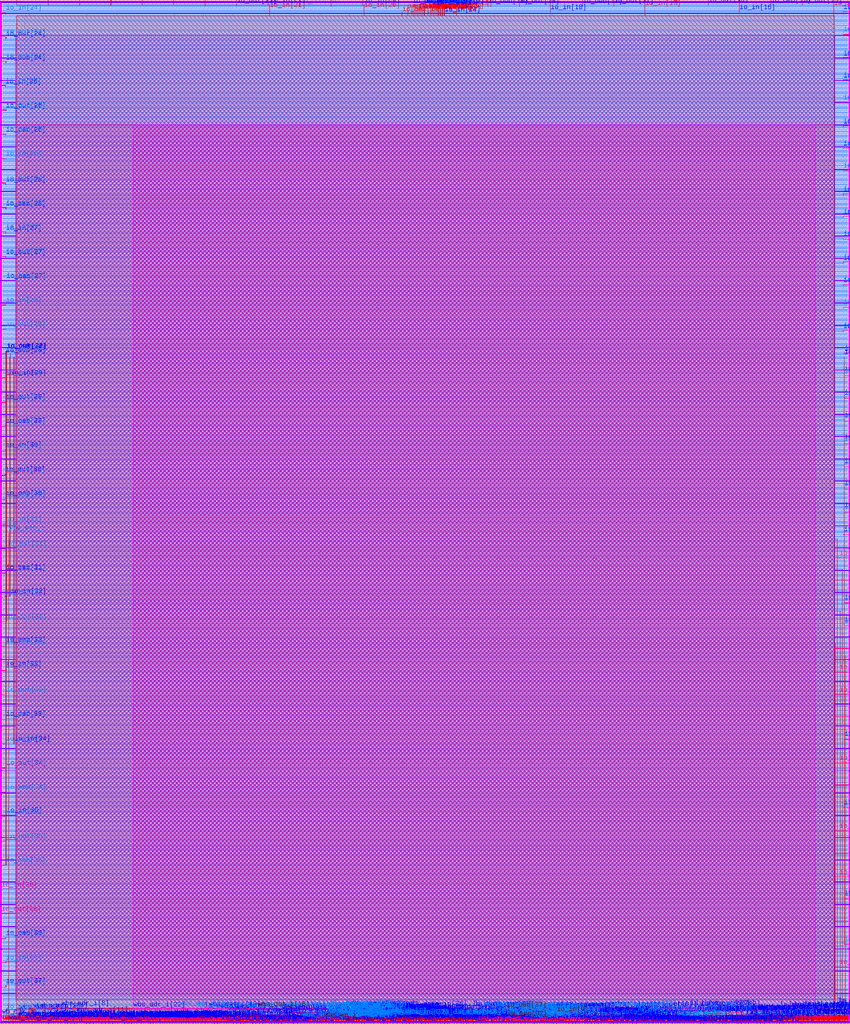
<source format=lef>
VERSION 5.7 ;
  NOWIREEXTENSIONATPIN ON ;
  DIVIDERCHAR "/" ;
  BUSBITCHARS "[]" ;
MACRO user_project_wrapper
  CLASS BLOCK ;
  FOREIGN user_project_wrapper ;
  ORIGIN 0.000 0.000 ;
  SIZE 2924.580 BY 3520.000 ;
  PIN io_in[0]
    DIRECTION INPUT ;
    PORT
      LAYER met1 ;
        RECT 2845.350 35.940 2845.670 36.000 ;
        RECT 2893.190 35.940 2893.510 36.000 ;
        RECT 2845.350 35.800 2893.510 35.940 ;
        RECT 2845.350 35.740 2845.670 35.800 ;
        RECT 2893.190 35.740 2893.510 35.800 ;
        RECT 2404.210 34.920 2404.530 34.980 ;
        RECT 2417.550 34.920 2417.870 34.980 ;
        RECT 2404.210 34.780 2417.870 34.920 ;
        RECT 2404.210 34.720 2404.530 34.780 ;
        RECT 2417.550 34.720 2417.870 34.780 ;
        RECT 2790.150 34.920 2790.470 34.980 ;
        RECT 2837.990 34.920 2838.310 34.980 ;
        RECT 2790.150 34.780 2838.310 34.920 ;
        RECT 2790.150 34.720 2790.470 34.780 ;
        RECT 2837.990 34.720 2838.310 34.780 ;
        RECT 2120.390 33.900 2120.710 33.960 ;
        RECT 2144.770 33.900 2145.090 33.960 ;
        RECT 2120.390 33.760 2145.090 33.900 ;
        RECT 2120.390 33.700 2120.710 33.760 ;
        RECT 2144.770 33.700 2145.090 33.760 ;
        RECT 2266.210 33.560 2266.530 33.620 ;
        RECT 2313.590 33.560 2313.910 33.620 ;
        RECT 2266.210 33.420 2313.910 33.560 ;
        RECT 2266.210 33.360 2266.530 33.420 ;
        RECT 2313.590 33.360 2313.910 33.420 ;
      LAYER via ;
        RECT 2845.380 35.740 2845.640 36.000 ;
        RECT 2893.220 35.740 2893.480 36.000 ;
        RECT 2404.240 34.720 2404.500 34.980 ;
        RECT 2417.580 34.720 2417.840 34.980 ;
        RECT 2790.180 34.720 2790.440 34.980 ;
        RECT 2838.020 34.720 2838.280 34.980 ;
        RECT 2120.420 33.700 2120.680 33.960 ;
        RECT 2144.800 33.700 2145.060 33.960 ;
        RECT 2266.240 33.360 2266.500 33.620 ;
        RECT 2313.620 33.360 2313.880 33.620 ;
      LAYER met2 ;
        RECT 1148.040 35.885 1148.180 54.000 ;
        RECT 2919.430 38.915 2919.710 39.285 ;
        RECT 1275.390 37.555 1275.670 37.925 ;
        RECT 2555.110 37.555 2555.390 37.925 ;
        RECT 1162.230 36.875 1162.510 37.245 ;
        RECT 1147.970 35.515 1148.250 35.885 ;
        RECT 1161.770 35.515 1162.050 35.885 ;
        RECT 1161.840 35.090 1161.980 35.515 ;
        RECT 1162.300 35.090 1162.440 36.875 ;
        RECT 1275.460 35.885 1275.600 37.555 ;
        RECT 2058.310 36.875 2058.590 37.245 ;
        RECT 2065.210 36.875 2065.490 37.245 ;
        RECT 2058.380 35.885 2058.520 36.875 ;
        RECT 1275.390 35.515 1275.670 35.885 ;
        RECT 1299.770 35.515 1300.050 35.885 ;
        RECT 2058.310 35.515 2058.590 35.885 ;
        RECT 1161.840 34.950 1162.440 35.090 ;
        RECT 1299.840 33.845 1299.980 35.515 ;
        RECT 2065.280 35.205 2065.420 36.875 ;
        RECT 2555.180 35.885 2555.320 37.555 ;
        RECT 2734.510 36.875 2734.790 37.245 ;
        RECT 2144.790 35.515 2145.070 35.885 ;
        RECT 2403.840 35.630 2404.440 35.770 ;
        RECT 1347.610 34.835 1347.890 35.205 ;
        RECT 1830.610 34.835 1830.890 35.205 ;
        RECT 1949.290 34.835 1949.570 35.205 ;
        RECT 2065.210 34.835 2065.490 35.205 ;
        RECT 2120.410 34.835 2120.690 35.205 ;
        RECT 1347.680 33.845 1347.820 34.835 ;
        RECT 1299.770 33.475 1300.050 33.845 ;
        RECT 1347.610 33.475 1347.890 33.845 ;
        RECT 1830.680 33.165 1830.820 34.835 ;
        RECT 1949.360 33.165 1949.500 34.835 ;
        RECT 2120.480 33.990 2120.620 34.835 ;
        RECT 2144.860 33.990 2145.000 35.515 ;
        RECT 2403.840 35.205 2403.980 35.630 ;
        RECT 2266.230 34.835 2266.510 35.205 ;
        RECT 2313.610 34.835 2313.890 35.205 ;
        RECT 2403.770 34.835 2404.050 35.205 ;
        RECT 2404.300 35.010 2404.440 35.630 ;
        RECT 2555.110 35.515 2555.390 35.885 ;
        RECT 2673.330 35.770 2673.610 35.885 ;
        RECT 2672.480 35.630 2673.610 35.770 ;
        RECT 2672.480 35.205 2672.620 35.630 ;
        RECT 2673.330 35.515 2673.610 35.630 ;
        RECT 2734.580 35.205 2734.720 36.875 ;
        RECT 2790.170 35.515 2790.450 35.885 ;
        RECT 2845.380 35.710 2845.640 36.030 ;
        RECT 2893.220 35.885 2893.480 36.030 ;
        RECT 2919.500 35.885 2919.640 38.915 ;
        RECT 2120.420 33.670 2120.680 33.990 ;
        RECT 2144.800 33.670 2145.060 33.990 ;
        RECT 2266.300 33.650 2266.440 34.835 ;
        RECT 2313.680 33.650 2313.820 34.835 ;
        RECT 2404.240 34.690 2404.500 35.010 ;
        RECT 2417.570 34.835 2417.850 35.205 ;
        RECT 2603.410 34.835 2603.690 35.205 ;
        RECT 2672.410 34.835 2672.690 35.205 ;
        RECT 2734.510 34.835 2734.790 35.205 ;
        RECT 2790.240 35.010 2790.380 35.515 ;
        RECT 2845.440 35.205 2845.580 35.710 ;
        RECT 2893.210 35.515 2893.490 35.885 ;
        RECT 2919.430 35.515 2919.710 35.885 ;
        RECT 2417.580 34.690 2417.840 34.835 ;
        RECT 2603.480 34.525 2603.620 34.835 ;
        RECT 2790.180 34.690 2790.440 35.010 ;
        RECT 2838.010 34.835 2838.290 35.205 ;
        RECT 2845.370 34.835 2845.650 35.205 ;
        RECT 2838.020 34.690 2838.280 34.835 ;
        RECT 2603.410 34.155 2603.690 34.525 ;
        RECT 2266.240 33.330 2266.500 33.650 ;
        RECT 2313.620 33.330 2313.880 33.650 ;
        RECT 1830.610 32.795 1830.890 33.165 ;
        RECT 1949.290 32.795 1949.570 33.165 ;
      LAYER via2 ;
        RECT 2919.430 38.960 2919.710 39.240 ;
        RECT 1275.390 37.600 1275.670 37.880 ;
        RECT 2555.110 37.600 2555.390 37.880 ;
        RECT 1162.230 36.920 1162.510 37.200 ;
        RECT 1147.970 35.560 1148.250 35.840 ;
        RECT 1161.770 35.560 1162.050 35.840 ;
        RECT 2058.310 36.920 2058.590 37.200 ;
        RECT 2065.210 36.920 2065.490 37.200 ;
        RECT 1275.390 35.560 1275.670 35.840 ;
        RECT 1299.770 35.560 1300.050 35.840 ;
        RECT 2058.310 35.560 2058.590 35.840 ;
        RECT 2734.510 36.920 2734.790 37.200 ;
        RECT 2144.790 35.560 2145.070 35.840 ;
        RECT 1347.610 34.880 1347.890 35.160 ;
        RECT 1830.610 34.880 1830.890 35.160 ;
        RECT 1949.290 34.880 1949.570 35.160 ;
        RECT 2065.210 34.880 2065.490 35.160 ;
        RECT 2120.410 34.880 2120.690 35.160 ;
        RECT 1299.770 33.520 1300.050 33.800 ;
        RECT 1347.610 33.520 1347.890 33.800 ;
        RECT 2266.230 34.880 2266.510 35.160 ;
        RECT 2313.610 34.880 2313.890 35.160 ;
        RECT 2403.770 34.880 2404.050 35.160 ;
        RECT 2555.110 35.560 2555.390 35.840 ;
        RECT 2673.330 35.560 2673.610 35.840 ;
        RECT 2790.170 35.560 2790.450 35.840 ;
        RECT 2417.570 34.880 2417.850 35.160 ;
        RECT 2603.410 34.880 2603.690 35.160 ;
        RECT 2672.410 34.880 2672.690 35.160 ;
        RECT 2734.510 34.880 2734.790 35.160 ;
        RECT 2893.210 35.560 2893.490 35.840 ;
        RECT 2919.430 35.560 2919.710 35.840 ;
        RECT 2838.010 34.880 2838.290 35.160 ;
        RECT 2845.370 34.880 2845.650 35.160 ;
        RECT 2603.410 34.200 2603.690 34.480 ;
        RECT 1830.610 32.840 1830.890 33.120 ;
        RECT 1949.290 32.840 1949.570 33.120 ;
      LAYER met3 ;
        RECT 2919.405 39.250 2919.735 39.265 ;
        RECT 2920.080 39.250 2922.480 39.400 ;
        RECT 2919.405 38.950 2922.480 39.250 ;
        RECT 2919.405 38.935 2919.735 38.950 ;
        RECT 2920.080 38.800 2922.480 38.950 ;
        RECT 1251.190 37.890 1251.570 37.900 ;
        RECT 1275.365 37.890 1275.695 37.905 ;
        RECT 1251.190 37.590 1275.695 37.890 ;
        RECT 1251.190 37.580 1251.570 37.590 ;
        RECT 1275.365 37.575 1275.695 37.590 ;
        RECT 2506.990 37.890 2507.370 37.900 ;
        RECT 2555.085 37.890 2555.415 37.905 ;
        RECT 2506.990 37.590 2555.415 37.890 ;
        RECT 2506.990 37.580 2507.370 37.590 ;
        RECT 2555.085 37.575 2555.415 37.590 ;
        RECT 1162.205 37.210 1162.535 37.225 ;
        RECT 1968.790 37.210 1969.170 37.220 ;
        RECT 2058.285 37.210 2058.615 37.225 ;
        RECT 2065.185 37.210 2065.515 37.225 ;
        RECT 1162.205 36.910 1210.130 37.210 ;
        RECT 1162.205 36.895 1162.535 36.910 ;
        RECT 1209.830 36.530 1210.130 36.910 ;
        RECT 1968.790 36.910 2016.050 37.210 ;
        RECT 1968.790 36.900 1969.170 36.910 ;
        RECT 1251.190 36.530 1251.570 36.540 ;
        RECT 1209.830 36.230 1251.570 36.530 ;
        RECT 1251.190 36.220 1251.570 36.230 ;
        RECT 1540.990 36.530 1541.370 36.540 ;
        RECT 1540.990 36.230 1589.170 36.530 ;
        RECT 1540.990 36.220 1541.370 36.230 ;
        RECT 1147.945 35.850 1148.275 35.865 ;
        RECT 1161.745 35.850 1162.075 35.865 ;
        RECT 1147.945 35.550 1162.075 35.850 ;
        RECT 1147.945 35.535 1148.275 35.550 ;
        RECT 1161.745 35.535 1162.075 35.550 ;
        RECT 1275.365 35.850 1275.695 35.865 ;
        RECT 1299.745 35.850 1300.075 35.865 ;
        RECT 1464.630 35.850 1465.010 35.860 ;
        RECT 1275.365 35.550 1300.075 35.850 ;
        RECT 1275.365 35.535 1275.695 35.550 ;
        RECT 1299.745 35.535 1300.075 35.550 ;
        RECT 1444.430 35.550 1465.010 35.850 ;
        RECT 1347.585 35.170 1347.915 35.185 ;
        RECT 1444.430 35.170 1444.730 35.550 ;
        RECT 1464.630 35.540 1465.010 35.550 ;
        RECT 1465.550 35.850 1465.930 35.860 ;
        RECT 1499.590 35.850 1499.970 35.860 ;
        RECT 1465.550 35.550 1499.970 35.850 ;
        RECT 1465.550 35.540 1465.930 35.550 ;
        RECT 1499.590 35.540 1499.970 35.550 ;
        RECT 1347.585 34.870 1444.730 35.170 ;
        RECT 1588.870 35.170 1589.170 36.230 ;
        RECT 1596.230 36.230 1644.600 36.530 ;
        RECT 1596.230 35.170 1596.530 36.230 ;
        RECT 1588.870 34.870 1596.530 35.170 ;
        RECT 1644.300 35.170 1644.600 36.230 ;
        RECT 1830.830 36.230 1878.970 36.530 ;
        RECT 1830.830 35.185 1831.130 36.230 ;
        RECT 1878.670 35.860 1878.970 36.230 ;
        RECT 1878.630 35.540 1879.010 35.860 ;
        RECT 2015.750 35.850 2016.050 36.910 ;
        RECT 2058.285 36.910 2065.515 37.210 ;
        RECT 2058.285 36.895 2058.615 36.910 ;
        RECT 2065.185 36.895 2065.515 36.910 ;
        RECT 2686.390 37.210 2686.770 37.220 ;
        RECT 2734.485 37.210 2734.815 37.225 ;
        RECT 2686.390 36.910 2734.815 37.210 ;
        RECT 2686.390 36.900 2686.770 36.910 ;
        RECT 2734.485 36.895 2734.815 36.910 ;
        RECT 2506.990 36.530 2507.370 36.540 ;
        RECT 2479.430 36.230 2507.370 36.530 ;
        RECT 2058.285 35.850 2058.615 35.865 ;
        RECT 2015.750 35.550 2058.615 35.850 ;
        RECT 2058.285 35.535 2058.615 35.550 ;
        RECT 2144.765 35.850 2145.095 35.865 ;
        RECT 2217.190 35.850 2217.570 35.860 ;
        RECT 2144.765 35.550 2217.570 35.850 ;
        RECT 2144.765 35.535 2145.095 35.550 ;
        RECT 2217.190 35.540 2217.570 35.550 ;
        RECT 1733.270 35.170 1733.650 35.180 ;
        RECT 1644.300 34.870 1733.650 35.170 ;
        RECT 1347.585 34.855 1347.915 34.870 ;
        RECT 1733.270 34.860 1733.650 34.870 ;
        RECT 1734.190 35.170 1734.570 35.180 ;
        RECT 1830.585 35.170 1831.130 35.185 ;
        RECT 1734.190 34.870 1782.370 35.170 ;
        RECT 1830.180 34.870 1831.130 35.170 ;
        RECT 1949.265 35.170 1949.595 35.185 ;
        RECT 1968.790 35.170 1969.170 35.180 ;
        RECT 1949.265 34.870 1969.170 35.170 ;
        RECT 1734.190 34.860 1734.570 34.870 ;
        RECT 1500.510 34.490 1500.890 34.500 ;
        RECT 1540.990 34.490 1541.370 34.500 ;
        RECT 1500.510 34.190 1541.370 34.490 ;
        RECT 1782.070 34.490 1782.370 34.870 ;
        RECT 1830.585 34.855 1830.915 34.870 ;
        RECT 1949.265 34.855 1949.595 34.870 ;
        RECT 1968.790 34.860 1969.170 34.870 ;
        RECT 2065.185 35.170 2065.515 35.185 ;
        RECT 2120.385 35.170 2120.715 35.185 ;
        RECT 2266.205 35.170 2266.535 35.185 ;
        RECT 2065.185 34.870 2120.715 35.170 ;
        RECT 2065.185 34.855 2065.515 34.870 ;
        RECT 2120.385 34.855 2120.715 34.870 ;
        RECT 2265.070 34.870 2266.535 35.170 ;
        RECT 1879.550 34.490 1879.930 34.500 ;
        RECT 1913.590 34.490 1913.970 34.500 ;
        RECT 1782.070 34.190 1783.290 34.490 ;
        RECT 1500.510 34.180 1500.890 34.190 ;
        RECT 1540.990 34.180 1541.370 34.190 ;
        RECT 1299.745 33.810 1300.075 33.825 ;
        RECT 1347.585 33.810 1347.915 33.825 ;
        RECT 1299.745 33.510 1347.915 33.810 ;
        RECT 1299.745 33.495 1300.075 33.510 ;
        RECT 1347.585 33.495 1347.915 33.510 ;
        RECT 1733.270 33.810 1733.650 33.820 ;
        RECT 1734.190 33.810 1734.570 33.820 ;
        RECT 1733.270 33.510 1734.570 33.810 ;
        RECT 1733.270 33.500 1733.650 33.510 ;
        RECT 1734.190 33.500 1734.570 33.510 ;
        RECT 1782.990 33.130 1783.290 34.190 ;
        RECT 1879.550 34.190 1913.970 34.490 ;
        RECT 1879.550 34.180 1879.930 34.190 ;
        RECT 1913.590 34.180 1913.970 34.190 ;
        RECT 2217.190 34.490 2217.570 34.500 ;
        RECT 2265.070 34.490 2265.370 34.870 ;
        RECT 2266.205 34.855 2266.535 34.870 ;
        RECT 2313.585 35.170 2313.915 35.185 ;
        RECT 2403.745 35.170 2404.075 35.185 ;
        RECT 2313.585 34.870 2404.075 35.170 ;
        RECT 2313.585 34.855 2313.915 34.870 ;
        RECT 2403.745 34.855 2404.075 34.870 ;
        RECT 2417.545 35.170 2417.875 35.185 ;
        RECT 2479.430 35.170 2479.730 36.230 ;
        RECT 2506.990 36.220 2507.370 36.230 ;
        RECT 2555.085 35.850 2555.415 35.865 ;
        RECT 2673.305 35.850 2673.635 35.865 ;
        RECT 2686.390 35.850 2686.770 35.860 ;
        RECT 2790.145 35.850 2790.475 35.865 ;
        RECT 2555.085 35.550 2556.090 35.850 ;
        RECT 2555.085 35.535 2555.415 35.550 ;
        RECT 2417.545 34.870 2479.730 35.170 ;
        RECT 2417.545 34.855 2417.875 34.870 ;
        RECT 2217.190 34.190 2265.370 34.490 ;
        RECT 2555.790 34.490 2556.090 35.550 ;
        RECT 2673.305 35.550 2686.770 35.850 ;
        RECT 2673.305 35.535 2673.635 35.550 ;
        RECT 2686.390 35.540 2686.770 35.550 ;
        RECT 2768.310 35.550 2790.475 35.850 ;
        RECT 2603.385 35.170 2603.715 35.185 ;
        RECT 2672.385 35.170 2672.715 35.185 ;
        RECT 2603.385 34.870 2672.715 35.170 ;
        RECT 2603.385 34.855 2603.715 34.870 ;
        RECT 2672.385 34.855 2672.715 34.870 ;
        RECT 2734.485 35.170 2734.815 35.185 ;
        RECT 2768.310 35.170 2768.610 35.550 ;
        RECT 2790.145 35.535 2790.475 35.550 ;
        RECT 2893.185 35.850 2893.515 35.865 ;
        RECT 2919.405 35.850 2919.735 35.865 ;
        RECT 2893.185 35.550 2919.735 35.850 ;
        RECT 2893.185 35.535 2893.515 35.550 ;
        RECT 2919.405 35.535 2919.735 35.550 ;
        RECT 2734.485 34.870 2768.610 35.170 ;
        RECT 2837.985 35.170 2838.315 35.185 ;
        RECT 2845.345 35.170 2845.675 35.185 ;
        RECT 2837.985 34.870 2845.675 35.170 ;
        RECT 2734.485 34.855 2734.815 34.870 ;
        RECT 2837.985 34.855 2838.315 34.870 ;
        RECT 2845.345 34.855 2845.675 34.870 ;
        RECT 2603.385 34.490 2603.715 34.505 ;
        RECT 2555.790 34.190 2603.715 34.490 ;
        RECT 2217.190 34.180 2217.570 34.190 ;
        RECT 2603.385 34.175 2603.715 34.190 ;
        RECT 1830.585 33.130 1830.915 33.145 ;
        RECT 1782.990 32.830 1830.915 33.130 ;
        RECT 1830.585 32.815 1830.915 32.830 ;
        RECT 1913.590 33.130 1913.970 33.140 ;
        RECT 1949.265 33.130 1949.595 33.145 ;
        RECT 1913.590 32.830 1949.595 33.130 ;
        RECT 1913.590 32.820 1913.970 32.830 ;
        RECT 1949.265 32.815 1949.595 32.830 ;
      LAYER via3 ;
        RECT 1251.220 37.580 1251.540 37.900 ;
        RECT 2507.020 37.580 2507.340 37.900 ;
        RECT 1968.820 36.900 1969.140 37.220 ;
        RECT 1251.220 36.220 1251.540 36.540 ;
        RECT 1541.020 36.220 1541.340 36.540 ;
        RECT 1464.660 35.540 1464.980 35.860 ;
        RECT 1465.580 35.540 1465.900 35.860 ;
        RECT 1499.620 35.540 1499.940 35.860 ;
        RECT 1878.660 35.540 1878.980 35.860 ;
        RECT 2686.420 36.900 2686.740 37.220 ;
        RECT 2217.220 35.540 2217.540 35.860 ;
        RECT 1733.300 34.860 1733.620 35.180 ;
        RECT 1734.220 34.860 1734.540 35.180 ;
        RECT 1500.540 34.180 1500.860 34.500 ;
        RECT 1541.020 34.180 1541.340 34.500 ;
        RECT 1968.820 34.860 1969.140 35.180 ;
        RECT 1733.300 33.500 1733.620 33.820 ;
        RECT 1734.220 33.500 1734.540 33.820 ;
        RECT 1879.580 34.180 1879.900 34.500 ;
        RECT 1913.620 34.180 1913.940 34.500 ;
        RECT 2217.220 34.180 2217.540 34.500 ;
        RECT 2507.020 36.220 2507.340 36.540 ;
        RECT 2686.420 35.540 2686.740 35.860 ;
        RECT 1913.620 32.820 1913.940 33.140 ;
      LAYER met4 ;
        RECT 1251.215 37.575 1251.545 37.905 ;
        RECT 2507.015 37.575 2507.345 37.905 ;
        RECT 1251.230 36.545 1251.530 37.575 ;
        RECT 1968.815 36.895 1969.145 37.225 ;
        RECT 1251.215 36.215 1251.545 36.545 ;
        RECT 1541.015 36.215 1541.345 36.545 ;
        RECT 1464.655 35.850 1464.985 35.865 ;
        RECT 1465.575 35.850 1465.905 35.865 ;
        RECT 1464.655 35.550 1465.905 35.850 ;
        RECT 1464.655 35.535 1464.985 35.550 ;
        RECT 1465.575 35.535 1465.905 35.550 ;
        RECT 1499.615 35.850 1499.945 35.865 ;
        RECT 1499.615 35.550 1500.850 35.850 ;
        RECT 1499.615 35.535 1499.945 35.550 ;
        RECT 1500.550 34.505 1500.850 35.550 ;
        RECT 1541.030 34.505 1541.330 36.215 ;
        RECT 1878.655 35.850 1878.985 35.865 ;
        RECT 1878.655 35.550 1879.890 35.850 ;
        RECT 1878.655 35.535 1878.985 35.550 ;
        RECT 1733.295 34.855 1733.625 35.185 ;
        RECT 1734.215 34.855 1734.545 35.185 ;
        RECT 1500.535 34.175 1500.865 34.505 ;
        RECT 1541.015 34.175 1541.345 34.505 ;
        RECT 1733.310 33.825 1733.610 34.855 ;
        RECT 1734.230 33.825 1734.530 34.855 ;
        RECT 1879.590 34.505 1879.890 35.550 ;
        RECT 1968.830 35.185 1969.130 36.895 ;
        RECT 2507.030 36.545 2507.330 37.575 ;
        RECT 2686.415 36.895 2686.745 37.225 ;
        RECT 2507.015 36.215 2507.345 36.545 ;
        RECT 2686.430 35.865 2686.730 36.895 ;
        RECT 2217.215 35.535 2217.545 35.865 ;
        RECT 2686.415 35.535 2686.745 35.865 ;
        RECT 1968.815 34.855 1969.145 35.185 ;
        RECT 2217.230 34.505 2217.530 35.535 ;
        RECT 1879.575 34.175 1879.905 34.505 ;
        RECT 1913.615 34.175 1913.945 34.505 ;
        RECT 2217.215 34.175 2217.545 34.505 ;
        RECT 1733.295 33.495 1733.625 33.825 ;
        RECT 1734.215 33.495 1734.545 33.825 ;
        RECT 1913.630 33.145 1913.930 34.175 ;
        RECT 1913.615 32.815 1913.945 33.145 ;
    END
  END io_in[0]
  PIN io_in[10]
    DIRECTION INPUT ;
    PORT
      LAYER met1 ;
        RECT 2900.550 2380.580 2900.870 2380.640 ;
        RECT 2870.580 2380.440 2900.870 2380.580 ;
        RECT 2900.550 2380.380 2900.870 2380.440 ;
      LAYER via ;
        RECT 2900.580 2380.380 2900.840 2380.640 ;
      LAYER met2 ;
        RECT 2900.570 2384.915 2900.850 2385.285 ;
        RECT 2900.640 2380.670 2900.780 2384.915 ;
        RECT 2900.580 2380.350 2900.840 2380.670 ;
      LAYER via2 ;
        RECT 2900.570 2384.960 2900.850 2385.240 ;
      LAYER met3 ;
        RECT 2900.545 2385.250 2900.875 2385.265 ;
        RECT 2920.080 2385.250 2922.480 2385.400 ;
        RECT 2900.545 2384.950 2922.480 2385.250 ;
        RECT 2900.545 2384.935 2900.875 2384.950 ;
        RECT 2920.080 2384.800 2922.480 2384.950 ;
    END
  END io_in[10]
  PIN io_in[11]
    DIRECTION INPUT ;
    PORT
      LAYER met1 ;
        RECT 2900.550 2615.180 2900.870 2615.240 ;
        RECT 2870.580 2615.040 2900.870 2615.180 ;
        RECT 2900.550 2614.980 2900.870 2615.040 ;
      LAYER via ;
        RECT 2900.580 2614.980 2900.840 2615.240 ;
      LAYER met2 ;
        RECT 2900.570 2619.515 2900.850 2619.885 ;
        RECT 2900.640 2615.270 2900.780 2619.515 ;
        RECT 2900.580 2614.950 2900.840 2615.270 ;
      LAYER via2 ;
        RECT 2900.570 2619.560 2900.850 2619.840 ;
      LAYER met3 ;
        RECT 2900.545 2619.850 2900.875 2619.865 ;
        RECT 2920.080 2619.850 2922.480 2620.000 ;
        RECT 2900.545 2619.550 2922.480 2619.850 ;
        RECT 2900.545 2619.535 2900.875 2619.550 ;
        RECT 2920.080 2619.400 2922.480 2619.550 ;
    END
  END io_in[11]
  PIN io_in[12]
    DIRECTION INPUT ;
    PORT
      LAYER met1 ;
        RECT 2900.550 2849.780 2900.870 2849.840 ;
        RECT 2870.580 2849.640 2900.870 2849.780 ;
        RECT 2900.550 2849.580 2900.870 2849.640 ;
      LAYER via ;
        RECT 2900.580 2849.580 2900.840 2849.840 ;
      LAYER met2 ;
        RECT 2900.570 2854.115 2900.850 2854.485 ;
        RECT 2900.640 2849.870 2900.780 2854.115 ;
        RECT 2900.580 2849.550 2900.840 2849.870 ;
      LAYER via2 ;
        RECT 2900.570 2854.160 2900.850 2854.440 ;
      LAYER met3 ;
        RECT 2900.545 2854.450 2900.875 2854.465 ;
        RECT 2920.080 2854.450 2922.480 2854.600 ;
        RECT 2900.545 2854.150 2922.480 2854.450 ;
        RECT 2900.545 2854.135 2900.875 2854.150 ;
        RECT 2920.080 2854.000 2922.480 2854.150 ;
    END
  END io_in[12]
  PIN io_in[13]
    DIRECTION INPUT ;
    PORT
      LAYER met1 ;
        RECT 2900.550 3085.060 2900.870 3085.120 ;
        RECT 2870.580 3084.920 2900.870 3085.060 ;
        RECT 2900.550 3084.860 2900.870 3084.920 ;
      LAYER via ;
        RECT 2900.580 3084.860 2900.840 3085.120 ;
      LAYER met2 ;
        RECT 2900.570 3088.715 2900.850 3089.085 ;
        RECT 2900.640 3085.150 2900.780 3088.715 ;
        RECT 2900.580 3084.830 2900.840 3085.150 ;
      LAYER via2 ;
        RECT 2900.570 3088.760 2900.850 3089.040 ;
      LAYER met3 ;
        RECT 2900.545 3089.050 2900.875 3089.065 ;
        RECT 2920.080 3089.050 2922.480 3089.200 ;
        RECT 2900.545 3088.750 2922.480 3089.050 ;
        RECT 2900.545 3088.735 2900.875 3088.750 ;
        RECT 2920.080 3088.600 2922.480 3088.750 ;
    END
  END io_in[13]
  PIN io_in[14]
    DIRECTION INPUT ;
    PORT
      LAYER met1 ;
        RECT 2900.550 3318.980 2900.870 3319.040 ;
        RECT 2870.580 3318.840 2900.870 3318.980 ;
        RECT 2900.550 3318.780 2900.870 3318.840 ;
      LAYER via ;
        RECT 2900.580 3318.780 2900.840 3319.040 ;
      LAYER met2 ;
        RECT 2900.570 3323.315 2900.850 3323.685 ;
        RECT 2900.640 3319.070 2900.780 3323.315 ;
        RECT 2900.580 3318.750 2900.840 3319.070 ;
      LAYER via2 ;
        RECT 2900.570 3323.360 2900.850 3323.640 ;
      LAYER met3 ;
        RECT 2900.545 3323.650 2900.875 3323.665 ;
        RECT 2920.080 3323.650 2922.480 3323.800 ;
        RECT 2900.545 3323.350 2922.480 3323.650 ;
        RECT 2900.545 3323.335 2900.875 3323.350 ;
        RECT 2920.080 3323.200 2922.480 3323.350 ;
    END
  END io_in[14]
  PIN io_in[15]
    DIRECTION INPUT ;
    PORT
      LAYER met2 ;
        RECT 2867.910 3517.600 2868.190 3520.000 ;
        RECT 2867.980 3517.370 2868.120 3517.600 ;
        RECT 2867.060 3517.230 2868.120 3517.370 ;
        RECT 2867.060 3466.000 2867.200 3517.230 ;
    END
  END io_in[15]
  PIN io_in[16]
    DIRECTION INPUT ;
    PORT
      LAYER li1 ;
        RECT 2542.285 3466.000 2542.455 3477.435 ;
      LAYER L1M1_PR_C ;
        RECT 2542.285 3477.265 2542.455 3477.435 ;
      LAYER met1 ;
        RECT 2542.210 3477.420 2542.530 3477.480 ;
        RECT 2542.015 3477.280 2542.530 3477.420 ;
        RECT 2542.210 3477.220 2542.530 3477.280 ;
      LAYER via ;
        RECT 2542.240 3477.220 2542.500 3477.480 ;
      LAYER met2 ;
        RECT 2543.610 3517.600 2543.890 3520.000 ;
        RECT 2543.680 3511.930 2543.820 3517.600 ;
        RECT 2542.300 3511.790 2543.820 3511.930 ;
        RECT 2542.300 3477.510 2542.440 3511.790 ;
        RECT 2542.240 3477.190 2542.500 3477.510 ;
    END
  END io_in[16]
  PIN io_in[17]
    DIRECTION INPUT ;
    PORT
      LAYER met2 ;
        RECT 2219.310 3517.600 2219.590 3520.000 ;
        RECT 2219.380 3517.370 2219.520 3517.600 ;
        RECT 2218.460 3517.230 2219.520 3517.370 ;
        RECT 2218.460 3466.000 2218.600 3517.230 ;
    END
  END io_in[17]
  PIN io_in[18]
    DIRECTION INPUT ;
    PORT
      LAYER li1 ;
        RECT 1893.685 3466.000 1893.855 3477.435 ;
      LAYER L1M1_PR_C ;
        RECT 1893.685 3477.265 1893.855 3477.435 ;
      LAYER met1 ;
        RECT 1893.610 3477.420 1893.930 3477.480 ;
        RECT 1893.415 3477.280 1893.930 3477.420 ;
        RECT 1893.610 3477.220 1893.930 3477.280 ;
      LAYER via ;
        RECT 1893.640 3477.220 1893.900 3477.480 ;
      LAYER met2 ;
        RECT 1894.550 3517.600 1894.830 3520.000 ;
        RECT 1894.620 3511.930 1894.760 3517.600 ;
        RECT 1893.700 3511.790 1894.760 3511.930 ;
        RECT 1893.700 3477.510 1893.840 3511.790 ;
        RECT 1893.640 3477.190 1893.900 3477.510 ;
    END
  END io_in[18]
  PIN io_in[19]
    DIRECTION INPUT ;
    PORT
      LAYER met2 ;
        RECT 1570.250 3517.600 1570.530 3520.000 ;
        RECT 1570.320 3517.370 1570.460 3517.600 ;
        RECT 1569.860 3517.230 1570.460 3517.370 ;
        RECT 1569.860 3466.000 1570.000 3517.230 ;
    END
  END io_in[19]
  PIN io_in[1]
    DIRECTION INPUT ;
    PORT
      LAYER met1 ;
        RECT 2903.770 2291.160 2904.090 2291.220 ;
        RECT 2870.580 2291.020 2904.090 2291.160 ;
        RECT 2903.770 2290.960 2904.090 2291.020 ;
      LAYER via ;
        RECT 2903.800 2290.960 2904.060 2291.220 ;
      LAYER met2 ;
        RECT 2903.800 2290.930 2904.060 2291.250 ;
        RECT 2903.860 273.885 2904.000 2290.930 ;
        RECT 2903.790 273.515 2904.070 273.885 ;
      LAYER via2 ;
        RECT 2903.790 273.560 2904.070 273.840 ;
      LAYER met3 ;
        RECT 2903.765 273.850 2904.095 273.865 ;
        RECT 2920.080 273.850 2922.480 274.000 ;
        RECT 2903.765 273.550 2922.480 273.850 ;
        RECT 2903.765 273.535 2904.095 273.550 ;
        RECT 2920.080 273.400 2922.480 273.550 ;
    END
  END io_in[1]
  PIN io_in[20]
    DIRECTION INPUT ;
    PORT
      LAYER met1 ;
        RECT 1245.930 3504.620 1246.250 3504.680 ;
        RECT 1250.990 3504.620 1251.310 3504.680 ;
        RECT 1245.930 3504.480 1251.310 3504.620 ;
        RECT 1245.930 3504.420 1246.250 3504.480 ;
        RECT 1250.990 3504.420 1251.310 3504.480 ;
      LAYER via ;
        RECT 1245.960 3504.420 1246.220 3504.680 ;
        RECT 1251.020 3504.420 1251.280 3504.680 ;
      LAYER met2 ;
        RECT 1245.950 3517.600 1246.230 3520.000 ;
        RECT 1246.020 3504.710 1246.160 3517.600 ;
        RECT 1245.960 3504.390 1246.220 3504.710 ;
        RECT 1251.020 3504.390 1251.280 3504.710 ;
        RECT 1251.080 3466.000 1251.220 3504.390 ;
    END
  END io_in[20]
  PIN io_in[21]
    DIRECTION INPUT ;
    PORT
      LAYER met1 ;
        RECT 921.170 3504.280 921.490 3504.340 ;
        RECT 926.690 3504.280 927.010 3504.340 ;
        RECT 921.170 3504.140 927.010 3504.280 ;
        RECT 921.170 3504.080 921.490 3504.140 ;
        RECT 926.690 3504.080 927.010 3504.140 ;
      LAYER via ;
        RECT 921.200 3504.080 921.460 3504.340 ;
        RECT 926.720 3504.080 926.980 3504.340 ;
      LAYER met2 ;
        RECT 921.190 3517.600 921.470 3520.000 ;
        RECT 921.260 3504.370 921.400 3517.600 ;
        RECT 921.200 3504.050 921.460 3504.370 ;
        RECT 926.720 3504.050 926.980 3504.370 ;
        RECT 926.780 3466.000 926.920 3504.050 ;
    END
  END io_in[21]
  PIN io_in[22]
    DIRECTION INPUT ;
    PORT
      LAYER li1 ;
        RECT 1461.745 3504.805 1462.835 3504.975 ;
      LAYER L1M1_PR_C ;
        RECT 1462.665 3504.805 1462.835 3504.975 ;
      LAYER met1 ;
        RECT 596.870 3504.960 597.190 3505.020 ;
        RECT 1461.685 3504.960 1461.975 3505.005 ;
        RECT 596.870 3504.820 1461.975 3504.960 ;
        RECT 596.870 3504.760 597.190 3504.820 ;
        RECT 1461.685 3504.775 1461.975 3504.820 ;
        RECT 1462.605 3504.960 1462.895 3505.005 ;
        RECT 1499.850 3504.960 1500.170 3505.020 ;
        RECT 1462.605 3504.820 1500.170 3504.960 ;
        RECT 1462.605 3504.775 1462.895 3504.820 ;
        RECT 1499.850 3504.760 1500.170 3504.820 ;
      LAYER via ;
        RECT 596.900 3504.760 597.160 3505.020 ;
        RECT 1499.880 3504.760 1500.140 3505.020 ;
      LAYER met2 ;
        RECT 596.890 3517.600 597.170 3520.000 ;
        RECT 596.960 3505.050 597.100 3517.600 ;
        RECT 596.900 3504.730 597.160 3505.050 ;
        RECT 1499.880 3504.730 1500.140 3505.050 ;
        RECT 1499.940 3466.000 1500.080 3504.730 ;
    END
  END io_in[22]
  PIN io_in[23]
    DIRECTION INPUT ;
    PORT
      LAYER met1 ;
        RECT 272.570 3502.580 272.890 3502.640 ;
        RECT 1513.650 3502.580 1513.970 3502.640 ;
        RECT 272.570 3502.440 1513.970 3502.580 ;
        RECT 272.570 3502.380 272.890 3502.440 ;
        RECT 1513.650 3502.380 1513.970 3502.440 ;
      LAYER via ;
        RECT 272.600 3502.380 272.860 3502.640 ;
        RECT 1513.680 3502.380 1513.940 3502.640 ;
      LAYER met2 ;
        RECT 272.590 3517.600 272.870 3520.000 ;
        RECT 272.660 3502.670 272.800 3517.600 ;
        RECT 272.600 3502.350 272.860 3502.670 ;
        RECT 1513.680 3502.350 1513.940 3502.670 ;
        RECT 1513.740 3466.000 1513.880 3502.350 ;
    END
  END io_in[23]
  PIN io_in[24]
    DIRECTION INPUT ;
    PORT
      LAYER met1 ;
        RECT 18.650 3471.300 18.970 3471.360 ;
        RECT 1527.910 3471.300 1528.230 3471.360 ;
        RECT 18.650 3471.160 1528.230 3471.300 ;
        RECT 18.650 3471.100 18.970 3471.160 ;
        RECT 1527.910 3471.100 1528.230 3471.160 ;
      LAYER via ;
        RECT 18.680 3471.100 18.940 3471.360 ;
        RECT 1527.940 3471.100 1528.200 3471.360 ;
      LAYER met2 ;
        RECT 18.670 3476.995 18.950 3477.365 ;
        RECT 18.740 3471.390 18.880 3476.995 ;
        RECT 18.680 3471.070 18.940 3471.390 ;
        RECT 1527.940 3471.070 1528.200 3471.390 ;
        RECT 1528.000 3466.000 1528.140 3471.070 ;
      LAYER via2 ;
        RECT 18.670 3477.040 18.950 3477.320 ;
      LAYER met3 ;
        RECT 2.480 3477.330 4.880 3477.480 ;
        RECT 18.645 3477.330 18.975 3477.345 ;
        RECT 2.480 3477.030 18.975 3477.330 ;
        RECT 2.480 3476.880 4.880 3477.030 ;
        RECT 18.645 3477.015 18.975 3477.030 ;
    END
  END io_in[24]
  PIN io_in[25]
    DIRECTION INPUT ;
    PORT
      LAYER met1 ;
        RECT 17.730 3222.420 18.050 3222.480 ;
        RECT 17.730 3222.280 54.000 3222.420 ;
        RECT 17.730 3222.220 18.050 3222.280 ;
      LAYER via ;
        RECT 17.760 3222.220 18.020 3222.480 ;
      LAYER met2 ;
        RECT 17.750 3226.075 18.030 3226.445 ;
        RECT 17.820 3222.510 17.960 3226.075 ;
        RECT 17.760 3222.190 18.020 3222.510 ;
      LAYER via2 ;
        RECT 17.750 3226.120 18.030 3226.400 ;
      LAYER met3 ;
        RECT 2.480 3226.410 4.880 3226.560 ;
        RECT 17.725 3226.410 18.055 3226.425 ;
        RECT 2.480 3226.110 18.055 3226.410 ;
        RECT 2.480 3225.960 4.880 3226.110 ;
        RECT 17.725 3226.095 18.055 3226.110 ;
    END
  END io_in[25]
  PIN io_in[26]
    DIRECTION INPUT ;
    PORT
      LAYER met1 ;
        RECT 19.570 2974.220 19.890 2974.280 ;
        RECT 19.570 2974.080 54.000 2974.220 ;
        RECT 19.570 2974.020 19.890 2974.080 ;
      LAYER via ;
        RECT 19.600 2974.020 19.860 2974.280 ;
      LAYER met2 ;
        RECT 19.590 2974.475 19.870 2974.845 ;
        RECT 19.660 2974.310 19.800 2974.475 ;
        RECT 19.600 2973.990 19.860 2974.310 ;
      LAYER via2 ;
        RECT 19.590 2974.520 19.870 2974.800 ;
      LAYER met3 ;
        RECT 2.480 2974.810 4.880 2974.960 ;
        RECT 19.565 2974.810 19.895 2974.825 ;
        RECT 2.480 2974.510 19.895 2974.810 ;
        RECT 2.480 2974.360 4.880 2974.510 ;
        RECT 19.565 2974.495 19.895 2974.510 ;
    END
  END io_in[26]
  PIN io_in[27]
    DIRECTION INPUT ;
    PORT
      LAYER met1 ;
        RECT 18.190 2718.880 18.510 2718.940 ;
        RECT 18.190 2718.740 54.000 2718.880 ;
        RECT 18.190 2718.680 18.510 2718.740 ;
      LAYER via ;
        RECT 18.220 2718.680 18.480 2718.940 ;
      LAYER met2 ;
        RECT 18.210 2722.875 18.490 2723.245 ;
        RECT 18.280 2718.970 18.420 2722.875 ;
        RECT 18.220 2718.650 18.480 2718.970 ;
      LAYER via2 ;
        RECT 18.210 2722.920 18.490 2723.200 ;
      LAYER met3 ;
        RECT 2.480 2723.210 4.880 2723.360 ;
        RECT 18.185 2723.210 18.515 2723.225 ;
        RECT 2.480 2722.910 18.515 2723.210 ;
        RECT 2.480 2722.760 4.880 2722.910 ;
        RECT 18.185 2722.895 18.515 2722.910 ;
    END
  END io_in[27]
  PIN io_in[28]
    DIRECTION INPUT ;
    PORT
      LAYER met1 ;
        RECT 18.650 2470.340 18.970 2470.400 ;
        RECT 18.650 2470.200 54.000 2470.340 ;
        RECT 18.650 2470.140 18.970 2470.200 ;
      LAYER via ;
        RECT 18.680 2470.140 18.940 2470.400 ;
      LAYER met2 ;
        RECT 18.670 2471.275 18.950 2471.645 ;
        RECT 18.740 2470.430 18.880 2471.275 ;
        RECT 18.680 2470.110 18.940 2470.430 ;
      LAYER via2 ;
        RECT 18.670 2471.320 18.950 2471.600 ;
      LAYER met3 ;
        RECT 2.480 2471.610 4.880 2471.760 ;
        RECT 18.645 2471.610 18.975 2471.625 ;
        RECT 2.480 2471.310 18.975 2471.610 ;
        RECT 2.480 2471.160 4.880 2471.310 ;
        RECT 18.645 2471.295 18.975 2471.310 ;
    END
  END io_in[28]
  PIN io_in[29]
    DIRECTION INPUT ;
    PORT
      LAYER met1 ;
        RECT 33.830 2305.100 34.150 2305.160 ;
        RECT 33.830 2304.960 54.000 2305.100 ;
        RECT 33.830 2304.900 34.150 2304.960 ;
        RECT 18.190 2220.780 18.510 2220.840 ;
        RECT 33.830 2220.780 34.150 2220.840 ;
        RECT 18.190 2220.640 34.150 2220.780 ;
        RECT 18.190 2220.580 18.510 2220.640 ;
        RECT 33.830 2220.580 34.150 2220.640 ;
      LAYER via ;
        RECT 33.860 2304.900 34.120 2305.160 ;
        RECT 18.220 2220.580 18.480 2220.840 ;
        RECT 33.860 2220.580 34.120 2220.840 ;
      LAYER met2 ;
        RECT 33.860 2304.870 34.120 2305.190 ;
        RECT 33.920 2220.870 34.060 2304.870 ;
        RECT 18.220 2220.725 18.480 2220.870 ;
        RECT 18.210 2220.355 18.490 2220.725 ;
        RECT 33.860 2220.550 34.120 2220.870 ;
      LAYER via2 ;
        RECT 18.210 2220.400 18.490 2220.680 ;
      LAYER met3 ;
        RECT 2.480 2220.690 4.880 2220.840 ;
        RECT 18.185 2220.690 18.515 2220.705 ;
        RECT 2.480 2220.390 18.515 2220.690 ;
        RECT 2.480 2220.240 4.880 2220.390 ;
        RECT 18.185 2220.375 18.515 2220.390 ;
    END
  END io_in[29]
  PIN io_in[2]
    DIRECTION INPUT ;
    PORT
      LAYER met3 ;
        RECT 2920.080 508.450 2922.480 508.600 ;
        RECT 2919.190 508.150 2922.480 508.450 ;
        RECT 2919.190 505.050 2919.490 508.150 ;
        RECT 2920.080 508.000 2922.480 508.150 ;
        RECT 2870.580 504.750 2886.370 505.050 ;
        RECT 2886.070 504.370 2886.370 504.750 ;
        RECT 2886.990 504.750 2919.490 505.050 ;
        RECT 2886.990 504.370 2887.290 504.750 ;
        RECT 2886.070 504.070 2887.290 504.370 ;
    END
  END io_in[2]
  PIN io_in[30]
    DIRECTION INPUT ;
    PORT
      LAYER met1 ;
        RECT 19.110 1973.260 19.430 1973.320 ;
        RECT 19.110 1973.120 54.000 1973.260 ;
        RECT 19.110 1973.060 19.430 1973.120 ;
      LAYER via ;
        RECT 19.140 1973.060 19.400 1973.320 ;
      LAYER met2 ;
        RECT 19.140 1973.030 19.400 1973.350 ;
        RECT 19.200 1969.125 19.340 1973.030 ;
        RECT 19.130 1968.755 19.410 1969.125 ;
      LAYER via2 ;
        RECT 19.130 1968.800 19.410 1969.080 ;
      LAYER met3 ;
        RECT 2.480 1969.090 4.880 1969.240 ;
        RECT 19.105 1969.090 19.435 1969.105 ;
        RECT 2.480 1968.790 19.435 1969.090 ;
        RECT 2.480 1968.640 4.880 1968.790 ;
        RECT 19.105 1968.775 19.435 1968.790 ;
    END
  END io_in[30]
  PIN io_in[31]
    DIRECTION INPUT ;
    PORT
      LAYER met1 ;
        RECT 19.110 1717.920 19.430 1717.980 ;
        RECT 19.110 1717.780 54.000 1717.920 ;
        RECT 19.110 1717.720 19.430 1717.780 ;
      LAYER via ;
        RECT 19.140 1717.720 19.400 1717.980 ;
      LAYER met2 ;
        RECT 19.140 1717.690 19.400 1718.010 ;
        RECT 19.200 1717.525 19.340 1717.690 ;
        RECT 19.130 1717.155 19.410 1717.525 ;
      LAYER via2 ;
        RECT 19.130 1717.200 19.410 1717.480 ;
      LAYER met3 ;
        RECT 2.480 1717.490 4.880 1717.640 ;
        RECT 19.105 1717.490 19.435 1717.505 ;
        RECT 2.480 1717.190 19.435 1717.490 ;
        RECT 2.480 1717.040 4.880 1717.190 ;
        RECT 19.105 1717.175 19.435 1717.190 ;
    END
  END io_in[31]
  PIN io_in[32]
    DIRECTION INPUT ;
    PORT
      LAYER met1 ;
        RECT 33.370 2291.840 33.690 2291.900 ;
        RECT 33.370 2291.700 54.000 2291.840 ;
        RECT 33.370 2291.640 33.690 2291.700 ;
        RECT 17.730 1469.380 18.050 1469.440 ;
        RECT 33.370 1469.380 33.690 1469.440 ;
        RECT 17.730 1469.240 33.690 1469.380 ;
        RECT 17.730 1469.180 18.050 1469.240 ;
        RECT 33.370 1469.180 33.690 1469.240 ;
      LAYER via ;
        RECT 33.400 2291.640 33.660 2291.900 ;
        RECT 17.760 1469.180 18.020 1469.440 ;
        RECT 33.400 1469.180 33.660 1469.440 ;
      LAYER met2 ;
        RECT 33.400 2291.610 33.660 2291.930 ;
        RECT 33.460 1469.470 33.600 2291.610 ;
        RECT 17.760 1469.150 18.020 1469.470 ;
        RECT 33.400 1469.150 33.660 1469.470 ;
        RECT 17.820 1466.605 17.960 1469.150 ;
        RECT 17.750 1466.235 18.030 1466.605 ;
      LAYER via2 ;
        RECT 17.750 1466.280 18.030 1466.560 ;
      LAYER met3 ;
        RECT 2.480 1466.570 4.880 1466.720 ;
        RECT 17.725 1466.570 18.055 1466.585 ;
        RECT 2.480 1466.270 18.055 1466.570 ;
        RECT 2.480 1466.120 4.880 1466.270 ;
        RECT 17.725 1466.255 18.055 1466.270 ;
    END
  END io_in[32]
  PIN io_in[33]
    DIRECTION INPUT ;
    PORT
      LAYER met1 ;
        RECT 19.110 1220.840 19.430 1220.900 ;
        RECT 19.110 1220.700 54.000 1220.840 ;
        RECT 19.110 1220.640 19.430 1220.700 ;
      LAYER via ;
        RECT 19.140 1220.640 19.400 1220.900 ;
      LAYER met2 ;
        RECT 19.140 1220.610 19.400 1220.930 ;
        RECT 19.200 1215.005 19.340 1220.610 ;
        RECT 19.130 1214.635 19.410 1215.005 ;
      LAYER via2 ;
        RECT 19.130 1214.680 19.410 1214.960 ;
      LAYER met3 ;
        RECT 2.480 1214.970 4.880 1215.120 ;
        RECT 19.105 1214.970 19.435 1214.985 ;
        RECT 2.480 1214.670 19.435 1214.970 ;
        RECT 2.480 1214.520 4.880 1214.670 ;
        RECT 19.105 1214.655 19.435 1214.670 ;
    END
  END io_in[33]
  PIN io_in[34]
    DIRECTION INPUT ;
    PORT
      LAYER met1 ;
        RECT 47.170 2291.500 47.490 2291.560 ;
        RECT 47.170 2291.360 54.000 2291.500 ;
        RECT 47.170 2291.300 47.490 2291.360 ;
        RECT 19.110 963.460 19.430 963.520 ;
        RECT 47.170 963.460 47.490 963.520 ;
        RECT 19.110 963.320 47.490 963.460 ;
        RECT 19.110 963.260 19.430 963.320 ;
        RECT 47.170 963.260 47.490 963.320 ;
      LAYER via ;
        RECT 47.200 2291.300 47.460 2291.560 ;
        RECT 19.140 963.260 19.400 963.520 ;
        RECT 47.200 963.260 47.460 963.520 ;
      LAYER met2 ;
        RECT 47.200 2291.270 47.460 2291.590 ;
        RECT 47.260 963.550 47.400 2291.270 ;
        RECT 19.140 963.405 19.400 963.550 ;
        RECT 19.130 963.035 19.410 963.405 ;
        RECT 47.200 963.230 47.460 963.550 ;
      LAYER via2 ;
        RECT 19.130 963.080 19.410 963.360 ;
      LAYER met3 ;
        RECT 2.480 963.370 4.880 963.520 ;
        RECT 19.105 963.370 19.435 963.385 ;
        RECT 2.480 963.070 19.435 963.370 ;
        RECT 2.480 962.920 4.880 963.070 ;
        RECT 19.105 963.055 19.435 963.070 ;
    END
  END io_in[34]
  PIN io_in[35]
    DIRECTION INPUT ;
    PORT
      LAYER met1 ;
        RECT 20.030 717.640 20.350 717.700 ;
        RECT 20.030 717.500 54.000 717.640 ;
        RECT 20.030 717.440 20.350 717.500 ;
      LAYER via ;
        RECT 20.060 717.440 20.320 717.700 ;
      LAYER met2 ;
        RECT 20.060 717.410 20.320 717.730 ;
        RECT 20.120 711.805 20.260 717.410 ;
        RECT 20.050 711.435 20.330 711.805 ;
      LAYER via2 ;
        RECT 20.050 711.480 20.330 711.760 ;
      LAYER met3 ;
        RECT 2.480 711.770 4.880 711.920 ;
        RECT 20.025 711.770 20.355 711.785 ;
        RECT 2.480 711.470 20.355 711.770 ;
        RECT 2.480 711.320 4.880 711.470 ;
        RECT 20.025 711.455 20.355 711.470 ;
    END
  END io_in[35]
  PIN io_in[36]
    DIRECTION INPUT ;
    PORT
      LAYER met3 ;
        RECT 5.550 461.910 54.000 462.210 ;
        RECT 2.480 460.850 4.880 461.000 ;
        RECT 5.550 460.850 5.850 461.910 ;
        RECT 2.480 460.550 5.850 460.850 ;
        RECT 2.480 460.400 4.880 460.550 ;
    END
  END io_in[36]
  PIN io_in[37]
    DIRECTION INPUT ;
    PORT
      LAYER met2 ;
        RECT 19.590 213.675 19.870 214.045 ;
        RECT 19.660 209.285 19.800 213.675 ;
        RECT 19.590 208.915 19.870 209.285 ;
      LAYER via2 ;
        RECT 19.590 213.720 19.870 214.000 ;
        RECT 19.590 208.960 19.870 209.240 ;
      LAYER met3 ;
        RECT 19.565 214.010 19.895 214.025 ;
        RECT 19.565 213.710 54.000 214.010 ;
        RECT 19.565 213.695 19.895 213.710 ;
        RECT 2.480 209.250 4.880 209.400 ;
        RECT 19.565 209.250 19.895 209.265 ;
        RECT 2.480 208.950 19.895 209.250 ;
        RECT 2.480 208.800 4.880 208.950 ;
        RECT 19.565 208.935 19.895 208.950 ;
    END
  END io_in[37]
  PIN io_in[3]
    DIRECTION INPUT ;
    PORT
      LAYER met1 ;
        RECT 2901.930 744.840 2902.250 744.900 ;
        RECT 2870.580 744.700 2902.250 744.840 ;
        RECT 2901.930 744.640 2902.250 744.700 ;
      LAYER via ;
        RECT 2901.960 744.640 2902.220 744.900 ;
      LAYER met2 ;
        RECT 2901.960 744.610 2902.220 744.930 ;
        RECT 2902.020 743.085 2902.160 744.610 ;
        RECT 2901.950 742.715 2902.230 743.085 ;
      LAYER via2 ;
        RECT 2901.950 742.760 2902.230 743.040 ;
      LAYER met3 ;
        RECT 2901.925 743.050 2902.255 743.065 ;
        RECT 2920.080 743.050 2922.480 743.200 ;
        RECT 2901.925 742.750 2922.480 743.050 ;
        RECT 2901.925 742.735 2902.255 742.750 ;
        RECT 2920.080 742.600 2922.480 742.750 ;
    END
  END io_in[3]
  PIN io_in[4]
    DIRECTION INPUT ;
    PORT
      LAYER met1 ;
        RECT 2903.310 979.780 2903.630 979.840 ;
        RECT 2870.580 979.640 2903.630 979.780 ;
        RECT 2903.310 979.580 2903.630 979.640 ;
      LAYER via ;
        RECT 2903.340 979.580 2903.600 979.840 ;
      LAYER met2 ;
        RECT 2903.340 979.550 2903.600 979.870 ;
        RECT 2903.400 977.685 2903.540 979.550 ;
        RECT 2903.330 977.315 2903.610 977.685 ;
      LAYER via2 ;
        RECT 2903.330 977.360 2903.610 977.640 ;
      LAYER met3 ;
        RECT 2903.305 977.650 2903.635 977.665 ;
        RECT 2920.080 977.650 2922.480 977.800 ;
        RECT 2903.305 977.350 2922.480 977.650 ;
        RECT 2903.305 977.335 2903.635 977.350 ;
        RECT 2920.080 977.200 2922.480 977.350 ;
    END
  END io_in[4]
  PIN io_in[5]
    DIRECTION INPUT ;
    PORT
      LAYER met3 ;
        RECT 2920.080 1212.250 2922.480 1212.400 ;
        RECT 2919.190 1211.950 2922.480 1212.250 ;
        RECT 2919.190 1208.850 2919.490 1211.950 ;
        RECT 2920.080 1211.800 2922.480 1211.950 ;
        RECT 2870.580 1208.550 2886.370 1208.850 ;
        RECT 2886.070 1208.170 2886.370 1208.550 ;
        RECT 2886.990 1208.550 2919.490 1208.850 ;
        RECT 2886.990 1208.170 2887.290 1208.550 ;
        RECT 2886.070 1207.870 2887.290 1208.170 ;
    END
  END io_in[5]
  PIN io_in[6]
    DIRECTION INPUT ;
    PORT
      LAYER met1 ;
        RECT 2903.310 1448.980 2903.630 1449.040 ;
        RECT 2870.580 1448.840 2903.630 1448.980 ;
        RECT 2903.310 1448.780 2903.630 1448.840 ;
      LAYER via ;
        RECT 2903.340 1448.780 2903.600 1449.040 ;
      LAYER met2 ;
        RECT 2903.340 1448.750 2903.600 1449.070 ;
        RECT 2903.400 1446.885 2903.540 1448.750 ;
        RECT 2903.330 1446.515 2903.610 1446.885 ;
      LAYER via2 ;
        RECT 2903.330 1446.560 2903.610 1446.840 ;
      LAYER met3 ;
        RECT 2903.305 1446.850 2903.635 1446.865 ;
        RECT 2920.080 1446.850 2922.480 1447.000 ;
        RECT 2903.305 1446.550 2922.480 1446.850 ;
        RECT 2903.305 1446.535 2903.635 1446.550 ;
        RECT 2920.080 1446.400 2922.480 1446.550 ;
    END
  END io_in[6]
  PIN io_in[7]
    DIRECTION INPUT ;
    PORT
      LAYER met1 ;
        RECT 2901.930 1683.240 2902.250 1683.300 ;
        RECT 2870.580 1683.100 2902.250 1683.240 ;
        RECT 2901.930 1683.040 2902.250 1683.100 ;
      LAYER via ;
        RECT 2901.960 1683.040 2902.220 1683.300 ;
      LAYER met2 ;
        RECT 2901.960 1683.010 2902.220 1683.330 ;
        RECT 2902.020 1681.485 2902.160 1683.010 ;
        RECT 2901.950 1681.115 2902.230 1681.485 ;
      LAYER via2 ;
        RECT 2901.950 1681.160 2902.230 1681.440 ;
      LAYER met3 ;
        RECT 2901.925 1681.450 2902.255 1681.465 ;
        RECT 2920.080 1681.450 2922.480 1681.600 ;
        RECT 2901.925 1681.150 2922.480 1681.450 ;
        RECT 2901.925 1681.135 2902.255 1681.150 ;
        RECT 2920.080 1681.000 2922.480 1681.150 ;
    END
  END io_in[7]
  PIN io_in[8]
    DIRECTION INPUT ;
    PORT
      LAYER met1 ;
        RECT 2903.310 1918.180 2903.630 1918.240 ;
        RECT 2870.580 1918.040 2903.630 1918.180 ;
        RECT 2903.310 1917.980 2903.630 1918.040 ;
      LAYER via ;
        RECT 2903.340 1917.980 2903.600 1918.240 ;
      LAYER met2 ;
        RECT 2903.340 1917.950 2903.600 1918.270 ;
        RECT 2903.400 1916.085 2903.540 1917.950 ;
        RECT 2903.330 1915.715 2903.610 1916.085 ;
      LAYER via2 ;
        RECT 2903.330 1915.760 2903.610 1916.040 ;
      LAYER met3 ;
        RECT 2903.305 1916.050 2903.635 1916.065 ;
        RECT 2920.080 1916.050 2922.480 1916.200 ;
        RECT 2903.305 1915.750 2922.480 1916.050 ;
        RECT 2903.305 1915.735 2903.635 1915.750 ;
        RECT 2920.080 1915.600 2922.480 1915.750 ;
    END
  END io_in[8]
  PIN io_in[9]
    DIRECTION INPUT ;
    PORT
      LAYER met1 ;
        RECT 2903.310 2152.780 2903.630 2152.840 ;
        RECT 2870.580 2152.640 2903.630 2152.780 ;
        RECT 2903.310 2152.580 2903.630 2152.640 ;
      LAYER via ;
        RECT 2903.340 2152.580 2903.600 2152.840 ;
      LAYER met2 ;
        RECT 2903.340 2152.550 2903.600 2152.870 ;
        RECT 2903.400 2150.685 2903.540 2152.550 ;
        RECT 2903.330 2150.315 2903.610 2150.685 ;
      LAYER via2 ;
        RECT 2903.330 2150.360 2903.610 2150.640 ;
      LAYER met3 ;
        RECT 2903.305 2150.650 2903.635 2150.665 ;
        RECT 2920.080 2150.650 2922.480 2150.800 ;
        RECT 2903.305 2150.350 2922.480 2150.650 ;
        RECT 2903.305 2150.335 2903.635 2150.350 ;
        RECT 2920.080 2150.200 2922.480 2150.350 ;
    END
  END io_in[9]
  PIN io_oeb[0]
    DIRECTION OUTPUT TRISTATE ;
    PORT
      LAYER met3 ;
        RECT 2920.080 195.650 2922.480 195.800 ;
        RECT 2919.190 195.350 2922.480 195.650 ;
        RECT 2919.190 194.290 2919.490 195.350 ;
        RECT 2920.080 195.200 2922.480 195.350 ;
        RECT 2870.580 193.990 2886.370 194.290 ;
        RECT 2886.070 193.610 2886.370 193.990 ;
        RECT 2886.990 193.990 2919.490 194.290 ;
        RECT 2886.990 193.610 2887.290 193.990 ;
        RECT 2886.070 193.310 2887.290 193.610 ;
    END
  END io_oeb[0]
  PIN io_oeb[10]
    DIRECTION OUTPUT TRISTATE ;
    PORT
      LAYER met1 ;
        RECT 2900.550 2539.360 2900.870 2539.420 ;
        RECT 2870.580 2539.220 2900.870 2539.360 ;
        RECT 2900.550 2539.160 2900.870 2539.220 ;
      LAYER via ;
        RECT 2900.580 2539.160 2900.840 2539.420 ;
      LAYER met2 ;
        RECT 2900.570 2541.315 2900.850 2541.685 ;
        RECT 2900.640 2539.450 2900.780 2541.315 ;
        RECT 2900.580 2539.130 2900.840 2539.450 ;
      LAYER via2 ;
        RECT 2900.570 2541.360 2900.850 2541.640 ;
      LAYER met3 ;
        RECT 2900.545 2541.650 2900.875 2541.665 ;
        RECT 2920.080 2541.650 2922.480 2541.800 ;
        RECT 2900.545 2541.350 2922.480 2541.650 ;
        RECT 2900.545 2541.335 2900.875 2541.350 ;
        RECT 2920.080 2541.200 2922.480 2541.350 ;
    END
  END io_oeb[10]
  PIN io_oeb[11]
    DIRECTION OUTPUT TRISTATE ;
    PORT
      LAYER met1 ;
        RECT 2900.550 2773.960 2900.870 2774.020 ;
        RECT 2870.580 2773.820 2900.870 2773.960 ;
        RECT 2900.550 2773.760 2900.870 2773.820 ;
      LAYER via ;
        RECT 2900.580 2773.760 2900.840 2774.020 ;
      LAYER met2 ;
        RECT 2900.570 2775.915 2900.850 2776.285 ;
        RECT 2900.640 2774.050 2900.780 2775.915 ;
        RECT 2900.580 2773.730 2900.840 2774.050 ;
      LAYER via2 ;
        RECT 2900.570 2775.960 2900.850 2776.240 ;
      LAYER met3 ;
        RECT 2900.545 2776.250 2900.875 2776.265 ;
        RECT 2920.080 2776.250 2922.480 2776.400 ;
        RECT 2900.545 2775.950 2922.480 2776.250 ;
        RECT 2900.545 2775.935 2900.875 2775.950 ;
        RECT 2920.080 2775.800 2922.480 2775.950 ;
    END
  END io_oeb[11]
  PIN io_oeb[12]
    DIRECTION OUTPUT TRISTATE ;
    PORT
      LAYER met1 ;
        RECT 2900.550 3008.900 2900.870 3008.960 ;
        RECT 2870.580 3008.760 2900.870 3008.900 ;
        RECT 2900.550 3008.700 2900.870 3008.760 ;
      LAYER via ;
        RECT 2900.580 3008.700 2900.840 3008.960 ;
      LAYER met2 ;
        RECT 2900.570 3010.515 2900.850 3010.885 ;
        RECT 2900.640 3008.990 2900.780 3010.515 ;
        RECT 2900.580 3008.670 2900.840 3008.990 ;
      LAYER via2 ;
        RECT 2900.570 3010.560 2900.850 3010.840 ;
      LAYER met3 ;
        RECT 2900.545 3010.850 2900.875 3010.865 ;
        RECT 2920.080 3010.850 2922.480 3011.000 ;
        RECT 2900.545 3010.550 2922.480 3010.850 ;
        RECT 2900.545 3010.535 2900.875 3010.550 ;
        RECT 2920.080 3010.400 2922.480 3010.550 ;
    END
  END io_oeb[12]
  PIN io_oeb[13]
    DIRECTION OUTPUT TRISTATE ;
    PORT
      LAYER met1 ;
        RECT 2900.550 3243.160 2900.870 3243.220 ;
        RECT 2870.580 3243.020 2900.870 3243.160 ;
        RECT 2900.550 3242.960 2900.870 3243.020 ;
      LAYER via ;
        RECT 2900.580 3242.960 2900.840 3243.220 ;
      LAYER met2 ;
        RECT 2900.570 3245.115 2900.850 3245.485 ;
        RECT 2900.640 3243.250 2900.780 3245.115 ;
        RECT 2900.580 3242.930 2900.840 3243.250 ;
      LAYER via2 ;
        RECT 2900.570 3245.160 2900.850 3245.440 ;
      LAYER met3 ;
        RECT 2900.545 3245.450 2900.875 3245.465 ;
        RECT 2920.080 3245.450 2922.480 3245.600 ;
        RECT 2900.545 3245.150 2922.480 3245.450 ;
        RECT 2900.545 3245.135 2900.875 3245.150 ;
        RECT 2920.080 3245.000 2922.480 3245.150 ;
    END
  END io_oeb[13]
  PIN io_oeb[14]
    DIRECTION OUTPUT TRISTATE ;
    PORT
      LAYER met1 ;
        RECT 1382.090 3477.760 1382.410 3477.820 ;
        RECT 2900.550 3477.760 2900.870 3477.820 ;
        RECT 1382.090 3477.620 2900.870 3477.760 ;
        RECT 1382.090 3477.560 1382.410 3477.620 ;
        RECT 2900.550 3477.560 2900.870 3477.620 ;
      LAYER via ;
        RECT 1382.120 3477.560 1382.380 3477.820 ;
        RECT 2900.580 3477.560 2900.840 3477.820 ;
      LAYER met2 ;
        RECT 2900.570 3479.715 2900.850 3480.085 ;
        RECT 2900.640 3477.850 2900.780 3479.715 ;
        RECT 1382.120 3477.530 1382.380 3477.850 ;
        RECT 2900.580 3477.530 2900.840 3477.850 ;
        RECT 1382.180 3466.000 1382.320 3477.530 ;
      LAYER via2 ;
        RECT 2900.570 3479.760 2900.850 3480.040 ;
      LAYER met3 ;
        RECT 2900.545 3480.050 2900.875 3480.065 ;
        RECT 2920.080 3480.050 2922.480 3480.200 ;
        RECT 2900.545 3479.750 2922.480 3480.050 ;
        RECT 2900.545 3479.735 2900.875 3479.750 ;
        RECT 2920.080 3479.600 2922.480 3479.750 ;
    END
  END io_oeb[14]
  PIN io_oeb[15]
    DIRECTION OUTPUT TRISTATE ;
    PORT
      LAYER met1 ;
        RECT 1402.790 3502.240 1403.110 3502.300 ;
        RECT 2651.690 3502.240 2652.010 3502.300 ;
        RECT 1402.790 3502.100 2652.010 3502.240 ;
        RECT 1402.790 3502.040 1403.110 3502.100 ;
        RECT 2651.690 3502.040 2652.010 3502.100 ;
      LAYER via ;
        RECT 1402.820 3502.040 1403.080 3502.300 ;
        RECT 2651.720 3502.040 2651.980 3502.300 ;
      LAYER met2 ;
        RECT 2651.710 3517.600 2651.990 3520.000 ;
        RECT 2651.780 3502.330 2651.920 3517.600 ;
        RECT 1402.820 3502.010 1403.080 3502.330 ;
        RECT 2651.720 3502.010 2651.980 3502.330 ;
        RECT 1402.880 3466.000 1403.020 3502.010 ;
    END
  END io_oeb[15]
  PIN io_oeb[16]
    DIRECTION OUTPUT TRISTATE ;
    PORT
      LAYER li1 ;
        RECT 1450.245 3499.365 1450.415 3505.655 ;
        RECT 1481.525 3504.465 1481.695 3505.655 ;
      LAYER L1M1_PR_C ;
        RECT 1450.245 3505.485 1450.415 3505.655 ;
        RECT 1481.525 3505.485 1481.695 3505.655 ;
      LAYER met1 ;
        RECT 1450.185 3505.640 1450.475 3505.685 ;
        RECT 1481.465 3505.640 1481.755 3505.685 ;
        RECT 1450.185 3505.500 1481.755 3505.640 ;
        RECT 1450.185 3505.455 1450.475 3505.500 ;
        RECT 1481.465 3505.455 1481.755 3505.500 ;
        RECT 1481.465 3504.620 1481.755 3504.665 ;
        RECT 2327.390 3504.620 2327.710 3504.680 ;
        RECT 1481.465 3504.480 2327.710 3504.620 ;
        RECT 1481.465 3504.435 1481.755 3504.480 ;
        RECT 2327.390 3504.420 2327.710 3504.480 ;
        RECT 1416.590 3499.520 1416.910 3499.580 ;
        RECT 1450.185 3499.520 1450.475 3499.565 ;
        RECT 1416.590 3499.380 1450.475 3499.520 ;
        RECT 1416.590 3499.320 1416.910 3499.380 ;
        RECT 1450.185 3499.335 1450.475 3499.380 ;
      LAYER via ;
        RECT 2327.420 3504.420 2327.680 3504.680 ;
        RECT 1416.620 3499.320 1416.880 3499.580 ;
      LAYER met2 ;
        RECT 2327.410 3517.600 2327.690 3520.000 ;
        RECT 2327.480 3504.710 2327.620 3517.600 ;
        RECT 2327.420 3504.390 2327.680 3504.710 ;
        RECT 1416.620 3499.290 1416.880 3499.610 ;
        RECT 1416.680 3466.000 1416.820 3499.290 ;
    END
  END io_oeb[16]
  PIN io_oeb[17]
    DIRECTION OUTPUT TRISTATE ;
    PORT
      LAYER li1 ;
        RECT 1443.805 3504.125 1443.975 3505.315 ;
        RECT 1481.065 3499.365 1481.235 3504.635 ;
      LAYER L1M1_PR_C ;
        RECT 1443.805 3505.145 1443.975 3505.315 ;
        RECT 1481.065 3504.465 1481.235 3504.635 ;
      LAYER met1 ;
        RECT 1443.745 3505.300 1444.035 3505.345 ;
        RECT 1443.745 3505.160 1462.360 3505.300 ;
        RECT 1443.745 3505.115 1444.035 3505.160 ;
        RECT 1462.220 3504.620 1462.360 3505.160 ;
        RECT 1481.005 3504.620 1481.295 3504.665 ;
        RECT 1462.220 3504.480 1481.295 3504.620 ;
        RECT 1481.005 3504.435 1481.295 3504.480 ;
        RECT 1430.390 3504.280 1430.710 3504.340 ;
        RECT 1443.745 3504.280 1444.035 3504.325 ;
        RECT 1430.390 3504.140 1444.035 3504.280 ;
        RECT 1430.390 3504.080 1430.710 3504.140 ;
        RECT 1443.745 3504.095 1444.035 3504.140 ;
        RECT 1481.005 3499.520 1481.295 3499.565 ;
        RECT 2003.090 3499.520 2003.410 3499.580 ;
        RECT 1481.005 3499.380 2003.410 3499.520 ;
        RECT 1481.005 3499.335 1481.295 3499.380 ;
        RECT 2003.090 3499.320 2003.410 3499.380 ;
      LAYER via ;
        RECT 1430.420 3504.080 1430.680 3504.340 ;
        RECT 2003.120 3499.320 2003.380 3499.580 ;
      LAYER met2 ;
        RECT 2003.110 3517.600 2003.390 3520.000 ;
        RECT 1430.420 3504.050 1430.680 3504.370 ;
        RECT 1430.480 3466.000 1430.620 3504.050 ;
        RECT 2003.180 3499.610 2003.320 3517.600 ;
        RECT 2003.120 3499.290 2003.380 3499.610 ;
    END
  END io_oeb[17]
  PIN io_oeb[18]
    DIRECTION OUTPUT TRISTATE ;
    PORT
      LAYER li1 ;
        RECT 1461.285 3504.125 1462.375 3504.295 ;
        RECT 1462.205 3500.045 1462.375 3504.125 ;
        RECT 1480.605 3499.025 1480.775 3500.215 ;
      LAYER L1M1_PR_C ;
        RECT 1480.605 3500.045 1480.775 3500.215 ;
      LAYER met1 ;
        RECT 1444.190 3504.280 1444.510 3504.340 ;
        RECT 1461.225 3504.280 1461.515 3504.325 ;
        RECT 1444.190 3504.140 1461.515 3504.280 ;
        RECT 1444.190 3504.080 1444.510 3504.140 ;
        RECT 1461.225 3504.095 1461.515 3504.140 ;
        RECT 1462.145 3500.200 1462.435 3500.245 ;
        RECT 1480.545 3500.200 1480.835 3500.245 ;
        RECT 1462.145 3500.060 1480.835 3500.200 ;
        RECT 1462.145 3500.015 1462.435 3500.060 ;
        RECT 1480.545 3500.015 1480.835 3500.060 ;
        RECT 1480.545 3499.180 1480.835 3499.225 ;
        RECT 1678.330 3499.180 1678.650 3499.240 ;
        RECT 1480.545 3499.040 1678.650 3499.180 ;
        RECT 1480.545 3498.995 1480.835 3499.040 ;
        RECT 1678.330 3498.980 1678.650 3499.040 ;
      LAYER via ;
        RECT 1444.220 3504.080 1444.480 3504.340 ;
        RECT 1678.360 3498.980 1678.620 3499.240 ;
      LAYER met2 ;
        RECT 1678.350 3517.600 1678.630 3520.000 ;
        RECT 1444.220 3504.050 1444.480 3504.370 ;
        RECT 1444.280 3466.000 1444.420 3504.050 ;
        RECT 1678.420 3499.270 1678.560 3517.600 ;
        RECT 1678.360 3498.950 1678.620 3499.270 ;
    END
  END io_oeb[18]
  PIN io_oeb[19]
    DIRECTION OUTPUT TRISTATE ;
    PORT
      LAYER li1 ;
        RECT 1393.205 3498.345 1393.375 3499.535 ;
        RECT 1444.265 3498.685 1445.355 3498.855 ;
        RECT 1444.265 3498.345 1444.435 3498.685 ;
      LAYER L1M1_PR_C ;
        RECT 1393.205 3499.365 1393.375 3499.535 ;
        RECT 1445.185 3498.685 1445.355 3498.855 ;
      LAYER met1 ;
        RECT 1354.030 3499.860 1354.350 3499.920 ;
        RECT 1354.030 3499.720 1392.440 3499.860 ;
        RECT 1354.030 3499.660 1354.350 3499.720 ;
        RECT 1392.300 3499.520 1392.440 3499.720 ;
        RECT 1393.145 3499.520 1393.435 3499.565 ;
        RECT 1392.300 3499.380 1393.435 3499.520 ;
        RECT 1393.145 3499.335 1393.435 3499.380 ;
        RECT 1445.125 3498.840 1445.415 3498.885 ;
        RECT 1458.910 3498.840 1459.230 3498.900 ;
        RECT 1445.125 3498.700 1459.230 3498.840 ;
        RECT 1445.125 3498.655 1445.415 3498.700 ;
        RECT 1458.910 3498.640 1459.230 3498.700 ;
        RECT 1393.145 3498.500 1393.435 3498.545 ;
        RECT 1444.205 3498.500 1444.495 3498.545 ;
        RECT 1393.145 3498.360 1444.495 3498.500 ;
        RECT 1393.145 3498.315 1393.435 3498.360 ;
        RECT 1444.205 3498.315 1444.495 3498.360 ;
      LAYER via ;
        RECT 1354.060 3499.660 1354.320 3499.920 ;
        RECT 1458.940 3498.640 1459.200 3498.900 ;
      LAYER met2 ;
        RECT 1354.050 3517.600 1354.330 3520.000 ;
        RECT 1354.120 3499.950 1354.260 3517.600 ;
        RECT 1354.060 3499.630 1354.320 3499.950 ;
        RECT 1458.940 3498.610 1459.200 3498.930 ;
        RECT 1459.000 3466.000 1459.140 3498.610 ;
    END
  END io_oeb[19]
  PIN io_oeb[1]
    DIRECTION OUTPUT TRISTATE ;
    PORT
      LAYER met1 ;
        RECT 2903.310 434.760 2903.630 434.820 ;
        RECT 2870.580 434.620 2903.630 434.760 ;
        RECT 2903.310 434.560 2903.630 434.620 ;
      LAYER via ;
        RECT 2903.340 434.560 2903.600 434.820 ;
      LAYER met2 ;
        RECT 2903.340 434.530 2903.600 434.850 ;
        RECT 2903.400 430.285 2903.540 434.530 ;
        RECT 2903.330 429.915 2903.610 430.285 ;
      LAYER via2 ;
        RECT 2903.330 429.960 2903.610 430.240 ;
      LAYER met3 ;
        RECT 2903.305 430.250 2903.635 430.265 ;
        RECT 2920.080 430.250 2922.480 430.400 ;
        RECT 2903.305 429.950 2922.480 430.250 ;
        RECT 2903.305 429.935 2903.635 429.950 ;
        RECT 2920.080 429.800 2922.480 429.950 ;
    END
  END io_oeb[1]
  PIN io_oeb[20]
    DIRECTION OUTPUT TRISTATE ;
    PORT
      LAYER met1 ;
        RECT 1472.250 3499.520 1472.570 3499.580 ;
        RECT 1450.720 3499.380 1472.570 3499.520 ;
        RECT 1029.730 3499.180 1030.050 3499.240 ;
        RECT 1450.720 3499.180 1450.860 3499.380 ;
        RECT 1472.250 3499.320 1472.570 3499.380 ;
        RECT 1029.730 3499.040 1450.860 3499.180 ;
        RECT 1029.730 3498.980 1030.050 3499.040 ;
      LAYER via ;
        RECT 1029.760 3498.980 1030.020 3499.240 ;
        RECT 1472.280 3499.320 1472.540 3499.580 ;
      LAYER met2 ;
        RECT 1029.750 3517.600 1030.030 3520.000 ;
        RECT 1029.820 3499.270 1029.960 3517.600 ;
        RECT 1472.280 3499.290 1472.540 3499.610 ;
        RECT 1029.760 3498.950 1030.020 3499.270 ;
        RECT 1472.340 3466.000 1472.480 3499.290 ;
    END
  END io_oeb[20]
  PIN io_oeb[21]
    DIRECTION OUTPUT TRISTATE ;
    PORT
      LAYER li1 ;
        RECT 1461.285 3499.195 1461.455 3501.235 ;
        RECT 1461.285 3499.025 1463.295 3499.195 ;
      LAYER L1M1_PR_C ;
        RECT 1461.285 3501.065 1461.455 3501.235 ;
        RECT 1463.125 3499.025 1463.295 3499.195 ;
      LAYER met1 ;
        RECT 704.970 3501.220 705.290 3501.280 ;
        RECT 1461.225 3501.220 1461.515 3501.265 ;
        RECT 704.970 3501.080 1461.515 3501.220 ;
        RECT 704.970 3501.020 705.290 3501.080 ;
        RECT 1461.225 3501.035 1461.515 3501.080 ;
        RECT 1463.065 3499.180 1463.355 3499.225 ;
        RECT 1463.065 3499.040 1480.300 3499.180 ;
        RECT 1463.065 3498.995 1463.355 3499.040 ;
        RECT 1480.160 3498.840 1480.300 3499.040 ;
        RECT 1486.050 3498.840 1486.370 3498.900 ;
        RECT 1480.160 3498.700 1486.370 3498.840 ;
        RECT 1486.050 3498.640 1486.370 3498.700 ;
      LAYER via ;
        RECT 705.000 3501.020 705.260 3501.280 ;
        RECT 1486.080 3498.640 1486.340 3498.900 ;
      LAYER met2 ;
        RECT 704.990 3517.600 705.270 3520.000 ;
        RECT 705.060 3501.310 705.200 3517.600 ;
        RECT 705.000 3500.990 705.260 3501.310 ;
        RECT 1486.080 3498.610 1486.340 3498.930 ;
        RECT 1486.140 3466.000 1486.280 3498.610 ;
    END
  END io_oeb[21]
  PIN io_oeb[22]
    DIRECTION OUTPUT TRISTATE ;
    PORT
      LAYER met1 ;
        RECT 380.670 3502.920 380.990 3502.980 ;
        RECT 1507.210 3502.920 1507.530 3502.980 ;
        RECT 380.670 3502.780 1507.530 3502.920 ;
        RECT 380.670 3502.720 380.990 3502.780 ;
        RECT 1507.210 3502.720 1507.530 3502.780 ;
      LAYER via ;
        RECT 380.700 3502.720 380.960 3502.980 ;
        RECT 1507.240 3502.720 1507.500 3502.980 ;
      LAYER met2 ;
        RECT 380.690 3517.600 380.970 3520.000 ;
        RECT 380.760 3503.010 380.900 3517.600 ;
        RECT 380.700 3502.690 380.960 3503.010 ;
        RECT 1507.240 3502.690 1507.500 3503.010 ;
        RECT 1507.300 3466.000 1507.440 3502.690 ;
    END
  END io_oeb[22]
  PIN io_oeb[23]
    DIRECTION OUTPUT TRISTATE ;
    PORT
      LAYER met2 ;
        RECT 56.390 3517.600 56.670 3520.000 ;
        RECT 56.460 3501.845 56.600 3517.600 ;
        RECT 56.390 3501.475 56.670 3501.845 ;
        RECT 1520.570 3501.475 1520.850 3501.845 ;
        RECT 1520.640 3466.000 1520.780 3501.475 ;
      LAYER via2 ;
        RECT 56.390 3501.520 56.670 3501.800 ;
        RECT 1520.570 3501.520 1520.850 3501.800 ;
      LAYER met3 ;
        RECT 56.365 3501.810 56.695 3501.825 ;
        RECT 1520.545 3501.810 1520.875 3501.825 ;
        RECT 56.365 3501.510 1520.875 3501.810 ;
        RECT 56.365 3501.495 56.695 3501.510 ;
        RECT 1520.545 3501.495 1520.875 3501.510 ;
    END
  END io_oeb[23]
  PIN io_oeb[24]
    DIRECTION OUTPUT TRISTATE ;
    PORT
      LAYER met1 ;
        RECT 19.570 3305.380 19.890 3305.440 ;
        RECT 19.570 3305.240 54.000 3305.380 ;
        RECT 19.570 3305.180 19.890 3305.240 ;
      LAYER via ;
        RECT 19.600 3305.180 19.860 3305.440 ;
      LAYER met2 ;
        RECT 19.590 3309.715 19.870 3310.085 ;
        RECT 19.660 3305.470 19.800 3309.715 ;
        RECT 19.600 3305.150 19.860 3305.470 ;
      LAYER via2 ;
        RECT 19.590 3309.760 19.870 3310.040 ;
      LAYER met3 ;
        RECT 2.480 3310.050 4.880 3310.200 ;
        RECT 19.565 3310.050 19.895 3310.065 ;
        RECT 2.480 3309.750 19.895 3310.050 ;
        RECT 2.480 3309.600 4.880 3309.750 ;
        RECT 19.565 3309.735 19.895 3309.750 ;
    END
  END io_oeb[24]
  PIN io_oeb[25]
    DIRECTION OUTPUT TRISTATE ;
    PORT
      LAYER met1 ;
        RECT 19.110 3056.840 19.430 3056.900 ;
        RECT 19.110 3056.700 54.000 3056.840 ;
        RECT 19.110 3056.640 19.430 3056.700 ;
      LAYER via ;
        RECT 19.140 3056.640 19.400 3056.900 ;
      LAYER met2 ;
        RECT 19.130 3058.115 19.410 3058.485 ;
        RECT 19.200 3056.930 19.340 3058.115 ;
        RECT 19.140 3056.610 19.400 3056.930 ;
      LAYER via2 ;
        RECT 19.130 3058.160 19.410 3058.440 ;
      LAYER met3 ;
        RECT 2.480 3058.450 4.880 3058.600 ;
        RECT 19.105 3058.450 19.435 3058.465 ;
        RECT 2.480 3058.150 19.435 3058.450 ;
        RECT 2.480 3058.000 4.880 3058.150 ;
        RECT 19.105 3058.135 19.435 3058.150 ;
    END
  END io_oeb[25]
  PIN io_oeb[26]
    DIRECTION OUTPUT TRISTATE ;
    PORT
      LAYER met1 ;
        RECT 19.570 2802.180 19.890 2802.240 ;
        RECT 19.570 2802.040 54.000 2802.180 ;
        RECT 19.570 2801.980 19.890 2802.040 ;
      LAYER via ;
        RECT 19.600 2801.980 19.860 2802.240 ;
      LAYER met2 ;
        RECT 19.590 2806.515 19.870 2806.885 ;
        RECT 19.660 2802.270 19.800 2806.515 ;
        RECT 19.600 2801.950 19.860 2802.270 ;
      LAYER via2 ;
        RECT 19.590 2806.560 19.870 2806.840 ;
      LAYER met3 ;
        RECT 2.480 2806.850 4.880 2807.000 ;
        RECT 19.565 2806.850 19.895 2806.865 ;
        RECT 2.480 2806.550 19.895 2806.850 ;
        RECT 2.480 2806.400 4.880 2806.550 ;
        RECT 19.565 2806.535 19.895 2806.550 ;
    END
  END io_oeb[26]
  PIN io_oeb[27]
    DIRECTION OUTPUT TRISTATE ;
    PORT
      LAYER met1 ;
        RECT 20.030 2553.300 20.350 2553.360 ;
        RECT 20.030 2553.160 54.000 2553.300 ;
        RECT 20.030 2553.100 20.350 2553.160 ;
      LAYER via ;
        RECT 20.060 2553.100 20.320 2553.360 ;
      LAYER met2 ;
        RECT 20.050 2555.595 20.330 2555.965 ;
        RECT 20.120 2553.390 20.260 2555.595 ;
        RECT 20.060 2553.070 20.320 2553.390 ;
      LAYER via2 ;
        RECT 20.050 2555.640 20.330 2555.920 ;
      LAYER met3 ;
        RECT 2.480 2555.930 4.880 2556.080 ;
        RECT 20.025 2555.930 20.355 2555.945 ;
        RECT 2.480 2555.630 20.355 2555.930 ;
        RECT 2.480 2555.480 4.880 2555.630 ;
        RECT 20.025 2555.615 20.355 2555.630 ;
    END
  END io_oeb[27]
  PIN io_oeb[28]
    DIRECTION OUTPUT TRISTATE ;
    PORT
      LAYER li1 ;
        RECT 36.665 2297.465 36.835 2298.995 ;
        RECT 37.125 2297.805 37.295 2298.995 ;
      LAYER L1M1_PR_C ;
        RECT 36.665 2298.825 36.835 2298.995 ;
        RECT 37.125 2298.825 37.295 2298.995 ;
      LAYER met1 ;
        RECT 18.190 2298.980 18.510 2299.040 ;
        RECT 36.605 2298.980 36.895 2299.025 ;
        RECT 18.190 2298.840 36.895 2298.980 ;
        RECT 18.190 2298.780 18.510 2298.840 ;
        RECT 36.605 2298.795 36.895 2298.840 ;
        RECT 37.065 2298.980 37.355 2299.025 ;
        RECT 37.065 2298.840 54.000 2298.980 ;
        RECT 37.065 2298.795 37.355 2298.840 ;
        RECT 37.065 2297.775 37.355 2298.005 ;
        RECT 36.605 2297.620 36.895 2297.665 ;
        RECT 37.140 2297.620 37.280 2297.775 ;
        RECT 36.605 2297.480 37.280 2297.620 ;
        RECT 36.605 2297.435 36.895 2297.480 ;
      LAYER via ;
        RECT 18.220 2298.780 18.480 2299.040 ;
      LAYER met2 ;
        RECT 18.210 2303.995 18.490 2304.365 ;
        RECT 18.280 2299.070 18.420 2303.995 ;
        RECT 18.220 2298.750 18.480 2299.070 ;
      LAYER via2 ;
        RECT 18.210 2304.040 18.490 2304.320 ;
      LAYER met3 ;
        RECT 2.480 2304.330 4.880 2304.480 ;
        RECT 18.185 2304.330 18.515 2304.345 ;
        RECT 2.480 2304.030 18.515 2304.330 ;
        RECT 2.480 2303.880 4.880 2304.030 ;
        RECT 18.185 2304.015 18.515 2304.030 ;
    END
  END io_oeb[28]
  PIN io_oeb[29]
    DIRECTION OUTPUT TRISTATE ;
    PORT
      LAYER met1 ;
        RECT 19.110 2055.880 19.430 2055.940 ;
        RECT 19.110 2055.740 54.000 2055.880 ;
        RECT 19.110 2055.680 19.430 2055.740 ;
      LAYER via ;
        RECT 19.140 2055.680 19.400 2055.940 ;
      LAYER met2 ;
        RECT 19.140 2055.650 19.400 2055.970 ;
        RECT 19.200 2052.765 19.340 2055.650 ;
        RECT 19.130 2052.395 19.410 2052.765 ;
      LAYER via2 ;
        RECT 19.130 2052.440 19.410 2052.720 ;
      LAYER met3 ;
        RECT 2.480 2052.730 4.880 2052.880 ;
        RECT 19.105 2052.730 19.435 2052.745 ;
        RECT 2.480 2052.430 19.435 2052.730 ;
        RECT 2.480 2052.280 4.880 2052.430 ;
        RECT 19.105 2052.415 19.435 2052.430 ;
    END
  END io_oeb[29]
  PIN io_oeb[2]
    DIRECTION OUTPUT TRISTATE ;
    PORT
      LAYER met3 ;
        RECT 2920.080 664.850 2922.480 665.000 ;
        RECT 2919.190 664.550 2922.480 664.850 ;
        RECT 2919.190 663.490 2919.490 664.550 ;
        RECT 2920.080 664.400 2922.480 664.550 ;
        RECT 2870.580 663.190 2886.370 663.490 ;
        RECT 2886.070 662.810 2886.370 663.190 ;
        RECT 2886.990 663.190 2919.490 663.490 ;
        RECT 2886.990 662.810 2887.290 663.190 ;
        RECT 2886.070 662.510 2887.290 662.810 ;
    END
  END io_oeb[2]
  PIN io_oeb[30]
    DIRECTION OUTPUT TRISTATE ;
    PORT
      LAYER met1 ;
        RECT 19.110 1807.680 19.430 1807.740 ;
        RECT 19.110 1807.540 54.000 1807.680 ;
        RECT 19.110 1807.480 19.430 1807.540 ;
      LAYER via ;
        RECT 19.140 1807.480 19.400 1807.740 ;
      LAYER met2 ;
        RECT 19.140 1807.450 19.400 1807.770 ;
        RECT 19.200 1801.845 19.340 1807.450 ;
        RECT 19.130 1801.475 19.410 1801.845 ;
      LAYER via2 ;
        RECT 19.130 1801.520 19.410 1801.800 ;
      LAYER met3 ;
        RECT 2.480 1801.810 4.880 1801.960 ;
        RECT 19.105 1801.810 19.435 1801.825 ;
        RECT 2.480 1801.510 19.435 1801.810 ;
        RECT 2.480 1801.360 4.880 1801.510 ;
        RECT 19.105 1801.495 19.435 1801.510 ;
    END
  END io_oeb[30]
  PIN io_oeb[31]
    DIRECTION OUTPUT TRISTATE ;
    PORT
      LAYER met1 ;
        RECT 18.190 1552.340 18.510 1552.400 ;
        RECT 18.190 1552.200 54.000 1552.340 ;
        RECT 18.190 1552.140 18.510 1552.200 ;
      LAYER via ;
        RECT 18.220 1552.140 18.480 1552.400 ;
      LAYER met2 ;
        RECT 18.220 1552.110 18.480 1552.430 ;
        RECT 18.280 1550.245 18.420 1552.110 ;
        RECT 18.210 1549.875 18.490 1550.245 ;
      LAYER via2 ;
        RECT 18.210 1549.920 18.490 1550.200 ;
      LAYER met3 ;
        RECT 2.480 1550.210 4.880 1550.360 ;
        RECT 18.185 1550.210 18.515 1550.225 ;
        RECT 2.480 1549.910 18.515 1550.210 ;
        RECT 2.480 1549.760 4.880 1549.910 ;
        RECT 18.185 1549.895 18.515 1549.910 ;
    END
  END io_oeb[31]
  PIN io_oeb[32]
    DIRECTION OUTPUT TRISTATE ;
    PORT
      LAYER met1 ;
        RECT 19.110 1304.140 19.430 1304.200 ;
        RECT 19.110 1304.000 54.000 1304.140 ;
        RECT 19.110 1303.940 19.430 1304.000 ;
      LAYER via ;
        RECT 19.140 1303.940 19.400 1304.200 ;
      LAYER met2 ;
        RECT 19.140 1303.910 19.400 1304.230 ;
        RECT 19.200 1298.645 19.340 1303.910 ;
        RECT 19.130 1298.275 19.410 1298.645 ;
      LAYER via2 ;
        RECT 19.130 1298.320 19.410 1298.600 ;
      LAYER met3 ;
        RECT 2.480 1298.610 4.880 1298.760 ;
        RECT 19.105 1298.610 19.435 1298.625 ;
        RECT 2.480 1298.310 19.435 1298.610 ;
        RECT 2.480 1298.160 4.880 1298.310 ;
        RECT 19.105 1298.295 19.435 1298.310 ;
    END
  END io_oeb[32]
  PIN io_oeb[33]
    DIRECTION OUTPUT TRISTATE ;
    PORT
      LAYER met1 ;
        RECT 18.650 1048.800 18.970 1048.860 ;
        RECT 18.650 1048.660 54.000 1048.800 ;
        RECT 18.650 1048.600 18.970 1048.660 ;
      LAYER via ;
        RECT 18.680 1048.600 18.940 1048.860 ;
      LAYER met2 ;
        RECT 18.680 1048.570 18.940 1048.890 ;
        RECT 18.740 1047.045 18.880 1048.570 ;
        RECT 18.670 1046.675 18.950 1047.045 ;
      LAYER via2 ;
        RECT 18.670 1046.720 18.950 1047.000 ;
      LAYER met3 ;
        RECT 2.480 1047.010 4.880 1047.160 ;
        RECT 18.645 1047.010 18.975 1047.025 ;
        RECT 2.480 1046.710 18.975 1047.010 ;
        RECT 2.480 1046.560 4.880 1046.710 ;
        RECT 18.645 1046.695 18.975 1046.710 ;
    END
  END io_oeb[33]
  PIN io_oeb[34]
    DIRECTION OUTPUT TRISTATE ;
    PORT
      LAYER met1 ;
        RECT 20.030 2312.920 20.350 2312.980 ;
        RECT 20.030 2312.780 54.000 2312.920 ;
        RECT 20.030 2312.720 20.350 2312.780 ;
      LAYER via ;
        RECT 20.060 2312.720 20.320 2312.980 ;
      LAYER met2 ;
        RECT 20.060 2312.690 20.320 2313.010 ;
        RECT 20.120 796.125 20.260 2312.690 ;
        RECT 20.050 795.755 20.330 796.125 ;
      LAYER via2 ;
        RECT 20.050 795.800 20.330 796.080 ;
      LAYER met3 ;
        RECT 2.480 796.090 4.880 796.240 ;
        RECT 20.025 796.090 20.355 796.105 ;
        RECT 2.480 795.790 20.355 796.090 ;
        RECT 2.480 795.640 4.880 795.790 ;
        RECT 20.025 795.775 20.355 795.790 ;
    END
  END io_oeb[34]
  PIN io_oeb[35]
    DIRECTION OUTPUT TRISTATE ;
    PORT
      LAYER met2 ;
        RECT 19.590 2312.155 19.870 2312.525 ;
        RECT 19.660 544.525 19.800 2312.155 ;
        RECT 19.590 544.155 19.870 544.525 ;
      LAYER via2 ;
        RECT 19.590 2312.200 19.870 2312.480 ;
        RECT 19.590 544.200 19.870 544.480 ;
      LAYER met3 ;
        RECT 19.565 2312.490 19.895 2312.505 ;
        RECT 19.565 2312.190 54.000 2312.490 ;
        RECT 19.565 2312.175 19.895 2312.190 ;
        RECT 2.480 544.490 4.880 544.640 ;
        RECT 19.565 544.490 19.895 544.505 ;
        RECT 2.480 544.190 19.895 544.490 ;
        RECT 2.480 544.040 4.880 544.190 ;
        RECT 19.565 544.175 19.895 544.190 ;
    END
  END io_oeb[35]
  PIN io_oeb[36]
    DIRECTION OUTPUT TRISTATE ;
    PORT
      LAYER met1 ;
        RECT 18.190 296.040 18.510 296.100 ;
        RECT 18.190 295.900 54.000 296.040 ;
        RECT 18.190 295.840 18.510 295.900 ;
      LAYER via ;
        RECT 18.220 295.840 18.480 296.100 ;
      LAYER met2 ;
        RECT 18.220 295.810 18.480 296.130 ;
        RECT 18.280 292.925 18.420 295.810 ;
        RECT 18.210 292.555 18.490 292.925 ;
      LAYER via2 ;
        RECT 18.210 292.600 18.490 292.880 ;
      LAYER met3 ;
        RECT 2.480 292.890 4.880 293.040 ;
        RECT 18.185 292.890 18.515 292.905 ;
        RECT 2.480 292.590 18.515 292.890 ;
        RECT 2.480 292.440 4.880 292.590 ;
        RECT 18.185 292.575 18.515 292.590 ;
    END
  END io_oeb[36]
  PIN io_oeb[37]
    DIRECTION OUTPUT TRISTATE ;
    PORT
      LAYER met2 ;
        RECT 19.590 47.755 19.870 48.125 ;
        RECT 19.660 42.005 19.800 47.755 ;
        RECT 19.590 41.635 19.870 42.005 ;
      LAYER via2 ;
        RECT 19.590 47.800 19.870 48.080 ;
        RECT 19.590 41.680 19.870 41.960 ;
      LAYER met3 ;
        RECT 19.565 48.090 19.895 48.105 ;
        RECT 1741.550 48.090 1741.930 48.100 ;
        RECT 19.565 47.790 1741.930 48.090 ;
        RECT 19.565 47.775 19.895 47.790 ;
        RECT 1741.550 47.780 1741.930 47.790 ;
        RECT 2.480 41.970 4.880 42.120 ;
        RECT 19.565 41.970 19.895 41.985 ;
        RECT 2.480 41.670 19.895 41.970 ;
        RECT 2.480 41.520 4.880 41.670 ;
        RECT 19.565 41.655 19.895 41.670 ;
      LAYER via3 ;
        RECT 1741.580 47.780 1741.900 48.100 ;
      LAYER met4 ;
        RECT 1741.590 48.105 1741.890 54.000 ;
        RECT 1741.575 47.775 1741.905 48.105 ;
    END
  END io_oeb[37]
  PIN io_oeb[3]
    DIRECTION OUTPUT TRISTATE ;
    PORT
      LAYER met3 ;
        RECT 2920.080 899.450 2922.480 899.600 ;
        RECT 2919.190 899.150 2922.480 899.450 ;
        RECT 2919.190 898.090 2919.490 899.150 ;
        RECT 2920.080 899.000 2922.480 899.150 ;
        RECT 2870.580 897.790 2886.370 898.090 ;
        RECT 2886.070 897.410 2886.370 897.790 ;
        RECT 2886.990 897.790 2919.490 898.090 ;
        RECT 2886.990 897.410 2887.290 897.790 ;
        RECT 2886.070 897.110 2887.290 897.410 ;
    END
  END io_oeb[3]
  PIN io_oeb[4]
    DIRECTION OUTPUT TRISTATE ;
    PORT
      LAYER met3 ;
        RECT 2920.080 1134.050 2922.480 1134.200 ;
        RECT 2919.190 1133.750 2922.480 1134.050 ;
        RECT 2919.190 1132.690 2919.490 1133.750 ;
        RECT 2920.080 1133.600 2922.480 1133.750 ;
        RECT 2870.580 1132.390 2886.370 1132.690 ;
        RECT 2886.070 1132.010 2886.370 1132.390 ;
        RECT 2886.990 1132.390 2919.490 1132.690 ;
        RECT 2886.990 1132.010 2887.290 1132.390 ;
        RECT 2886.070 1131.710 2887.290 1132.010 ;
    END
  END io_oeb[4]
  PIN io_oeb[5]
    DIRECTION OUTPUT TRISTATE ;
    PORT
      LAYER met1 ;
        RECT 2903.310 1373.160 2903.630 1373.220 ;
        RECT 2870.580 1373.020 2903.630 1373.160 ;
        RECT 2903.310 1372.960 2903.630 1373.020 ;
      LAYER via ;
        RECT 2903.340 1372.960 2903.600 1373.220 ;
      LAYER met2 ;
        RECT 2903.340 1372.930 2903.600 1373.250 ;
        RECT 2903.400 1368.685 2903.540 1372.930 ;
        RECT 2903.330 1368.315 2903.610 1368.685 ;
      LAYER via2 ;
        RECT 2903.330 1368.360 2903.610 1368.640 ;
      LAYER met3 ;
        RECT 2903.305 1368.650 2903.635 1368.665 ;
        RECT 2920.080 1368.650 2922.480 1368.800 ;
        RECT 2903.305 1368.350 2922.480 1368.650 ;
        RECT 2903.305 1368.335 2903.635 1368.350 ;
        RECT 2920.080 1368.200 2922.480 1368.350 ;
    END
  END io_oeb[5]
  PIN io_oeb[6]
    DIRECTION OUTPUT TRISTATE ;
    PORT
      LAYER met3 ;
        RECT 2920.080 1603.250 2922.480 1603.400 ;
        RECT 2919.190 1602.950 2922.480 1603.250 ;
        RECT 2919.190 1601.890 2919.490 1602.950 ;
        RECT 2920.080 1602.800 2922.480 1602.950 ;
        RECT 2870.580 1601.590 2886.370 1601.890 ;
        RECT 2886.070 1601.210 2886.370 1601.590 ;
        RECT 2886.990 1601.590 2919.490 1601.890 ;
        RECT 2886.990 1601.210 2887.290 1601.590 ;
        RECT 2886.070 1600.910 2887.290 1601.210 ;
    END
  END io_oeb[6]
  PIN io_oeb[7]
    DIRECTION OUTPUT TRISTATE ;
    PORT
      LAYER met1 ;
        RECT 2903.310 1842.360 2903.630 1842.420 ;
        RECT 2870.580 1842.220 2903.630 1842.360 ;
        RECT 2903.310 1842.160 2903.630 1842.220 ;
      LAYER via ;
        RECT 2903.340 1842.160 2903.600 1842.420 ;
      LAYER met2 ;
        RECT 2903.340 1842.130 2903.600 1842.450 ;
        RECT 2903.400 1837.885 2903.540 1842.130 ;
        RECT 2903.330 1837.515 2903.610 1837.885 ;
      LAYER via2 ;
        RECT 2903.330 1837.560 2903.610 1837.840 ;
      LAYER met3 ;
        RECT 2903.305 1837.850 2903.635 1837.865 ;
        RECT 2920.080 1837.850 2922.480 1838.000 ;
        RECT 2903.305 1837.550 2922.480 1837.850 ;
        RECT 2903.305 1837.535 2903.635 1837.550 ;
        RECT 2920.080 1837.400 2922.480 1837.550 ;
    END
  END io_oeb[7]
  PIN io_oeb[8]
    DIRECTION OUTPUT TRISTATE ;
    PORT
      LAYER met1 ;
        RECT 2903.310 2076.960 2903.630 2077.020 ;
        RECT 2870.580 2076.820 2903.630 2076.960 ;
        RECT 2903.310 2076.760 2903.630 2076.820 ;
      LAYER via ;
        RECT 2903.340 2076.760 2903.600 2077.020 ;
      LAYER met2 ;
        RECT 2903.340 2076.730 2903.600 2077.050 ;
        RECT 2903.400 2072.485 2903.540 2076.730 ;
        RECT 2903.330 2072.115 2903.610 2072.485 ;
      LAYER via2 ;
        RECT 2903.330 2072.160 2903.610 2072.440 ;
      LAYER met3 ;
        RECT 2903.305 2072.450 2903.635 2072.465 ;
        RECT 2920.080 2072.450 2922.480 2072.600 ;
        RECT 2903.305 2072.150 2922.480 2072.450 ;
        RECT 2903.305 2072.135 2903.635 2072.150 ;
        RECT 2920.080 2072.000 2922.480 2072.150 ;
    END
  END io_oeb[8]
  PIN io_oeb[9]
    DIRECTION OUTPUT TRISTATE ;
    PORT
      LAYER met1 ;
        RECT 2903.310 2304.760 2903.630 2304.820 ;
        RECT 2870.580 2304.620 2903.630 2304.760 ;
        RECT 2903.310 2304.560 2903.630 2304.620 ;
      LAYER via ;
        RECT 2903.340 2304.560 2903.600 2304.820 ;
      LAYER met2 ;
        RECT 2903.330 2306.715 2903.610 2307.085 ;
        RECT 2903.400 2304.850 2903.540 2306.715 ;
        RECT 2903.340 2304.530 2903.600 2304.850 ;
      LAYER via2 ;
        RECT 2903.330 2306.760 2903.610 2307.040 ;
      LAYER met3 ;
        RECT 2903.305 2307.050 2903.635 2307.065 ;
        RECT 2920.080 2307.050 2922.480 2307.200 ;
        RECT 2903.305 2306.750 2922.480 2307.050 ;
        RECT 2903.305 2306.735 2903.635 2306.750 ;
        RECT 2920.080 2306.600 2922.480 2306.750 ;
    END
  END io_oeb[9]
  PIN io_out[0]
    DIRECTION OUTPUT TRISTATE ;
    PORT
      LAYER met3 ;
        RECT 2920.080 117.450 2922.480 117.600 ;
        RECT 2870.580 117.150 2922.480 117.450 ;
        RECT 2920.080 117.000 2922.480 117.150 ;
    END
  END io_out[0]
  PIN io_out[10]
    DIRECTION OUTPUT TRISTATE ;
    PORT
      LAYER met1 ;
        RECT 2900.550 2463.540 2900.870 2463.600 ;
        RECT 2870.580 2463.400 2900.870 2463.540 ;
        RECT 2900.550 2463.340 2900.870 2463.400 ;
      LAYER via ;
        RECT 2900.580 2463.340 2900.840 2463.600 ;
      LAYER met2 ;
        RECT 2900.580 2463.485 2900.840 2463.630 ;
        RECT 2900.570 2463.115 2900.850 2463.485 ;
      LAYER via2 ;
        RECT 2900.570 2463.160 2900.850 2463.440 ;
      LAYER met3 ;
        RECT 2900.545 2463.450 2900.875 2463.465 ;
        RECT 2920.080 2463.450 2922.480 2463.600 ;
        RECT 2900.545 2463.150 2922.480 2463.450 ;
        RECT 2900.545 2463.135 2900.875 2463.150 ;
        RECT 2920.080 2463.000 2922.480 2463.150 ;
    END
  END io_out[10]
  PIN io_out[11]
    DIRECTION OUTPUT TRISTATE ;
    PORT
      LAYER met1 ;
        RECT 2900.550 2698.820 2900.870 2698.880 ;
        RECT 2870.580 2698.680 2900.870 2698.820 ;
        RECT 2900.550 2698.620 2900.870 2698.680 ;
      LAYER via ;
        RECT 2900.580 2698.620 2900.840 2698.880 ;
      LAYER met2 ;
        RECT 2900.580 2698.590 2900.840 2698.910 ;
        RECT 2900.640 2698.085 2900.780 2698.590 ;
        RECT 2900.570 2697.715 2900.850 2698.085 ;
      LAYER via2 ;
        RECT 2900.570 2697.760 2900.850 2698.040 ;
      LAYER met3 ;
        RECT 2900.545 2698.050 2900.875 2698.065 ;
        RECT 2920.080 2698.050 2922.480 2698.200 ;
        RECT 2900.545 2697.750 2922.480 2698.050 ;
        RECT 2900.545 2697.735 2900.875 2697.750 ;
        RECT 2920.080 2697.600 2922.480 2697.750 ;
    END
  END io_out[11]
  PIN io_out[12]
    DIRECTION OUTPUT TRISTATE ;
    PORT
      LAYER met1 ;
        RECT 2900.550 2932.740 2900.870 2932.800 ;
        RECT 2870.580 2932.600 2900.870 2932.740 ;
        RECT 2900.550 2932.540 2900.870 2932.600 ;
      LAYER via ;
        RECT 2900.580 2932.540 2900.840 2932.800 ;
      LAYER met2 ;
        RECT 2900.580 2932.685 2900.840 2932.830 ;
        RECT 2900.570 2932.315 2900.850 2932.685 ;
      LAYER via2 ;
        RECT 2900.570 2932.360 2900.850 2932.640 ;
      LAYER met3 ;
        RECT 2900.545 2932.650 2900.875 2932.665 ;
        RECT 2920.080 2932.650 2922.480 2932.800 ;
        RECT 2900.545 2932.350 2922.480 2932.650 ;
        RECT 2900.545 2932.335 2900.875 2932.350 ;
        RECT 2920.080 2932.200 2922.480 2932.350 ;
    END
  END io_out[12]
  PIN io_out[13]
    DIRECTION OUTPUT TRISTATE ;
    PORT
      LAYER met1 ;
        RECT 2900.550 3167.340 2900.870 3167.400 ;
        RECT 2870.580 3167.200 2900.870 3167.340 ;
        RECT 2900.550 3167.140 2900.870 3167.200 ;
      LAYER via ;
        RECT 2900.580 3167.140 2900.840 3167.400 ;
      LAYER met2 ;
        RECT 2900.580 3167.285 2900.840 3167.430 ;
        RECT 2900.570 3166.915 2900.850 3167.285 ;
      LAYER via2 ;
        RECT 2900.570 3166.960 2900.850 3167.240 ;
      LAYER met3 ;
        RECT 2900.545 3167.250 2900.875 3167.265 ;
        RECT 2920.080 3167.250 2922.480 3167.400 ;
        RECT 2900.545 3166.950 2922.480 3167.250 ;
        RECT 2900.545 3166.935 2900.875 3166.950 ;
        RECT 2920.080 3166.800 2922.480 3166.950 ;
    END
  END io_out[13]
  PIN io_out[14]
    DIRECTION OUTPUT TRISTATE ;
    PORT
      LAYER met1 ;
        RECT 2900.550 3401.940 2900.870 3402.000 ;
        RECT 2870.580 3401.800 2900.870 3401.940 ;
        RECT 2900.550 3401.740 2900.870 3401.800 ;
      LAYER via ;
        RECT 2900.580 3401.740 2900.840 3402.000 ;
      LAYER met2 ;
        RECT 2900.580 3401.885 2900.840 3402.030 ;
        RECT 2900.570 3401.515 2900.850 3401.885 ;
      LAYER via2 ;
        RECT 2900.570 3401.560 2900.850 3401.840 ;
      LAYER met3 ;
        RECT 2900.545 3401.850 2900.875 3401.865 ;
        RECT 2920.080 3401.850 2922.480 3402.000 ;
        RECT 2900.545 3401.550 2922.480 3401.850 ;
        RECT 2900.545 3401.535 2900.875 3401.550 ;
        RECT 2920.080 3401.400 2922.480 3401.550 ;
    END
  END io_out[14]
  PIN io_out[15]
    DIRECTION OUTPUT TRISTATE ;
    PORT
      LAYER met1 ;
        RECT 1402.330 3501.900 1402.650 3501.960 ;
        RECT 2759.790 3501.900 2760.110 3501.960 ;
        RECT 1402.330 3501.760 2760.110 3501.900 ;
        RECT 1402.330 3501.700 1402.650 3501.760 ;
        RECT 2759.790 3501.700 2760.110 3501.760 ;
      LAYER via ;
        RECT 1402.360 3501.700 1402.620 3501.960 ;
        RECT 2759.820 3501.700 2760.080 3501.960 ;
      LAYER met2 ;
        RECT 2759.810 3517.600 2760.090 3520.000 ;
        RECT 2759.880 3501.990 2760.020 3517.600 ;
        RECT 1402.360 3501.670 1402.620 3501.990 ;
        RECT 2759.820 3501.670 2760.080 3501.990 ;
        RECT 1402.420 3466.000 1402.560 3501.670 ;
    END
  END io_out[15]
  PIN io_out[16]
    DIRECTION OUTPUT TRISTATE ;
    PORT
      LAYER met1 ;
        RECT 1423.490 3504.620 1423.810 3504.680 ;
        RECT 1423.490 3504.480 1461.900 3504.620 ;
        RECT 1423.490 3504.420 1423.810 3504.480 ;
        RECT 1461.760 3504.280 1461.900 3504.480 ;
        RECT 2435.490 3504.280 2435.810 3504.340 ;
        RECT 1461.760 3504.140 2435.810 3504.280 ;
        RECT 2435.490 3504.080 2435.810 3504.140 ;
      LAYER via ;
        RECT 1423.520 3504.420 1423.780 3504.680 ;
        RECT 2435.520 3504.080 2435.780 3504.340 ;
      LAYER met2 ;
        RECT 2435.510 3517.600 2435.790 3520.000 ;
        RECT 1423.520 3504.390 1423.780 3504.710 ;
        RECT 1423.580 3466.000 1423.720 3504.390 ;
        RECT 2435.580 3504.370 2435.720 3517.600 ;
        RECT 2435.520 3504.050 2435.780 3504.370 ;
    END
  END io_out[16]
  PIN io_out[17]
    DIRECTION OUTPUT TRISTATE ;
    PORT
      LAYER li1 ;
        RECT 1472.785 3499.705 1473.875 3499.875 ;
      LAYER L1M1_PR_C ;
        RECT 1473.705 3499.705 1473.875 3499.875 ;
      LAYER met1 ;
        RECT 1437.290 3499.860 1437.610 3499.920 ;
        RECT 1472.725 3499.860 1473.015 3499.905 ;
        RECT 1437.290 3499.720 1473.015 3499.860 ;
        RECT 1437.290 3499.660 1437.610 3499.720 ;
        RECT 1472.725 3499.675 1473.015 3499.720 ;
        RECT 1473.645 3499.860 1473.935 3499.905 ;
        RECT 2111.190 3499.860 2111.510 3499.920 ;
        RECT 1473.645 3499.720 2111.510 3499.860 ;
        RECT 1473.645 3499.675 1473.935 3499.720 ;
        RECT 2111.190 3499.660 2111.510 3499.720 ;
      LAYER via ;
        RECT 1437.320 3499.660 1437.580 3499.920 ;
        RECT 2111.220 3499.660 2111.480 3499.920 ;
      LAYER met2 ;
        RECT 2111.210 3517.600 2111.490 3520.000 ;
        RECT 2111.280 3499.950 2111.420 3517.600 ;
        RECT 1437.320 3499.630 1437.580 3499.950 ;
        RECT 2111.220 3499.630 2111.480 3499.950 ;
        RECT 1437.380 3466.000 1437.520 3499.630 ;
    END
  END io_out[17]
  PIN io_out[18]
    DIRECTION OUTPUT TRISTATE ;
    PORT
      LAYER met1 ;
        RECT 1451.090 3499.180 1451.410 3499.240 ;
        RECT 1462.590 3499.180 1462.910 3499.240 ;
        RECT 1451.090 3499.040 1462.910 3499.180 ;
        RECT 1451.090 3498.980 1451.410 3499.040 ;
        RECT 1462.590 3498.980 1462.910 3499.040 ;
        RECT 1462.590 3498.500 1462.910 3498.560 ;
        RECT 1786.430 3498.500 1786.750 3498.560 ;
        RECT 1462.590 3498.360 1786.750 3498.500 ;
        RECT 1462.590 3498.300 1462.910 3498.360 ;
        RECT 1786.430 3498.300 1786.750 3498.360 ;
      LAYER via ;
        RECT 1451.120 3498.980 1451.380 3499.240 ;
        RECT 1462.620 3498.980 1462.880 3499.240 ;
        RECT 1462.620 3498.300 1462.880 3498.560 ;
        RECT 1786.460 3498.300 1786.720 3498.560 ;
      LAYER met2 ;
        RECT 1786.450 3517.600 1786.730 3520.000 ;
        RECT 1451.120 3498.950 1451.380 3499.270 ;
        RECT 1462.620 3498.950 1462.880 3499.270 ;
        RECT 1451.180 3466.000 1451.320 3498.950 ;
        RECT 1462.680 3498.590 1462.820 3498.950 ;
        RECT 1786.520 3498.590 1786.660 3517.600 ;
        RECT 1462.620 3498.270 1462.880 3498.590 ;
        RECT 1786.460 3498.270 1786.720 3498.590 ;
    END
  END io_out[18]
  PIN io_out[19]
    DIRECTION OUTPUT TRISTATE ;
    PORT
      LAYER met1 ;
        RECT 1458.450 3498.500 1458.770 3498.560 ;
        RECT 1462.130 3498.500 1462.450 3498.560 ;
        RECT 1458.450 3498.360 1462.450 3498.500 ;
        RECT 1458.450 3498.300 1458.770 3498.360 ;
        RECT 1462.130 3498.300 1462.450 3498.360 ;
      LAYER via ;
        RECT 1458.480 3498.300 1458.740 3498.560 ;
        RECT 1462.160 3498.300 1462.420 3498.560 ;
      LAYER met2 ;
        RECT 1462.150 3517.600 1462.430 3520.000 ;
        RECT 1462.220 3498.590 1462.360 3517.600 ;
        RECT 1458.480 3498.270 1458.740 3498.590 ;
        RECT 1462.160 3498.270 1462.420 3498.590 ;
        RECT 1458.540 3466.000 1458.680 3498.270 ;
    END
  END io_out[19]
  PIN io_out[1]
    DIRECTION OUTPUT TRISTATE ;
    PORT
      LAYER met3 ;
        RECT 2920.080 352.050 2922.480 352.200 ;
        RECT 2870.580 351.750 2922.480 352.050 ;
        RECT 2920.080 351.600 2922.480 351.750 ;
    END
  END io_out[1]
  PIN io_out[20]
    DIRECTION OUTPUT TRISTATE ;
    PORT
      LAYER li1 ;
        RECT 1148.025 3498.685 1148.195 3499.535 ;
        RECT 1196.325 3498.345 1196.495 3499.535 ;
        RECT 1296.145 3498.345 1296.315 3499.535 ;
        RECT 1320.525 3498.345 1320.695 3499.535 ;
        RECT 1392.745 3498.345 1392.915 3499.875 ;
        RECT 1436.905 3498.855 1437.075 3499.875 ;
        RECT 1436.905 3498.685 1437.535 3498.855 ;
        RECT 1458.065 3498.685 1459.615 3498.855 ;
        RECT 1458.065 3498.345 1458.235 3498.685 ;
      LAYER L1M1_PR_C ;
        RECT 1392.745 3499.705 1392.915 3499.875 ;
        RECT 1148.025 3499.365 1148.195 3499.535 ;
        RECT 1196.325 3499.365 1196.495 3499.535 ;
        RECT 1296.145 3499.365 1296.315 3499.535 ;
        RECT 1320.525 3499.365 1320.695 3499.535 ;
        RECT 1436.905 3499.705 1437.075 3499.875 ;
        RECT 1437.365 3498.685 1437.535 3498.855 ;
        RECT 1459.445 3498.685 1459.615 3498.855 ;
      LAYER met1 ;
        RECT 1392.685 3499.860 1392.975 3499.905 ;
        RECT 1436.845 3499.860 1437.135 3499.905 ;
        RECT 1392.685 3499.720 1437.135 3499.860 ;
        RECT 1392.685 3499.675 1392.975 3499.720 ;
        RECT 1436.845 3499.675 1437.135 3499.720 ;
        RECT 1147.965 3499.520 1148.255 3499.565 ;
        RECT 1196.265 3499.520 1196.555 3499.565 ;
        RECT 1147.965 3499.380 1196.555 3499.520 ;
        RECT 1147.965 3499.335 1148.255 3499.380 ;
        RECT 1196.265 3499.335 1196.555 3499.380 ;
        RECT 1296.085 3499.520 1296.375 3499.565 ;
        RECT 1320.465 3499.520 1320.755 3499.565 ;
        RECT 1296.085 3499.380 1320.755 3499.520 ;
        RECT 1296.085 3499.335 1296.375 3499.380 ;
        RECT 1320.465 3499.335 1320.755 3499.380 ;
        RECT 1137.830 3498.840 1138.150 3498.900 ;
        RECT 1147.965 3498.840 1148.255 3498.885 ;
        RECT 1137.830 3498.700 1148.255 3498.840 ;
        RECT 1137.830 3498.640 1138.150 3498.700 ;
        RECT 1147.965 3498.655 1148.255 3498.700 ;
        RECT 1437.305 3498.840 1437.595 3498.885 ;
        RECT 1459.385 3498.840 1459.675 3498.885 ;
        RECT 1479.610 3498.840 1479.930 3498.900 ;
        RECT 1437.305 3498.700 1444.880 3498.840 ;
        RECT 1437.305 3498.655 1437.595 3498.700 ;
        RECT 1196.265 3498.500 1196.555 3498.545 ;
        RECT 1296.085 3498.500 1296.375 3498.545 ;
        RECT 1196.265 3498.360 1296.375 3498.500 ;
        RECT 1196.265 3498.315 1196.555 3498.360 ;
        RECT 1296.085 3498.315 1296.375 3498.360 ;
        RECT 1320.465 3498.500 1320.755 3498.545 ;
        RECT 1392.685 3498.500 1392.975 3498.545 ;
        RECT 1320.465 3498.360 1392.975 3498.500 ;
        RECT 1444.740 3498.500 1444.880 3498.700 ;
        RECT 1459.385 3498.700 1479.930 3498.840 ;
        RECT 1459.385 3498.655 1459.675 3498.700 ;
        RECT 1479.610 3498.640 1479.930 3498.700 ;
        RECT 1458.005 3498.500 1458.295 3498.545 ;
        RECT 1444.740 3498.360 1458.295 3498.500 ;
        RECT 1320.465 3498.315 1320.755 3498.360 ;
        RECT 1392.685 3498.315 1392.975 3498.360 ;
        RECT 1458.005 3498.315 1458.295 3498.360 ;
      LAYER via ;
        RECT 1137.860 3498.640 1138.120 3498.900 ;
        RECT 1479.640 3498.640 1479.900 3498.900 ;
      LAYER met2 ;
        RECT 1137.850 3517.600 1138.130 3520.000 ;
        RECT 1137.920 3498.930 1138.060 3517.600 ;
        RECT 1137.860 3498.610 1138.120 3498.930 ;
        RECT 1479.640 3498.610 1479.900 3498.930 ;
        RECT 1479.700 3466.000 1479.840 3498.610 ;
    END
  END io_out[20]
  PIN io_out[21]
    DIRECTION OUTPUT TRISTATE ;
    PORT
      LAYER li1 ;
        RECT 1461.745 3500.045 1461.915 3501.235 ;
      LAYER L1M1_PR_C ;
        RECT 1461.745 3501.065 1461.915 3501.235 ;
      LAYER met1 ;
        RECT 1461.685 3501.220 1461.975 3501.265 ;
        RECT 1492.950 3501.220 1493.270 3501.280 ;
        RECT 1461.685 3501.080 1493.270 3501.220 ;
        RECT 1461.685 3501.035 1461.975 3501.080 ;
        RECT 1492.950 3501.020 1493.270 3501.080 ;
        RECT 813.070 3500.200 813.390 3500.260 ;
        RECT 1461.685 3500.200 1461.975 3500.245 ;
        RECT 813.070 3500.060 1461.975 3500.200 ;
        RECT 813.070 3500.000 813.390 3500.060 ;
        RECT 1461.685 3500.015 1461.975 3500.060 ;
      LAYER via ;
        RECT 1492.980 3501.020 1493.240 3501.280 ;
        RECT 813.100 3500.000 813.360 3500.260 ;
      LAYER met2 ;
        RECT 813.090 3517.600 813.370 3520.000 ;
        RECT 813.160 3500.290 813.300 3517.600 ;
        RECT 1492.980 3500.990 1493.240 3501.310 ;
        RECT 813.100 3499.970 813.360 3500.290 ;
        RECT 1493.040 3466.000 1493.180 3500.990 ;
    END
  END io_out[21]
  PIN io_out[22]
    DIRECTION OUTPUT TRISTATE ;
    PORT
      LAYER met1 ;
        RECT 488.770 3503.940 489.090 3504.000 ;
        RECT 1506.750 3503.940 1507.070 3504.000 ;
        RECT 488.770 3503.800 1507.070 3503.940 ;
        RECT 488.770 3503.740 489.090 3503.800 ;
        RECT 1506.750 3503.740 1507.070 3503.800 ;
      LAYER via ;
        RECT 488.800 3503.740 489.060 3504.000 ;
        RECT 1506.780 3503.740 1507.040 3504.000 ;
      LAYER met2 ;
        RECT 488.790 3517.600 489.070 3520.000 ;
        RECT 488.860 3504.030 489.000 3517.600 ;
        RECT 488.800 3503.710 489.060 3504.030 ;
        RECT 1506.780 3503.710 1507.040 3504.030 ;
        RECT 1506.840 3466.000 1506.980 3503.710 ;
    END
  END io_out[22]
  PIN io_out[23]
    DIRECTION OUTPUT TRISTATE ;
    PORT
      LAYER met1 ;
        RECT 164.470 3501.560 164.790 3501.620 ;
        RECT 1527.450 3501.560 1527.770 3501.620 ;
        RECT 164.470 3501.420 1527.770 3501.560 ;
        RECT 164.470 3501.360 164.790 3501.420 ;
        RECT 1527.450 3501.360 1527.770 3501.420 ;
      LAYER via ;
        RECT 164.500 3501.360 164.760 3501.620 ;
        RECT 1527.480 3501.360 1527.740 3501.620 ;
      LAYER met2 ;
        RECT 164.490 3517.600 164.770 3520.000 ;
        RECT 164.560 3501.650 164.700 3517.600 ;
        RECT 164.500 3501.330 164.760 3501.650 ;
        RECT 1527.480 3501.330 1527.740 3501.650 ;
        RECT 1527.540 3466.000 1527.680 3501.330 ;
    END
  END io_out[23]
  PIN io_out[24]
    DIRECTION OUTPUT TRISTATE ;
    PORT
      LAYER met1 ;
        RECT 19.570 3388.000 19.890 3388.060 ;
        RECT 19.570 3387.860 54.000 3388.000 ;
        RECT 19.570 3387.800 19.890 3387.860 ;
      LAYER via ;
        RECT 19.600 3387.800 19.860 3388.060 ;
      LAYER met2 ;
        RECT 19.590 3393.355 19.870 3393.725 ;
        RECT 19.660 3388.090 19.800 3393.355 ;
        RECT 19.600 3387.770 19.860 3388.090 ;
      LAYER via2 ;
        RECT 19.590 3393.400 19.870 3393.680 ;
      LAYER met3 ;
        RECT 2.480 3393.690 4.880 3393.840 ;
        RECT 19.565 3393.690 19.895 3393.705 ;
        RECT 2.480 3393.390 19.895 3393.690 ;
        RECT 2.480 3393.240 4.880 3393.390 ;
        RECT 19.565 3393.375 19.895 3393.390 ;
    END
  END io_out[24]
  PIN io_out[25]
    DIRECTION OUTPUT TRISTATE ;
    PORT
      LAYER met1 ;
        RECT 19.570 3139.800 19.890 3139.860 ;
        RECT 19.570 3139.660 54.000 3139.800 ;
        RECT 19.570 3139.600 19.890 3139.660 ;
      LAYER via ;
        RECT 19.600 3139.600 19.860 3139.860 ;
      LAYER met2 ;
        RECT 19.590 3141.755 19.870 3142.125 ;
        RECT 19.660 3139.890 19.800 3141.755 ;
        RECT 19.600 3139.570 19.860 3139.890 ;
      LAYER via2 ;
        RECT 19.590 3141.800 19.870 3142.080 ;
      LAYER met3 ;
        RECT 2.480 3142.090 4.880 3142.240 ;
        RECT 19.565 3142.090 19.895 3142.105 ;
        RECT 2.480 3141.790 19.895 3142.090 ;
        RECT 2.480 3141.640 4.880 3141.790 ;
        RECT 19.565 3141.775 19.895 3141.790 ;
    END
  END io_out[25]
  PIN io_out[26]
    DIRECTION OUTPUT TRISTATE ;
    PORT
      LAYER met1 ;
        RECT 18.650 2884.460 18.970 2884.520 ;
        RECT 18.650 2884.320 54.000 2884.460 ;
        RECT 18.650 2884.260 18.970 2884.320 ;
      LAYER via ;
        RECT 18.680 2884.260 18.940 2884.520 ;
      LAYER met2 ;
        RECT 18.670 2890.835 18.950 2891.205 ;
        RECT 18.740 2884.550 18.880 2890.835 ;
        RECT 18.680 2884.230 18.940 2884.550 ;
      LAYER via2 ;
        RECT 18.670 2890.880 18.950 2891.160 ;
      LAYER met3 ;
        RECT 2.480 2891.170 4.880 2891.320 ;
        RECT 18.645 2891.170 18.975 2891.185 ;
        RECT 2.480 2890.870 18.975 2891.170 ;
        RECT 2.480 2890.720 4.880 2890.870 ;
        RECT 18.645 2890.855 18.975 2890.870 ;
    END
  END io_out[26]
  PIN io_out[27]
    DIRECTION OUTPUT TRISTATE ;
    PORT
      LAYER met1 ;
        RECT 18.190 2636.260 18.510 2636.320 ;
        RECT 18.190 2636.120 54.000 2636.260 ;
        RECT 18.190 2636.060 18.510 2636.120 ;
      LAYER via ;
        RECT 18.220 2636.060 18.480 2636.320 ;
      LAYER met2 ;
        RECT 18.210 2639.235 18.490 2639.605 ;
        RECT 18.280 2636.350 18.420 2639.235 ;
        RECT 18.220 2636.030 18.480 2636.350 ;
      LAYER via2 ;
        RECT 18.210 2639.280 18.490 2639.560 ;
      LAYER met3 ;
        RECT 2.480 2639.570 4.880 2639.720 ;
        RECT 18.185 2639.570 18.515 2639.585 ;
        RECT 2.480 2639.270 18.515 2639.570 ;
        RECT 2.480 2639.120 4.880 2639.270 ;
        RECT 18.185 2639.255 18.515 2639.270 ;
    END
  END io_out[27]
  PIN io_out[28]
    DIRECTION OUTPUT TRISTATE ;
    PORT
      LAYER met1 ;
        RECT 19.570 2387.720 19.890 2387.780 ;
        RECT 19.570 2387.580 54.000 2387.720 ;
        RECT 19.570 2387.520 19.890 2387.580 ;
      LAYER via ;
        RECT 19.600 2387.520 19.860 2387.780 ;
      LAYER met2 ;
        RECT 19.590 2387.635 19.870 2388.005 ;
        RECT 19.600 2387.490 19.860 2387.635 ;
      LAYER via2 ;
        RECT 19.590 2387.680 19.870 2387.960 ;
      LAYER met3 ;
        RECT 2.480 2387.970 4.880 2388.120 ;
        RECT 19.565 2387.970 19.895 2387.985 ;
        RECT 2.480 2387.670 19.895 2387.970 ;
        RECT 2.480 2387.520 4.880 2387.670 ;
        RECT 19.565 2387.655 19.895 2387.670 ;
    END
  END io_out[28]
  PIN io_out[29]
    DIRECTION OUTPUT TRISTATE ;
    PORT
      LAYER met1 ;
        RECT 18.190 2138.840 18.510 2138.900 ;
        RECT 18.190 2138.700 54.000 2138.840 ;
        RECT 18.190 2138.640 18.510 2138.700 ;
      LAYER via ;
        RECT 18.220 2138.640 18.480 2138.900 ;
      LAYER met2 ;
        RECT 18.220 2138.610 18.480 2138.930 ;
        RECT 18.280 2136.405 18.420 2138.610 ;
        RECT 18.210 2136.035 18.490 2136.405 ;
      LAYER via2 ;
        RECT 18.210 2136.080 18.490 2136.360 ;
      LAYER met3 ;
        RECT 2.480 2136.370 4.880 2136.520 ;
        RECT 18.185 2136.370 18.515 2136.385 ;
        RECT 2.480 2136.070 18.515 2136.370 ;
        RECT 2.480 2135.920 4.880 2136.070 ;
        RECT 18.185 2136.055 18.515 2136.070 ;
    END
  END io_out[29]
  PIN io_out[2]
    DIRECTION OUTPUT TRISTATE ;
    PORT
      LAYER met3 ;
        RECT 2920.080 586.650 2922.480 586.800 ;
        RECT 2870.580 586.350 2922.480 586.650 ;
        RECT 2920.080 586.200 2922.480 586.350 ;
    END
  END io_out[2]
  PIN io_out[30]
    DIRECTION OUTPUT TRISTATE ;
    PORT
      LAYER met1 ;
        RECT 17.730 1889.960 18.050 1890.020 ;
        RECT 17.730 1889.820 54.000 1889.960 ;
        RECT 17.730 1889.760 18.050 1889.820 ;
      LAYER via ;
        RECT 17.760 1889.760 18.020 1890.020 ;
      LAYER met2 ;
        RECT 17.760 1889.730 18.020 1890.050 ;
        RECT 17.820 1885.485 17.960 1889.730 ;
        RECT 17.750 1885.115 18.030 1885.485 ;
      LAYER via2 ;
        RECT 17.750 1885.160 18.030 1885.440 ;
      LAYER met3 ;
        RECT 2.480 1885.450 4.880 1885.600 ;
        RECT 17.725 1885.450 18.055 1885.465 ;
        RECT 2.480 1885.150 18.055 1885.450 ;
        RECT 2.480 1885.000 4.880 1885.150 ;
        RECT 17.725 1885.135 18.055 1885.150 ;
    END
  END io_out[30]
  PIN io_out[31]
    DIRECTION OUTPUT TRISTATE ;
    PORT
      LAYER met1 ;
        RECT 21.870 2313.940 22.190 2314.000 ;
        RECT 21.870 2313.800 54.000 2313.940 ;
        RECT 21.870 2313.740 22.190 2313.800 ;
      LAYER via ;
        RECT 21.900 2313.740 22.160 2314.000 ;
      LAYER met2 ;
        RECT 21.900 2313.710 22.160 2314.030 ;
        RECT 21.960 1633.885 22.100 2313.710 ;
        RECT 21.890 1633.515 22.170 1633.885 ;
      LAYER via2 ;
        RECT 21.890 1633.560 22.170 1633.840 ;
      LAYER met3 ;
        RECT 2.480 1633.850 4.880 1634.000 ;
        RECT 21.865 1633.850 22.195 1633.865 ;
        RECT 2.480 1633.550 22.195 1633.850 ;
        RECT 2.480 1633.400 4.880 1633.550 ;
        RECT 21.865 1633.535 22.195 1633.550 ;
    END
  END io_out[31]
  PIN io_out[32]
    DIRECTION OUTPUT TRISTATE ;
    PORT
      LAYER met1 ;
        RECT 21.410 2313.600 21.730 2313.660 ;
        RECT 21.410 2313.460 54.000 2313.600 ;
        RECT 21.410 2313.400 21.730 2313.460 ;
      LAYER via ;
        RECT 21.440 2313.400 21.700 2313.660 ;
      LAYER met2 ;
        RECT 21.440 2313.370 21.700 2313.690 ;
        RECT 21.500 1382.285 21.640 2313.370 ;
        RECT 21.430 1381.915 21.710 1382.285 ;
      LAYER via2 ;
        RECT 21.430 1381.960 21.710 1382.240 ;
      LAYER met3 ;
        RECT 2.480 1382.250 4.880 1382.400 ;
        RECT 21.405 1382.250 21.735 1382.265 ;
        RECT 2.480 1381.950 21.735 1382.250 ;
        RECT 2.480 1381.800 4.880 1381.950 ;
        RECT 21.405 1381.935 21.735 1381.950 ;
    END
  END io_out[32]
  PIN io_out[33]
    DIRECTION OUTPUT TRISTATE ;
    PORT
      LAYER met1 ;
        RECT 20.950 2313.260 21.270 2313.320 ;
        RECT 20.950 2313.120 54.000 2313.260 ;
        RECT 20.950 2313.060 21.270 2313.120 ;
      LAYER via ;
        RECT 20.980 2313.060 21.240 2313.320 ;
      LAYER met2 ;
        RECT 20.980 2313.030 21.240 2313.350 ;
        RECT 21.040 1131.365 21.180 2313.030 ;
        RECT 20.970 1130.995 21.250 1131.365 ;
      LAYER via2 ;
        RECT 20.970 1131.040 21.250 1131.320 ;
      LAYER met3 ;
        RECT 2.480 1131.330 4.880 1131.480 ;
        RECT 20.945 1131.330 21.275 1131.345 ;
        RECT 2.480 1131.030 21.275 1131.330 ;
        RECT 2.480 1130.880 4.880 1131.030 ;
        RECT 20.945 1131.015 21.275 1131.030 ;
    END
  END io_out[33]
  PIN io_out[34]
    DIRECTION OUTPUT TRISTATE ;
    PORT
      LAYER met1 ;
        RECT 20.490 2312.580 20.810 2312.640 ;
        RECT 20.490 2312.440 54.000 2312.580 ;
        RECT 20.490 2312.380 20.810 2312.440 ;
      LAYER via ;
        RECT 20.520 2312.380 20.780 2312.640 ;
      LAYER met2 ;
        RECT 20.520 2312.350 20.780 2312.670 ;
        RECT 20.580 879.765 20.720 2312.350 ;
        RECT 20.510 879.395 20.790 879.765 ;
      LAYER via2 ;
        RECT 20.510 879.440 20.790 879.720 ;
      LAYER met3 ;
        RECT 2.480 879.730 4.880 879.880 ;
        RECT 20.485 879.730 20.815 879.745 ;
        RECT 2.480 879.430 20.815 879.730 ;
        RECT 2.480 879.280 4.880 879.430 ;
        RECT 20.485 879.415 20.815 879.430 ;
    END
  END io_out[34]
  PIN io_out[35]
    DIRECTION OUTPUT TRISTATE ;
    PORT
      LAYER met2 ;
        RECT 20.050 634.595 20.330 634.965 ;
        RECT 20.120 628.165 20.260 634.595 ;
        RECT 20.050 627.795 20.330 628.165 ;
      LAYER via2 ;
        RECT 20.050 634.640 20.330 634.920 ;
        RECT 20.050 627.840 20.330 628.120 ;
      LAYER met3 ;
        RECT 20.025 634.930 20.355 634.945 ;
        RECT 20.025 634.630 54.000 634.930 ;
        RECT 20.025 634.615 20.355 634.630 ;
        RECT 2.480 628.130 4.880 628.280 ;
        RECT 20.025 628.130 20.355 628.145 ;
        RECT 2.480 627.830 20.355 628.130 ;
        RECT 2.480 627.680 4.880 627.830 ;
        RECT 20.025 627.815 20.355 627.830 ;
    END
  END io_out[35]
  PIN io_out[36]
    DIRECTION OUTPUT TRISTATE ;
    PORT
      LAYER met3 ;
        RECT 5.550 378.950 54.000 379.250 ;
        RECT 2.480 376.530 4.880 376.680 ;
        RECT 5.550 376.530 5.850 378.950 ;
        RECT 2.480 376.230 5.850 376.530 ;
        RECT 2.480 376.080 4.880 376.230 ;
    END
  END io_out[36]
  PIN io_out[37]
    DIRECTION OUTPUT TRISTATE ;
    PORT
      LAYER met1 ;
        RECT 19.570 131.140 19.890 131.200 ;
        RECT 19.570 131.000 54.000 131.140 ;
        RECT 19.570 130.940 19.890 131.000 ;
      LAYER via ;
        RECT 19.600 130.940 19.860 131.200 ;
      LAYER met2 ;
        RECT 19.600 130.910 19.860 131.230 ;
        RECT 19.660 125.645 19.800 130.910 ;
        RECT 19.590 125.275 19.870 125.645 ;
      LAYER via2 ;
        RECT 19.590 125.320 19.870 125.600 ;
      LAYER met3 ;
        RECT 2.480 125.610 4.880 125.760 ;
        RECT 19.565 125.610 19.895 125.625 ;
        RECT 2.480 125.310 19.895 125.610 ;
        RECT 2.480 125.160 4.880 125.310 ;
        RECT 19.565 125.295 19.895 125.310 ;
    END
  END io_out[37]
  PIN io_out[3]
    DIRECTION OUTPUT TRISTATE ;
    PORT
      LAYER met3 ;
        RECT 2920.080 821.250 2922.480 821.400 ;
        RECT 2870.580 820.950 2922.480 821.250 ;
        RECT 2920.080 820.800 2922.480 820.950 ;
    END
  END io_out[3]
  PIN io_out[4]
    DIRECTION OUTPUT TRISTATE ;
    PORT
      LAYER met3 ;
        RECT 2920.080 1055.850 2922.480 1056.000 ;
        RECT 2870.580 1055.550 2922.480 1055.850 ;
        RECT 2920.080 1055.400 2922.480 1055.550 ;
    END
  END io_out[4]
  PIN io_out[5]
    DIRECTION OUTPUT TRISTATE ;
    PORT
      LAYER met3 ;
        RECT 2920.080 1290.450 2922.480 1290.600 ;
        RECT 2870.580 1290.150 2922.480 1290.450 ;
        RECT 2920.080 1290.000 2922.480 1290.150 ;
    END
  END io_out[5]
  PIN io_out[6]
    DIRECTION OUTPUT TRISTATE ;
    PORT
      LAYER met3 ;
        RECT 2920.080 1525.050 2922.480 1525.200 ;
        RECT 2870.580 1524.750 2922.480 1525.050 ;
        RECT 2920.080 1524.600 2922.480 1524.750 ;
    END
  END io_out[6]
  PIN io_out[7]
    DIRECTION OUTPUT TRISTATE ;
    PORT
      LAYER met1 ;
        RECT 2903.310 1766.200 2903.630 1766.260 ;
        RECT 2870.580 1766.060 2903.630 1766.200 ;
        RECT 2903.310 1766.000 2903.630 1766.060 ;
      LAYER via ;
        RECT 2903.340 1766.000 2903.600 1766.260 ;
      LAYER met2 ;
        RECT 2903.340 1765.970 2903.600 1766.290 ;
        RECT 2903.400 1759.685 2903.540 1765.970 ;
        RECT 2903.330 1759.315 2903.610 1759.685 ;
      LAYER via2 ;
        RECT 2903.330 1759.360 2903.610 1759.640 ;
      LAYER met3 ;
        RECT 2903.305 1759.650 2903.635 1759.665 ;
        RECT 2920.080 1759.650 2922.480 1759.800 ;
        RECT 2903.305 1759.350 2922.480 1759.650 ;
        RECT 2903.305 1759.335 2903.635 1759.350 ;
        RECT 2920.080 1759.200 2922.480 1759.350 ;
    END
  END io_out[7]
  PIN io_out[8]
    DIRECTION OUTPUT TRISTATE ;
    PORT
      LAYER met1 ;
        RECT 2903.310 2000.800 2903.630 2000.860 ;
        RECT 2870.580 2000.660 2903.630 2000.800 ;
        RECT 2903.310 2000.600 2903.630 2000.660 ;
      LAYER via ;
        RECT 2903.340 2000.600 2903.600 2000.860 ;
      LAYER met2 ;
        RECT 2903.340 2000.570 2903.600 2000.890 ;
        RECT 2903.400 1994.285 2903.540 2000.570 ;
        RECT 2903.330 1993.915 2903.610 1994.285 ;
      LAYER via2 ;
        RECT 2903.330 1993.960 2903.610 1994.240 ;
      LAYER met3 ;
        RECT 2903.305 1994.250 2903.635 1994.265 ;
        RECT 2920.080 1994.250 2922.480 1994.400 ;
        RECT 2903.305 1993.950 2922.480 1994.250 ;
        RECT 2903.305 1993.935 2903.635 1993.950 ;
        RECT 2920.080 1993.800 2922.480 1993.950 ;
    END
  END io_out[8]
  PIN io_out[9]
    DIRECTION OUTPUT TRISTATE ;
    PORT
      LAYER met1 ;
        RECT 2903.310 2235.400 2903.630 2235.460 ;
        RECT 2870.580 2235.260 2903.630 2235.400 ;
        RECT 2903.310 2235.200 2903.630 2235.260 ;
      LAYER via ;
        RECT 2903.340 2235.200 2903.600 2235.460 ;
      LAYER met2 ;
        RECT 2903.340 2235.170 2903.600 2235.490 ;
        RECT 2903.400 2228.885 2903.540 2235.170 ;
        RECT 2903.330 2228.515 2903.610 2228.885 ;
      LAYER via2 ;
        RECT 2903.330 2228.560 2903.610 2228.840 ;
      LAYER met3 ;
        RECT 2903.305 2228.850 2903.635 2228.865 ;
        RECT 2920.080 2228.850 2922.480 2229.000 ;
        RECT 2903.305 2228.550 2922.480 2228.850 ;
        RECT 2903.305 2228.535 2903.635 2228.550 ;
        RECT 2920.080 2228.400 2922.480 2228.550 ;
    END
  END io_out[9]
  PIN la_data_in[0]
    DIRECTION INPUT ;
    PORT
      LAYER met2 ;
        RECT 636.980 16.730 637.120 54.000 ;
        RECT 635.600 16.590 637.120 16.730 ;
        RECT 635.600 2.400 635.740 16.590 ;
        RECT 635.530 0.000 635.810 2.400 ;
    END
  END la_data_in[0]
  PIN la_data_in[100]
    DIRECTION INPUT ;
    PORT
      LAYER met2 ;
        RECT 2419.940 2.400 2420.080 54.000 ;
        RECT 2419.870 0.000 2420.150 2.400 ;
    END
  END la_data_in[100]
  PIN la_data_in[101]
    DIRECTION INPUT ;
    PORT
      LAYER met1 ;
        RECT 2431.350 35.940 2431.670 36.000 ;
        RECT 2437.330 35.940 2437.650 36.000 ;
        RECT 2431.350 35.800 2437.650 35.940 ;
        RECT 2431.350 35.740 2431.670 35.800 ;
        RECT 2437.330 35.740 2437.650 35.800 ;
      LAYER via ;
        RECT 2431.380 35.740 2431.640 36.000 ;
        RECT 2437.360 35.740 2437.620 36.000 ;
      LAYER met2 ;
        RECT 2431.440 36.030 2431.580 54.000 ;
        RECT 2431.380 35.710 2431.640 36.030 ;
        RECT 2437.360 35.710 2437.620 36.030 ;
        RECT 2437.420 2.400 2437.560 35.710 ;
        RECT 2437.350 0.000 2437.630 2.400 ;
    END
  END la_data_in[101]
  PIN la_data_in[102]
    DIRECTION INPUT ;
    PORT
      LAYER met1 ;
        RECT 2452.050 2.960 2452.370 3.020 ;
        RECT 2455.270 2.960 2455.590 3.020 ;
        RECT 2452.050 2.820 2455.590 2.960 ;
        RECT 2452.050 2.760 2452.370 2.820 ;
        RECT 2455.270 2.760 2455.590 2.820 ;
      LAYER via ;
        RECT 2452.080 2.760 2452.340 3.020 ;
        RECT 2455.300 2.760 2455.560 3.020 ;
      LAYER met2 ;
        RECT 2452.140 3.050 2452.280 54.000 ;
        RECT 2452.080 2.730 2452.340 3.050 ;
        RECT 2455.300 2.730 2455.560 3.050 ;
        RECT 2455.360 2.400 2455.500 2.730 ;
        RECT 2455.290 0.000 2455.570 2.400 ;
    END
  END la_data_in[102]
  PIN la_data_in[103]
    DIRECTION INPUT ;
    PORT
      LAYER met2 ;
        RECT 2472.840 2.960 2472.980 54.000 ;
        RECT 2472.840 2.820 2473.440 2.960 ;
        RECT 2473.300 2.400 2473.440 2.820 ;
        RECT 2473.230 0.000 2473.510 2.400 ;
    END
  END la_data_in[103]
  PIN la_data_in[104]
    DIRECTION INPUT ;
    PORT
      LAYER met1 ;
        RECT 2486.550 2.960 2486.870 3.020 ;
        RECT 2491.150 2.960 2491.470 3.020 ;
        RECT 2486.550 2.820 2491.470 2.960 ;
        RECT 2486.550 2.760 2486.870 2.820 ;
        RECT 2491.150 2.760 2491.470 2.820 ;
      LAYER via ;
        RECT 2486.580 2.760 2486.840 3.020 ;
        RECT 2491.180 2.760 2491.440 3.020 ;
      LAYER met2 ;
        RECT 2486.640 3.050 2486.780 54.000 ;
        RECT 2486.580 2.730 2486.840 3.050 ;
        RECT 2491.180 2.730 2491.440 3.050 ;
        RECT 2491.240 2.400 2491.380 2.730 ;
        RECT 2491.170 0.000 2491.450 2.400 ;
    END
  END la_data_in[104]
  PIN la_data_in[105]
    DIRECTION INPUT ;
    PORT
      LAYER met1 ;
        RECT 2507.250 2.960 2507.570 3.020 ;
        RECT 2508.630 2.960 2508.950 3.020 ;
        RECT 2507.250 2.820 2508.950 2.960 ;
        RECT 2507.250 2.760 2507.570 2.820 ;
        RECT 2508.630 2.760 2508.950 2.820 ;
      LAYER via ;
        RECT 2507.280 2.760 2507.540 3.020 ;
        RECT 2508.660 2.760 2508.920 3.020 ;
      LAYER met2 ;
        RECT 2507.340 3.050 2507.480 54.000 ;
        RECT 2507.280 2.730 2507.540 3.050 ;
        RECT 2508.660 2.730 2508.920 3.050 ;
        RECT 2508.720 2.400 2508.860 2.730 ;
        RECT 2508.650 0.000 2508.930 2.400 ;
    END
  END la_data_in[105]
  PIN la_data_in[106]
    DIRECTION INPUT ;
    PORT
      LAYER met1 ;
        RECT 2521.050 2.960 2521.370 3.020 ;
        RECT 2526.570 2.960 2526.890 3.020 ;
        RECT 2521.050 2.820 2526.890 2.960 ;
        RECT 2521.050 2.760 2521.370 2.820 ;
        RECT 2526.570 2.760 2526.890 2.820 ;
      LAYER via ;
        RECT 2521.080 2.760 2521.340 3.020 ;
        RECT 2526.600 2.760 2526.860 3.020 ;
      LAYER met2 ;
        RECT 2521.140 3.050 2521.280 54.000 ;
        RECT 2521.080 2.730 2521.340 3.050 ;
        RECT 2526.600 2.730 2526.860 3.050 ;
        RECT 2526.660 2.400 2526.800 2.730 ;
        RECT 2526.590 0.000 2526.870 2.400 ;
    END
  END la_data_in[106]
  PIN la_data_in[107]
    DIRECTION INPUT ;
    PORT
      LAYER met1 ;
        RECT 2541.750 2.960 2542.070 3.020 ;
        RECT 2544.510 2.960 2544.830 3.020 ;
        RECT 2541.750 2.820 2544.830 2.960 ;
        RECT 2541.750 2.760 2542.070 2.820 ;
        RECT 2544.510 2.760 2544.830 2.820 ;
      LAYER via ;
        RECT 2541.780 2.760 2542.040 3.020 ;
        RECT 2544.540 2.760 2544.800 3.020 ;
      LAYER met2 ;
        RECT 2541.840 3.050 2541.980 54.000 ;
        RECT 2541.780 2.730 2542.040 3.050 ;
        RECT 2544.540 2.730 2544.800 3.050 ;
        RECT 2544.600 2.400 2544.740 2.730 ;
        RECT 2544.530 0.000 2544.810 2.400 ;
    END
  END la_data_in[107]
  PIN la_data_in[108]
    DIRECTION INPUT ;
    PORT
      LAYER li1 ;
        RECT 2528.025 20.145 2528.195 25.075 ;
      LAYER L1M1_PR_C ;
        RECT 2528.025 24.905 2528.195 25.075 ;
      LAYER met1 ;
        RECT 1678.790 25.060 1679.110 25.120 ;
        RECT 2527.965 25.060 2528.255 25.105 ;
        RECT 1678.790 24.920 2528.255 25.060 ;
        RECT 1678.790 24.860 1679.110 24.920 ;
        RECT 2527.965 24.875 2528.255 24.920 ;
        RECT 2527.965 20.300 2528.255 20.345 ;
        RECT 2562.450 20.300 2562.770 20.360 ;
        RECT 2527.965 20.160 2562.770 20.300 ;
        RECT 2527.965 20.115 2528.255 20.160 ;
        RECT 2562.450 20.100 2562.770 20.160 ;
      LAYER via ;
        RECT 1678.820 24.860 1679.080 25.120 ;
        RECT 2562.480 20.100 2562.740 20.360 ;
      LAYER met2 ;
        RECT 1678.880 25.150 1679.020 54.000 ;
        RECT 1678.820 24.830 1679.080 25.150 ;
        RECT 2562.480 20.070 2562.740 20.390 ;
        RECT 2562.540 2.400 2562.680 20.070 ;
        RECT 2562.470 0.000 2562.750 2.400 ;
    END
  END la_data_in[108]
  PIN la_data_in[109]
    DIRECTION INPUT ;
    PORT
      LAYER li1 ;
        RECT 1727.165 23.205 1727.335 25.415 ;
        RECT 2528.945 19.805 2529.115 25.415 ;
      LAYER L1M1_PR_C ;
        RECT 1727.165 25.245 1727.335 25.415 ;
        RECT 2528.945 25.245 2529.115 25.415 ;
      LAYER met1 ;
        RECT 1727.105 25.400 1727.395 25.445 ;
        RECT 2528.885 25.400 2529.175 25.445 ;
        RECT 1727.105 25.260 2529.175 25.400 ;
        RECT 1727.105 25.215 1727.395 25.260 ;
        RECT 2528.885 25.215 2529.175 25.260 ;
        RECT 1685.690 23.360 1686.010 23.420 ;
        RECT 1727.105 23.360 1727.395 23.405 ;
        RECT 1685.690 23.220 1727.395 23.360 ;
        RECT 1685.690 23.160 1686.010 23.220 ;
        RECT 1727.105 23.175 1727.395 23.220 ;
        RECT 2528.885 19.960 2529.175 20.005 ;
        RECT 2580.390 19.960 2580.710 20.020 ;
        RECT 2528.885 19.820 2580.710 19.960 ;
        RECT 2528.885 19.775 2529.175 19.820 ;
        RECT 2580.390 19.760 2580.710 19.820 ;
      LAYER via ;
        RECT 1685.720 23.160 1685.980 23.420 ;
        RECT 2580.420 19.760 2580.680 20.020 ;
      LAYER met2 ;
        RECT 1685.780 23.450 1685.920 54.000 ;
        RECT 1685.720 23.130 1685.980 23.450 ;
        RECT 2580.420 19.730 2580.680 20.050 ;
        RECT 2580.480 2.400 2580.620 19.730 ;
        RECT 2580.410 0.000 2580.690 2.400 ;
    END
  END la_data_in[109]
  PIN la_data_in[10]
    DIRECTION INPUT ;
    PORT
      LAYER met1 ;
        RECT 813.990 18.260 814.310 18.320 ;
        RECT 816.290 18.260 816.610 18.320 ;
        RECT 813.990 18.120 816.610 18.260 ;
        RECT 813.990 18.060 814.310 18.120 ;
        RECT 816.290 18.060 816.610 18.120 ;
      LAYER via ;
        RECT 814.020 18.060 814.280 18.320 ;
        RECT 816.320 18.060 816.580 18.320 ;
      LAYER met2 ;
        RECT 816.380 18.350 816.520 54.000 ;
        RECT 814.020 18.030 814.280 18.350 ;
        RECT 816.320 18.030 816.580 18.350 ;
        RECT 814.080 2.400 814.220 18.030 ;
        RECT 814.010 0.000 814.290 2.400 ;
    END
  END la_data_in[10]
  PIN la_data_in[110]
    DIRECTION INPUT ;
    PORT
      LAYER li1 ;
        RECT 1706.925 26.435 1707.095 26.775 ;
        RECT 1706.465 26.265 1707.095 26.435 ;
        RECT 1731.765 23.885 1731.935 26.775 ;
      LAYER L1M1_PR_C ;
        RECT 1706.925 26.605 1707.095 26.775 ;
        RECT 1731.765 26.605 1731.935 26.775 ;
      LAYER met1 ;
        RECT 1706.865 26.760 1707.155 26.805 ;
        RECT 1731.705 26.760 1731.995 26.805 ;
        RECT 1706.865 26.620 1731.995 26.760 ;
        RECT 1706.865 26.575 1707.155 26.620 ;
        RECT 1731.705 26.575 1731.995 26.620 ;
        RECT 1690.290 26.420 1690.610 26.480 ;
        RECT 1706.405 26.420 1706.695 26.465 ;
        RECT 1690.290 26.280 1706.695 26.420 ;
        RECT 1690.290 26.220 1690.610 26.280 ;
        RECT 1706.405 26.235 1706.695 26.280 ;
        RECT 1731.705 24.040 1731.995 24.085 ;
        RECT 2576.250 24.040 2576.570 24.100 ;
        RECT 1731.705 23.900 2576.570 24.040 ;
        RECT 1731.705 23.855 1731.995 23.900 ;
        RECT 2576.250 23.840 2576.570 23.900 ;
      LAYER via ;
        RECT 1690.320 26.220 1690.580 26.480 ;
        RECT 2576.280 23.840 2576.540 24.100 ;
      LAYER met2 ;
        RECT 1690.380 26.510 1690.520 54.000 ;
        RECT 1690.320 26.190 1690.580 26.510 ;
        RECT 2576.280 23.810 2576.540 24.130 ;
        RECT 2576.340 23.645 2576.480 23.810 ;
        RECT 2576.270 23.275 2576.550 23.645 ;
        RECT 2597.890 23.275 2598.170 23.645 ;
        RECT 2597.960 2.400 2598.100 23.275 ;
        RECT 2597.890 0.000 2598.170 2.400 ;
      LAYER via2 ;
        RECT 2576.270 23.320 2576.550 23.600 ;
        RECT 2597.890 23.320 2598.170 23.600 ;
      LAYER met3 ;
        RECT 2576.245 23.610 2576.575 23.625 ;
        RECT 2597.865 23.610 2598.195 23.625 ;
        RECT 2576.245 23.310 2598.195 23.610 ;
        RECT 2576.245 23.295 2576.575 23.310 ;
        RECT 2597.865 23.295 2598.195 23.310 ;
    END
  END la_data_in[110]
  PIN la_data_in[111]
    DIRECTION INPUT ;
    PORT
      LAYER li1 ;
        RECT 2576.325 20.655 2576.495 20.995 ;
        RECT 2576.325 20.485 2577.415 20.655 ;
      LAYER L1M1_PR_C ;
        RECT 2576.325 20.825 2576.495 20.995 ;
        RECT 2577.245 20.485 2577.415 20.655 ;
      LAYER met1 ;
        RECT 1692.130 20.980 1692.450 21.040 ;
        RECT 2576.265 20.980 2576.555 21.025 ;
        RECT 2615.810 20.980 2616.130 21.040 ;
        RECT 1692.130 20.840 2576.555 20.980 ;
        RECT 1692.130 20.780 1692.450 20.840 ;
        RECT 2576.265 20.795 2576.555 20.840 ;
        RECT 2580.940 20.840 2616.130 20.980 ;
        RECT 2577.185 20.640 2577.475 20.685 ;
        RECT 2580.940 20.640 2581.080 20.840 ;
        RECT 2615.810 20.780 2616.130 20.840 ;
        RECT 2577.185 20.500 2581.080 20.640 ;
        RECT 2577.185 20.455 2577.475 20.500 ;
      LAYER via ;
        RECT 1692.160 20.780 1692.420 21.040 ;
        RECT 2615.840 20.780 2616.100 21.040 ;
      LAYER met2 ;
        RECT 1692.220 21.070 1692.360 54.000 ;
        RECT 1692.160 20.750 1692.420 21.070 ;
        RECT 2615.840 20.750 2616.100 21.070 ;
        RECT 2615.900 2.400 2616.040 20.750 ;
        RECT 2615.830 0.000 2616.110 2.400 ;
    END
  END la_data_in[111]
  PIN la_data_in[112]
    DIRECTION INPUT ;
    PORT
      LAYER li1 ;
        RECT 1731.305 21.165 1731.475 24.055 ;
      LAYER L1M1_PR_C ;
        RECT 1731.305 23.885 1731.475 24.055 ;
      LAYER met1 ;
        RECT 1699.030 24.040 1699.350 24.100 ;
        RECT 1731.245 24.040 1731.535 24.085 ;
        RECT 1699.030 23.900 1731.535 24.040 ;
        RECT 1699.030 23.840 1699.350 23.900 ;
        RECT 1731.245 23.855 1731.535 23.900 ;
        RECT 2576.710 24.040 2577.030 24.100 ;
        RECT 2633.750 24.040 2634.070 24.100 ;
        RECT 2576.710 23.900 2634.070 24.040 ;
        RECT 2576.710 23.840 2577.030 23.900 ;
        RECT 2633.750 23.840 2634.070 23.900 ;
        RECT 1731.245 21.320 1731.535 21.365 ;
        RECT 2576.710 21.320 2577.030 21.380 ;
        RECT 1731.245 21.180 2577.030 21.320 ;
        RECT 1731.245 21.135 1731.535 21.180 ;
        RECT 2576.710 21.120 2577.030 21.180 ;
      LAYER via ;
        RECT 1699.060 23.840 1699.320 24.100 ;
        RECT 2576.740 23.840 2577.000 24.100 ;
        RECT 2633.780 23.840 2634.040 24.100 ;
        RECT 2576.740 21.120 2577.000 21.380 ;
      LAYER met2 ;
        RECT 1699.120 24.130 1699.260 54.000 ;
        RECT 1699.060 23.810 1699.320 24.130 ;
        RECT 2576.740 23.810 2577.000 24.130 ;
        RECT 2633.780 23.810 2634.040 24.130 ;
        RECT 2576.800 21.410 2576.940 23.810 ;
        RECT 2576.740 21.090 2577.000 21.410 ;
        RECT 2633.840 2.400 2633.980 23.810 ;
        RECT 2633.770 0.000 2634.050 2.400 ;
    END
  END la_data_in[112]
  PIN la_data_in[113]
    DIRECTION INPUT ;
    PORT
      LAYER li1 ;
        RECT 1730.845 21.165 1731.015 22.355 ;
      LAYER L1M1_PR_C ;
        RECT 1730.845 22.185 1731.015 22.355 ;
      LAYER met1 ;
        RECT 1730.785 22.340 1731.075 22.385 ;
        RECT 2651.690 22.340 2652.010 22.400 ;
        RECT 1730.785 22.200 2652.010 22.340 ;
        RECT 1730.785 22.155 1731.075 22.200 ;
        RECT 2651.690 22.140 2652.010 22.200 ;
        RECT 1697.190 21.320 1697.510 21.380 ;
        RECT 1730.785 21.320 1731.075 21.365 ;
        RECT 1697.190 21.180 1731.075 21.320 ;
        RECT 1697.190 21.120 1697.510 21.180 ;
        RECT 1730.785 21.135 1731.075 21.180 ;
      LAYER via ;
        RECT 2651.720 22.140 2651.980 22.400 ;
        RECT 1697.220 21.120 1697.480 21.380 ;
      LAYER met2 ;
        RECT 1697.280 21.410 1697.420 54.000 ;
        RECT 2651.720 22.110 2651.980 22.430 ;
        RECT 1697.220 21.090 1697.480 21.410 ;
        RECT 2651.780 2.400 2651.920 22.110 ;
        RECT 2651.710 0.000 2651.990 2.400 ;
    END
  END la_data_in[113]
  PIN la_data_in[114]
    DIRECTION INPUT ;
    PORT
      LAYER li1 ;
        RECT 1732.685 22.525 1732.855 46.835 ;
      LAYER L1M1_PR_C ;
        RECT 1732.685 46.665 1732.855 46.835 ;
      LAYER met1 ;
        RECT 1706.390 46.820 1706.710 46.880 ;
        RECT 1732.625 46.820 1732.915 46.865 ;
        RECT 1706.390 46.680 1732.915 46.820 ;
        RECT 1706.390 46.620 1706.710 46.680 ;
        RECT 1732.625 46.635 1732.915 46.680 ;
        RECT 1732.625 22.680 1732.915 22.725 ;
        RECT 2669.630 22.680 2669.950 22.740 ;
        RECT 1732.625 22.540 2669.950 22.680 ;
        RECT 1732.625 22.495 1732.915 22.540 ;
        RECT 2669.630 22.480 2669.950 22.540 ;
      LAYER via ;
        RECT 1706.420 46.620 1706.680 46.880 ;
        RECT 2669.660 22.480 2669.920 22.740 ;
      LAYER met2 ;
        RECT 1706.480 46.910 1706.620 54.000 ;
        RECT 1706.420 46.590 1706.680 46.910 ;
        RECT 2669.660 22.450 2669.920 22.770 ;
        RECT 2669.720 2.400 2669.860 22.450 ;
        RECT 2669.650 0.000 2669.930 2.400 ;
    END
  END la_data_in[114]
  PIN la_data_in[115]
    DIRECTION INPUT ;
    PORT
      LAYER li1 ;
        RECT 2648.085 21.165 2648.255 23.035 ;
      LAYER L1M1_PR_C ;
        RECT 2648.085 22.865 2648.255 23.035 ;
      LAYER met1 ;
        RECT 1704.550 23.700 1704.870 23.760 ;
        RECT 1704.550 23.560 1727.780 23.700 ;
        RECT 1704.550 23.500 1704.870 23.560 ;
        RECT 1727.640 23.020 1727.780 23.560 ;
        RECT 2648.025 23.020 2648.315 23.065 ;
        RECT 1727.640 22.880 2648.315 23.020 ;
        RECT 2648.025 22.835 2648.315 22.880 ;
        RECT 2648.025 21.320 2648.315 21.365 ;
        RECT 2687.110 21.320 2687.430 21.380 ;
        RECT 2648.025 21.180 2687.430 21.320 ;
        RECT 2648.025 21.135 2648.315 21.180 ;
        RECT 2687.110 21.120 2687.430 21.180 ;
      LAYER via ;
        RECT 1704.580 23.500 1704.840 23.760 ;
        RECT 2687.140 21.120 2687.400 21.380 ;
      LAYER met2 ;
        RECT 1703.720 48.805 1703.860 54.000 ;
        RECT 1703.650 48.435 1703.930 48.805 ;
        RECT 1704.570 48.435 1704.850 48.805 ;
        RECT 1704.640 23.790 1704.780 48.435 ;
        RECT 1704.580 23.470 1704.840 23.790 ;
        RECT 2687.140 21.090 2687.400 21.410 ;
        RECT 2687.200 2.400 2687.340 21.090 ;
        RECT 2687.130 0.000 2687.410 2.400 ;
      LAYER via2 ;
        RECT 1703.650 48.480 1703.930 48.760 ;
        RECT 1704.570 48.480 1704.850 48.760 ;
      LAYER met3 ;
        RECT 1703.625 48.770 1703.955 48.785 ;
        RECT 1704.545 48.770 1704.875 48.785 ;
        RECT 1703.625 48.470 1704.875 48.770 ;
        RECT 1703.625 48.455 1703.955 48.470 ;
        RECT 1704.545 48.455 1704.875 48.470 ;
    END
  END la_data_in[115]
  PIN la_data_in[116]
    DIRECTION INPUT ;
    PORT
      LAYER met1 ;
        RECT 1754.230 23.360 1754.550 23.420 ;
        RECT 1754.230 23.220 2648.700 23.360 ;
        RECT 1754.230 23.160 1754.550 23.220 ;
        RECT 2648.560 23.020 2648.700 23.220 ;
        RECT 2705.050 23.020 2705.370 23.080 ;
        RECT 2648.560 22.880 2705.370 23.020 ;
        RECT 2705.050 22.820 2705.370 22.880 ;
      LAYER via ;
        RECT 1754.260 23.160 1754.520 23.420 ;
        RECT 2705.080 22.820 2705.340 23.080 ;
      LAYER met2 ;
        RECT 1713.380 22.285 1713.520 54.000 ;
        RECT 1754.260 23.130 1754.520 23.450 ;
        RECT 1754.320 22.285 1754.460 23.130 ;
        RECT 2705.080 22.790 2705.340 23.110 ;
        RECT 1713.310 21.915 1713.590 22.285 ;
        RECT 1754.250 21.915 1754.530 22.285 ;
        RECT 2705.140 2.400 2705.280 22.790 ;
        RECT 2705.070 0.000 2705.350 2.400 ;
      LAYER via2 ;
        RECT 1713.310 21.960 1713.590 22.240 ;
        RECT 1754.250 21.960 1754.530 22.240 ;
      LAYER met3 ;
        RECT 1713.285 22.250 1713.615 22.265 ;
        RECT 1754.225 22.250 1754.555 22.265 ;
        RECT 1713.285 21.950 1754.555 22.250 ;
        RECT 1713.285 21.935 1713.615 21.950 ;
        RECT 1754.225 21.935 1754.555 21.950 ;
    END
  END la_data_in[116]
  PIN la_data_in[117]
    DIRECTION INPUT ;
    PORT
      LAYER met1 ;
        RECT 1712.830 25.400 1713.150 25.460 ;
        RECT 1726.630 25.400 1726.950 25.460 ;
        RECT 1712.830 25.260 1726.950 25.400 ;
        RECT 1712.830 25.200 1713.150 25.260 ;
        RECT 1726.630 25.200 1726.950 25.260 ;
        RECT 1754.690 23.700 1755.010 23.760 ;
        RECT 2722.990 23.700 2723.310 23.760 ;
        RECT 1754.690 23.560 2723.310 23.700 ;
        RECT 1754.690 23.500 1755.010 23.560 ;
        RECT 2722.990 23.500 2723.310 23.560 ;
      LAYER via ;
        RECT 1712.860 25.200 1713.120 25.460 ;
        RECT 1726.660 25.200 1726.920 25.460 ;
        RECT 1754.720 23.500 1754.980 23.760 ;
        RECT 2723.020 23.500 2723.280 23.760 ;
      LAYER met2 ;
        RECT 1712.920 25.490 1713.060 54.000 ;
        RECT 1712.860 25.170 1713.120 25.490 ;
        RECT 1726.660 25.170 1726.920 25.490 ;
        RECT 1726.720 22.965 1726.860 25.170 ;
        RECT 1754.720 23.470 1754.980 23.790 ;
        RECT 2723.020 23.470 2723.280 23.790 ;
        RECT 1754.780 22.965 1754.920 23.470 ;
        RECT 1726.650 22.595 1726.930 22.965 ;
        RECT 1754.710 22.595 1754.990 22.965 ;
        RECT 2723.080 2.400 2723.220 23.470 ;
        RECT 2723.010 0.000 2723.290 2.400 ;
      LAYER via2 ;
        RECT 1726.650 22.640 1726.930 22.920 ;
        RECT 1754.710 22.640 1754.990 22.920 ;
      LAYER met3 ;
        RECT 1726.625 22.930 1726.955 22.945 ;
        RECT 1754.685 22.930 1755.015 22.945 ;
        RECT 1726.625 22.630 1755.015 22.930 ;
        RECT 1726.625 22.615 1726.955 22.630 ;
        RECT 1754.685 22.615 1755.015 22.630 ;
    END
  END la_data_in[117]
  PIN la_data_in[118]
    DIRECTION INPUT ;
    PORT
      LAYER li1 ;
        RECT 1726.705 26.945 1732.395 27.115 ;
        RECT 1726.705 26.265 1726.875 26.945 ;
        RECT 1732.225 26.605 1732.395 26.945 ;
      LAYER met1 ;
        RECT 1732.165 26.760 1732.455 26.805 ;
        RECT 2740.930 26.760 2741.250 26.820 ;
        RECT 1732.165 26.620 2741.250 26.760 ;
        RECT 1732.165 26.575 1732.455 26.620 ;
        RECT 2740.930 26.560 2741.250 26.620 ;
        RECT 1717.890 26.420 1718.210 26.480 ;
        RECT 1726.645 26.420 1726.935 26.465 ;
        RECT 1717.890 26.280 1726.935 26.420 ;
        RECT 1717.890 26.220 1718.210 26.280 ;
        RECT 1726.645 26.235 1726.935 26.280 ;
      LAYER via ;
        RECT 2740.960 26.560 2741.220 26.820 ;
        RECT 1717.920 26.220 1718.180 26.480 ;
      LAYER met2 ;
        RECT 1717.980 26.510 1718.120 54.000 ;
        RECT 2740.960 26.530 2741.220 26.850 ;
        RECT 1717.920 26.190 1718.180 26.510 ;
        RECT 2741.020 2.400 2741.160 26.530 ;
        RECT 2740.950 0.000 2741.230 2.400 ;
    END
  END la_data_in[118]
  PIN la_data_in[119]
    DIRECTION INPUT ;
    PORT
      LAYER met1 ;
        RECT 2758.410 26.420 2758.730 26.480 ;
        RECT 1730.860 26.280 2758.730 26.420 ;
        RECT 1719.730 25.740 1720.050 25.800 ;
        RECT 1730.860 25.740 1731.000 26.280 ;
        RECT 2758.410 26.220 2758.730 26.280 ;
        RECT 1719.730 25.600 1731.000 25.740 ;
        RECT 1719.730 25.540 1720.050 25.600 ;
      LAYER via ;
        RECT 1719.760 25.540 1720.020 25.800 ;
        RECT 2758.440 26.220 2758.700 26.480 ;
      LAYER met2 ;
        RECT 1719.820 25.830 1719.960 54.000 ;
        RECT 2758.440 26.190 2758.700 26.510 ;
        RECT 1719.760 25.510 1720.020 25.830 ;
        RECT 2758.500 2.400 2758.640 26.190 ;
        RECT 2758.430 0.000 2758.710 2.400 ;
    END
  END la_data_in[119]
  PIN la_data_in[11]
    DIRECTION INPUT ;
    PORT
      LAYER met1 ;
        RECT 831.930 18.260 832.250 18.320 ;
        RECT 836.070 18.260 836.390 18.320 ;
        RECT 831.930 18.120 836.390 18.260 ;
        RECT 831.930 18.060 832.250 18.120 ;
        RECT 836.070 18.060 836.390 18.120 ;
      LAYER via ;
        RECT 831.960 18.060 832.220 18.320 ;
        RECT 836.100 18.060 836.360 18.320 ;
      LAYER met2 ;
        RECT 831.960 18.030 832.220 18.350 ;
        RECT 836.100 18.090 836.360 18.350 ;
        RECT 837.080 18.090 837.220 54.000 ;
        RECT 836.100 18.030 837.220 18.090 ;
        RECT 832.020 2.400 832.160 18.030 ;
        RECT 836.160 17.950 837.220 18.030 ;
        RECT 831.950 0.000 832.230 2.400 ;
    END
  END la_data_in[11]
  PIN la_data_in[120]
    DIRECTION INPUT ;
    PORT
      LAYER li1 ;
        RECT 1730.385 25.755 1730.555 26.435 ;
        RECT 1730.385 25.585 1731.475 25.755 ;
      LAYER L1M1_PR_C ;
        RECT 1730.385 26.265 1730.555 26.435 ;
        RECT 1731.305 25.585 1731.475 25.755 ;
      LAYER met1 ;
        RECT 1727.090 26.420 1727.410 26.480 ;
        RECT 1730.325 26.420 1730.615 26.465 ;
        RECT 1727.090 26.280 1730.615 26.420 ;
        RECT 1727.090 26.220 1727.410 26.280 ;
        RECT 1730.325 26.235 1730.615 26.280 ;
        RECT 2776.350 26.080 2776.670 26.140 ;
        RECT 1731.780 25.940 2776.670 26.080 ;
        RECT 1731.245 25.740 1731.535 25.785 ;
        RECT 1731.780 25.740 1731.920 25.940 ;
        RECT 2776.350 25.880 2776.670 25.940 ;
        RECT 1731.245 25.600 1731.920 25.740 ;
        RECT 1731.245 25.555 1731.535 25.600 ;
      LAYER via ;
        RECT 1727.120 26.220 1727.380 26.480 ;
        RECT 2776.380 25.880 2776.640 26.140 ;
      LAYER met2 ;
        RECT 1727.180 26.510 1727.320 54.000 ;
        RECT 1727.120 26.190 1727.380 26.510 ;
        RECT 2776.380 25.850 2776.640 26.170 ;
        RECT 2776.440 2.400 2776.580 25.850 ;
        RECT 2776.370 0.000 2776.650 2.400 ;
    END
  END la_data_in[120]
  PIN la_data_in[121]
    DIRECTION INPUT ;
    PORT
      LAYER met1 ;
        RECT 1754.690 25.740 1755.010 25.800 ;
        RECT 2794.290 25.740 2794.610 25.800 ;
        RECT 1754.690 25.600 2794.610 25.740 ;
        RECT 1754.690 25.540 1755.010 25.600 ;
        RECT 2794.290 25.540 2794.610 25.600 ;
      LAYER via ;
        RECT 1754.720 25.540 1754.980 25.800 ;
        RECT 2794.320 25.540 2794.580 25.800 ;
      LAYER met2 ;
        RECT 1726.720 26.365 1726.860 54.000 ;
        RECT 1726.650 25.995 1726.930 26.365 ;
        RECT 1754.710 25.995 1754.990 26.365 ;
        RECT 1754.780 25.830 1754.920 25.995 ;
        RECT 1754.720 25.510 1754.980 25.830 ;
        RECT 2794.320 25.510 2794.580 25.830 ;
        RECT 2794.380 2.400 2794.520 25.510 ;
        RECT 2794.310 0.000 2794.590 2.400 ;
      LAYER via2 ;
        RECT 1726.650 26.040 1726.930 26.320 ;
        RECT 1754.710 26.040 1754.990 26.320 ;
      LAYER met3 ;
        RECT 1726.625 26.330 1726.955 26.345 ;
        RECT 1754.685 26.330 1755.015 26.345 ;
        RECT 1726.625 26.030 1755.015 26.330 ;
        RECT 1726.625 26.015 1726.955 26.030 ;
        RECT 1754.685 26.015 1755.015 26.030 ;
    END
  END la_data_in[121]
  PIN la_data_in[122]
    DIRECTION INPUT ;
    PORT
      LAYER li1 ;
        RECT 2529.405 25.245 2529.575 27.795 ;
      LAYER L1M1_PR_C ;
        RECT 2529.405 27.625 2529.575 27.795 ;
      LAYER met1 ;
        RECT 1854.510 27.780 1854.830 27.840 ;
        RECT 2529.345 27.780 2529.635 27.825 ;
        RECT 1854.510 27.640 2529.635 27.780 ;
        RECT 1854.510 27.580 1854.830 27.640 ;
        RECT 2529.345 27.595 2529.635 27.640 ;
        RECT 1733.990 25.740 1734.310 25.800 ;
        RECT 1754.230 25.740 1754.550 25.800 ;
        RECT 1733.990 25.600 1754.550 25.740 ;
        RECT 1733.990 25.540 1734.310 25.600 ;
        RECT 1754.230 25.540 1754.550 25.600 ;
        RECT 2529.345 25.400 2529.635 25.445 ;
        RECT 2812.230 25.400 2812.550 25.460 ;
        RECT 2529.345 25.260 2812.550 25.400 ;
        RECT 2529.345 25.215 2529.635 25.260 ;
        RECT 2812.230 25.200 2812.550 25.260 ;
      LAYER via ;
        RECT 1854.540 27.580 1854.800 27.840 ;
        RECT 1734.020 25.540 1734.280 25.800 ;
        RECT 1754.260 25.540 1754.520 25.800 ;
        RECT 2812.260 25.200 2812.520 25.460 ;
      LAYER met2 ;
        RECT 1734.080 25.830 1734.220 54.000 ;
        RECT 1854.540 27.550 1854.800 27.870 ;
        RECT 1734.020 25.510 1734.280 25.830 ;
        RECT 1754.260 25.685 1754.520 25.830 ;
        RECT 1854.600 25.685 1854.740 27.550 ;
        RECT 1754.250 25.315 1754.530 25.685 ;
        RECT 1854.530 25.315 1854.810 25.685 ;
        RECT 2812.260 25.170 2812.520 25.490 ;
        RECT 2812.320 2.400 2812.460 25.170 ;
        RECT 2812.250 0.000 2812.530 2.400 ;
      LAYER via2 ;
        RECT 1754.250 25.360 1754.530 25.640 ;
        RECT 1854.530 25.360 1854.810 25.640 ;
      LAYER met3 ;
        RECT 1754.225 25.650 1754.555 25.665 ;
        RECT 1854.505 25.650 1854.835 25.665 ;
        RECT 1754.225 25.350 1854.835 25.650 ;
        RECT 1754.225 25.335 1754.555 25.350 ;
        RECT 1854.505 25.335 1854.835 25.350 ;
    END
  END la_data_in[122]
  PIN la_data_in[123]
    DIRECTION INPUT ;
    PORT
      LAYER li1 ;
        RECT 2575.865 24.905 2576.035 28.135 ;
      LAYER L1M1_PR_C ;
        RECT 2575.865 27.965 2576.035 28.135 ;
      LAYER met1 ;
        RECT 1854.970 28.120 1855.290 28.180 ;
        RECT 2575.805 28.120 2576.095 28.165 ;
        RECT 1854.970 27.980 2576.095 28.120 ;
        RECT 1854.970 27.920 1855.290 27.980 ;
        RECT 2575.805 27.935 2576.095 27.980 ;
        RECT 2575.805 25.060 2576.095 25.105 ;
        RECT 2830.170 25.060 2830.490 25.120 ;
        RECT 2575.805 24.920 2830.490 25.060 ;
        RECT 2575.805 24.875 2576.095 24.920 ;
        RECT 2830.170 24.860 2830.490 24.920 ;
        RECT 1733.530 23.360 1733.850 23.420 ;
        RECT 1753.310 23.360 1753.630 23.420 ;
        RECT 1733.530 23.220 1753.630 23.360 ;
        RECT 1733.530 23.160 1733.850 23.220 ;
        RECT 1753.310 23.160 1753.630 23.220 ;
      LAYER via ;
        RECT 1855.000 27.920 1855.260 28.180 ;
        RECT 2830.200 24.860 2830.460 25.120 ;
        RECT 1733.560 23.160 1733.820 23.420 ;
        RECT 1753.340 23.160 1753.600 23.420 ;
      LAYER met2 ;
        RECT 1733.620 23.450 1733.760 54.000 ;
        RECT 1855.000 27.890 1855.260 28.210 ;
        RECT 1855.060 25.005 1855.200 27.890 ;
        RECT 1753.330 24.635 1753.610 25.005 ;
        RECT 1854.990 24.635 1855.270 25.005 ;
        RECT 2830.200 24.830 2830.460 25.150 ;
        RECT 1753.400 23.450 1753.540 24.635 ;
        RECT 1733.560 23.130 1733.820 23.450 ;
        RECT 1753.340 23.130 1753.600 23.450 ;
        RECT 2830.260 2.400 2830.400 24.830 ;
        RECT 2830.190 0.000 2830.470 2.400 ;
      LAYER via2 ;
        RECT 1753.330 24.680 1753.610 24.960 ;
        RECT 1854.990 24.680 1855.270 24.960 ;
      LAYER met3 ;
        RECT 1753.305 24.970 1753.635 24.985 ;
        RECT 1854.965 24.970 1855.295 24.985 ;
        RECT 1753.305 24.670 1855.295 24.970 ;
        RECT 1753.305 24.655 1753.635 24.670 ;
        RECT 1854.965 24.655 1855.295 24.670 ;
    END
  END la_data_in[123]
  PIN la_data_in[124]
    DIRECTION INPUT ;
    PORT
      LAYER li1 ;
        RECT 2528.485 20.485 2528.655 25.075 ;
        RECT 2575.405 20.485 2575.575 25.075 ;
        RECT 2647.625 21.165 2647.795 24.055 ;
        RECT 2672.925 23.205 2673.095 24.055 ;
        RECT 2797.125 23.545 2797.755 23.715 ;
        RECT 2693.625 22.185 2693.795 23.375 ;
        RECT 2749.285 23.035 2749.455 23.375 ;
        RECT 2741.465 22.185 2741.635 23.035 ;
        RECT 2748.825 22.865 2749.455 23.035 ;
      LAYER L1M1_PR_C ;
        RECT 2528.485 24.905 2528.655 25.075 ;
        RECT 2575.405 24.905 2575.575 25.075 ;
        RECT 2647.625 23.885 2647.795 24.055 ;
        RECT 2672.925 23.885 2673.095 24.055 ;
        RECT 2797.585 23.545 2797.755 23.715 ;
        RECT 2693.625 23.205 2693.795 23.375 ;
        RECT 2749.285 23.205 2749.455 23.375 ;
        RECT 2741.465 22.865 2741.635 23.035 ;
      LAYER met1 ;
        RECT 2528.425 25.060 2528.715 25.105 ;
        RECT 2575.345 25.060 2575.635 25.105 ;
        RECT 2528.425 24.920 2575.635 25.060 ;
        RECT 2528.425 24.875 2528.715 24.920 ;
        RECT 2575.345 24.875 2575.635 24.920 ;
        RECT 2647.565 24.040 2647.855 24.085 ;
        RECT 2672.865 24.040 2673.155 24.085 ;
        RECT 2647.565 23.900 2673.155 24.040 ;
        RECT 2647.565 23.855 2647.855 23.900 ;
        RECT 2672.865 23.855 2673.155 23.900 ;
        RECT 1739.510 23.700 1739.830 23.760 ;
        RECT 1752.850 23.700 1753.170 23.760 ;
        RECT 1739.510 23.560 1753.170 23.700 ;
        RECT 1739.510 23.500 1739.830 23.560 ;
        RECT 1752.850 23.500 1753.170 23.560 ;
        RECT 2797.065 23.515 2797.355 23.745 ;
        RECT 2797.525 23.700 2797.815 23.745 ;
        RECT 2847.650 23.700 2847.970 23.760 ;
        RECT 2797.525 23.560 2847.970 23.700 ;
        RECT 2797.525 23.515 2797.815 23.560 ;
        RECT 2672.865 23.360 2673.155 23.405 ;
        RECT 2693.565 23.360 2693.855 23.405 ;
        RECT 2672.865 23.220 2693.855 23.360 ;
        RECT 2672.865 23.175 2673.155 23.220 ;
        RECT 2693.565 23.175 2693.855 23.220 ;
        RECT 2749.225 23.360 2749.515 23.405 ;
        RECT 2797.140 23.360 2797.280 23.515 ;
        RECT 2847.650 23.500 2847.970 23.560 ;
        RECT 2749.225 23.220 2797.280 23.360 ;
        RECT 2749.225 23.175 2749.515 23.220 ;
        RECT 2741.405 23.020 2741.695 23.065 ;
        RECT 2748.765 23.020 2749.055 23.065 ;
        RECT 2741.405 22.880 2749.055 23.020 ;
        RECT 2741.405 22.835 2741.695 22.880 ;
        RECT 2748.765 22.835 2749.055 22.880 ;
        RECT 2693.565 22.340 2693.855 22.385 ;
        RECT 2741.405 22.340 2741.695 22.385 ;
        RECT 2693.565 22.200 2741.695 22.340 ;
        RECT 2693.565 22.155 2693.855 22.200 ;
        RECT 2741.405 22.155 2741.695 22.200 ;
        RECT 2647.565 21.320 2647.855 21.365 ;
        RECT 2577.260 21.180 2647.855 21.320 ;
        RECT 2577.260 20.980 2577.400 21.180 ;
        RECT 2647.565 21.135 2647.855 21.180 ;
        RECT 2576.800 20.840 2577.400 20.980 ;
        RECT 2094.170 20.640 2094.490 20.700 ;
        RECT 2528.425 20.640 2528.715 20.685 ;
        RECT 2094.170 20.500 2528.715 20.640 ;
        RECT 2094.170 20.440 2094.490 20.500 ;
        RECT 2528.425 20.455 2528.715 20.500 ;
        RECT 2575.345 20.640 2575.635 20.685 ;
        RECT 2576.800 20.640 2576.940 20.840 ;
        RECT 2575.345 20.500 2576.940 20.640 ;
        RECT 2575.345 20.455 2575.635 20.500 ;
      LAYER via ;
        RECT 1739.540 23.500 1739.800 23.760 ;
        RECT 1752.880 23.500 1753.140 23.760 ;
        RECT 2847.680 23.500 2847.940 23.760 ;
        RECT 2094.200 20.440 2094.460 20.700 ;
      LAYER met2 ;
        RECT 1739.600 23.790 1739.740 54.000 ;
        RECT 1752.870 23.955 1753.150 24.325 ;
        RECT 1752.940 23.790 1753.080 23.955 ;
        RECT 1739.540 23.470 1739.800 23.790 ;
        RECT 1752.880 23.470 1753.140 23.790 ;
        RECT 2094.190 23.275 2094.470 23.645 ;
        RECT 2847.680 23.470 2847.940 23.790 ;
        RECT 2094.260 20.730 2094.400 23.275 ;
        RECT 2094.200 20.410 2094.460 20.730 ;
        RECT 2847.740 2.400 2847.880 23.470 ;
        RECT 2847.670 0.000 2847.950 2.400 ;
      LAYER via2 ;
        RECT 1752.870 24.000 1753.150 24.280 ;
        RECT 2094.190 23.320 2094.470 23.600 ;
      LAYER met3 ;
        RECT 1752.845 24.290 1753.175 24.305 ;
        RECT 1752.845 23.990 1759.370 24.290 ;
        RECT 1752.845 23.975 1753.175 23.990 ;
        RECT 1759.070 23.610 1759.370 23.990 ;
        RECT 2094.165 23.610 2094.495 23.625 ;
        RECT 1759.070 23.310 2094.495 23.610 ;
        RECT 2094.165 23.295 2094.495 23.310 ;
    END
  END la_data_in[124]
  PIN la_data_in[125]
    DIRECTION INPUT ;
    PORT
      LAYER met2 ;
        RECT 1746.040 23.645 1746.180 54.000 ;
        RECT 1779.090 23.955 1779.370 24.325 ;
        RECT 2865.610 23.955 2865.890 24.325 ;
        RECT 1745.970 23.275 1746.250 23.645 ;
        RECT 1779.160 22.965 1779.300 23.955 ;
        RECT 1779.090 22.595 1779.370 22.965 ;
        RECT 2865.680 2.400 2865.820 23.955 ;
        RECT 2865.610 0.000 2865.890 2.400 ;
      LAYER via2 ;
        RECT 1779.090 24.000 1779.370 24.280 ;
        RECT 2865.610 24.000 2865.890 24.280 ;
        RECT 1745.970 23.320 1746.250 23.600 ;
        RECT 1779.090 22.640 1779.370 22.920 ;
      LAYER met3 ;
        RECT 1779.065 24.290 1779.395 24.305 ;
        RECT 2865.585 24.290 2865.915 24.305 ;
        RECT 1779.065 23.990 2865.915 24.290 ;
        RECT 1779.065 23.975 1779.395 23.990 ;
        RECT 2865.585 23.975 2865.915 23.990 ;
        RECT 1745.945 23.610 1746.275 23.625 ;
        RECT 1745.945 23.310 1758.450 23.610 ;
        RECT 1745.945 23.295 1746.275 23.310 ;
        RECT 1758.150 22.930 1758.450 23.310 ;
        RECT 1779.065 22.930 1779.395 22.945 ;
        RECT 1758.150 22.630 1779.395 22.930 ;
        RECT 1779.065 22.615 1779.395 22.630 ;
    END
  END la_data_in[125]
  PIN la_data_in[126]
    DIRECTION INPUT ;
    PORT
      LAYER met1 ;
        RECT 2879.850 1666.240 2880.170 1666.300 ;
        RECT 2870.580 1666.100 2880.170 1666.240 ;
        RECT 2879.850 1666.040 2880.170 1666.100 ;
        RECT 2879.850 62.120 2880.170 62.180 ;
        RECT 2883.530 62.120 2883.850 62.180 ;
        RECT 2879.850 61.980 2883.850 62.120 ;
        RECT 2879.850 61.920 2880.170 61.980 ;
        RECT 2883.530 61.920 2883.850 61.980 ;
      LAYER via ;
        RECT 2879.880 1666.040 2880.140 1666.300 ;
        RECT 2879.880 61.920 2880.140 62.180 ;
        RECT 2883.560 61.920 2883.820 62.180 ;
      LAYER met2 ;
        RECT 2879.880 1666.010 2880.140 1666.330 ;
        RECT 2879.940 62.210 2880.080 1666.010 ;
        RECT 2879.880 61.890 2880.140 62.210 ;
        RECT 2883.560 61.890 2883.820 62.210 ;
        RECT 2883.620 2.400 2883.760 61.890 ;
        RECT 2883.550 0.000 2883.830 2.400 ;
    END
  END la_data_in[126]
  PIN la_data_in[127]
    DIRECTION INPUT ;
    PORT
      LAYER met1 ;
        RECT 2896.870 1562.880 2897.190 1562.940 ;
        RECT 2870.580 1562.740 2897.190 1562.880 ;
        RECT 2896.870 1562.680 2897.190 1562.740 ;
        RECT 2896.870 20.640 2897.190 20.700 ;
        RECT 2901.470 20.640 2901.790 20.700 ;
        RECT 2896.870 20.500 2901.790 20.640 ;
        RECT 2896.870 20.440 2897.190 20.500 ;
        RECT 2901.470 20.440 2901.790 20.500 ;
      LAYER via ;
        RECT 2896.900 1562.680 2897.160 1562.940 ;
        RECT 2896.900 20.440 2897.160 20.700 ;
        RECT 2901.500 20.440 2901.760 20.700 ;
      LAYER met2 ;
        RECT 2896.900 1562.650 2897.160 1562.970 ;
        RECT 2896.960 20.730 2897.100 1562.650 ;
        RECT 2896.900 20.410 2897.160 20.730 ;
        RECT 2901.500 20.410 2901.760 20.730 ;
        RECT 2901.560 2.400 2901.700 20.410 ;
        RECT 2901.490 0.000 2901.770 2.400 ;
    END
  END la_data_in[127]
  PIN la_data_in[12]
    DIRECTION INPUT ;
    PORT
      LAYER met1 ;
        RECT 849.410 2.960 849.730 3.020 ;
        RECT 849.870 2.960 850.190 3.020 ;
        RECT 849.410 2.820 850.190 2.960 ;
        RECT 849.410 2.760 849.730 2.820 ;
        RECT 849.870 2.760 850.190 2.820 ;
      LAYER via ;
        RECT 849.440 2.760 849.700 3.020 ;
        RECT 849.900 2.760 850.160 3.020 ;
      LAYER met2 ;
        RECT 848.580 48.805 848.720 54.000 ;
        RECT 848.510 48.435 848.790 48.805 ;
        RECT 849.430 48.435 849.710 48.805 ;
        RECT 849.500 48.010 849.640 48.435 ;
        RECT 849.500 47.870 850.100 48.010 ;
        RECT 849.960 3.050 850.100 47.870 ;
        RECT 849.440 2.730 849.700 3.050 ;
        RECT 849.900 2.730 850.160 3.050 ;
        RECT 849.500 2.400 849.640 2.730 ;
        RECT 849.430 0.000 849.710 2.400 ;
      LAYER via2 ;
        RECT 848.510 48.480 848.790 48.760 ;
        RECT 849.430 48.480 849.710 48.760 ;
      LAYER met3 ;
        RECT 848.485 48.770 848.815 48.785 ;
        RECT 849.405 48.770 849.735 48.785 ;
        RECT 848.485 48.470 849.735 48.770 ;
        RECT 848.485 48.455 848.815 48.470 ;
        RECT 849.405 48.455 849.735 48.470 ;
    END
  END la_data_in[12]
  PIN la_data_in[13]
    DIRECTION INPUT ;
    PORT
      LAYER met1 ;
        RECT 867.350 2.960 867.670 3.020 ;
        RECT 871.490 2.960 871.810 3.020 ;
        RECT 867.350 2.820 871.810 2.960 ;
        RECT 867.350 2.760 867.670 2.820 ;
        RECT 871.490 2.760 871.810 2.820 ;
      LAYER via ;
        RECT 867.380 2.760 867.640 3.020 ;
        RECT 871.520 2.760 871.780 3.020 ;
      LAYER met2 ;
        RECT 871.580 3.050 871.720 54.000 ;
        RECT 867.380 2.730 867.640 3.050 ;
        RECT 871.520 2.730 871.780 3.050 ;
        RECT 867.440 2.400 867.580 2.730 ;
        RECT 867.370 0.000 867.650 2.400 ;
    END
  END la_data_in[13]
  PIN la_data_in[14]
    DIRECTION INPUT ;
    PORT
      LAYER met2 ;
        RECT 885.380 2.400 885.520 54.000 ;
        RECT 885.310 0.000 885.590 2.400 ;
    END
  END la_data_in[14]
  PIN la_data_in[15]
    DIRECTION INPUT ;
    PORT
      LAYER met1 ;
        RECT 903.230 2.960 903.550 3.020 ;
        RECT 905.990 2.960 906.310 3.020 ;
        RECT 903.230 2.820 906.310 2.960 ;
        RECT 903.230 2.760 903.550 2.820 ;
        RECT 905.990 2.760 906.310 2.820 ;
      LAYER via ;
        RECT 903.260 2.760 903.520 3.020 ;
        RECT 906.020 2.760 906.280 3.020 ;
      LAYER met2 ;
        RECT 906.080 3.050 906.220 54.000 ;
        RECT 903.260 2.730 903.520 3.050 ;
        RECT 906.020 2.730 906.280 3.050 ;
        RECT 903.320 2.400 903.460 2.730 ;
        RECT 903.250 0.000 903.530 2.400 ;
    END
  END la_data_in[15]
  PIN la_data_in[16]
    DIRECTION INPUT ;
    PORT
      LAYER met1 ;
        RECT 921.170 42.060 921.490 42.120 ;
        RECT 926.690 42.060 927.010 42.120 ;
        RECT 921.170 41.920 927.010 42.060 ;
        RECT 921.170 41.860 921.490 41.920 ;
        RECT 926.690 41.860 927.010 41.920 ;
      LAYER via ;
        RECT 921.200 41.860 921.460 42.120 ;
        RECT 926.720 41.860 926.980 42.120 ;
      LAYER met2 ;
        RECT 926.780 42.150 926.920 54.000 ;
        RECT 921.200 41.830 921.460 42.150 ;
        RECT 926.720 41.830 926.980 42.150 ;
        RECT 921.260 2.400 921.400 41.830 ;
        RECT 921.190 0.000 921.470 2.400 ;
    END
  END la_data_in[16]
  PIN la_data_in[17]
    DIRECTION INPUT ;
    PORT
      LAYER met2 ;
        RECT 1343.540 24.325 1343.680 54.000 ;
        RECT 938.670 23.955 938.950 24.325 ;
        RECT 1343.470 23.955 1343.750 24.325 ;
        RECT 938.740 2.400 938.880 23.955 ;
        RECT 938.670 0.000 938.950 2.400 ;
      LAYER via2 ;
        RECT 938.670 24.000 938.950 24.280 ;
        RECT 1343.470 24.000 1343.750 24.280 ;
      LAYER met3 ;
        RECT 938.645 24.290 938.975 24.305 ;
        RECT 1343.445 24.290 1343.775 24.305 ;
        RECT 938.645 23.990 1343.775 24.290 ;
        RECT 938.645 23.975 938.975 23.990 ;
        RECT 1343.445 23.975 1343.775 23.990 ;
    END
  END la_data_in[17]
  PIN la_data_in[18]
    DIRECTION INPUT ;
    PORT
      LAYER li1 ;
        RECT 1320.985 26.945 1322.075 27.115 ;
        RECT 1320.985 26.605 1321.155 26.945 ;
        RECT 1321.905 26.775 1322.075 26.945 ;
        RECT 1321.905 26.605 1322.535 26.775 ;
        RECT 1322.365 22.525 1322.535 26.605 ;
      LAYER met1 ;
        RECT 956.590 26.760 956.910 26.820 ;
        RECT 1320.925 26.760 1321.215 26.805 ;
        RECT 956.590 26.620 1321.215 26.760 ;
        RECT 956.590 26.560 956.910 26.620 ;
        RECT 1320.925 26.575 1321.215 26.620 ;
        RECT 1322.305 22.680 1322.595 22.725 ;
        RECT 1348.510 22.680 1348.830 22.740 ;
        RECT 1322.305 22.540 1348.830 22.680 ;
        RECT 1322.305 22.495 1322.595 22.540 ;
        RECT 1348.510 22.480 1348.830 22.540 ;
      LAYER via ;
        RECT 956.620 26.560 956.880 26.820 ;
        RECT 1348.540 22.480 1348.800 22.740 ;
      LAYER met2 ;
        RECT 956.620 26.530 956.880 26.850 ;
        RECT 956.680 2.400 956.820 26.530 ;
        RECT 1348.600 22.770 1348.740 54.000 ;
        RECT 1348.540 22.450 1348.800 22.770 ;
        RECT 956.610 0.000 956.890 2.400 ;
    END
  END la_data_in[18]
  PIN la_data_in[19]
    DIRECTION INPUT ;
    PORT
      LAYER li1 ;
        RECT 1295.225 23.545 1295.395 31.875 ;
      LAYER L1M1_PR_C ;
        RECT 1295.225 31.705 1295.395 31.875 ;
      LAYER met1 ;
        RECT 1295.165 31.860 1295.455 31.905 ;
        RECT 1350.350 31.860 1350.670 31.920 ;
        RECT 1295.165 31.720 1350.670 31.860 ;
        RECT 1295.165 31.675 1295.455 31.720 ;
        RECT 1350.350 31.660 1350.670 31.720 ;
        RECT 974.990 23.700 975.310 23.760 ;
        RECT 1295.165 23.700 1295.455 23.745 ;
        RECT 974.990 23.560 1295.455 23.700 ;
        RECT 974.990 23.500 975.310 23.560 ;
        RECT 1295.165 23.515 1295.455 23.560 ;
      LAYER via ;
        RECT 1350.380 31.660 1350.640 31.920 ;
        RECT 975.020 23.500 975.280 23.760 ;
      LAYER met2 ;
        RECT 1350.440 31.950 1350.580 54.000 ;
        RECT 1350.380 31.630 1350.640 31.950 ;
        RECT 975.020 23.470 975.280 23.790 ;
        RECT 975.080 11.970 975.220 23.470 ;
        RECT 974.620 11.830 975.220 11.970 ;
        RECT 974.620 2.400 974.760 11.830 ;
        RECT 974.550 0.000 974.830 2.400 ;
    END
  END la_data_in[19]
  PIN la_data_in[1]
    DIRECTION INPUT ;
    PORT
      LAYER met1 ;
        RECT 653.450 26.080 653.770 26.140 ;
        RECT 1224.310 26.080 1224.630 26.140 ;
        RECT 653.450 25.940 1224.630 26.080 ;
        RECT 653.450 25.880 653.770 25.940 ;
        RECT 1224.310 25.880 1224.630 25.940 ;
      LAYER via ;
        RECT 653.480 25.880 653.740 26.140 ;
        RECT 1224.340 25.880 1224.600 26.140 ;
      LAYER met2 ;
        RECT 1286.500 27.045 1286.640 54.000 ;
        RECT 1224.330 26.675 1224.610 27.045 ;
        RECT 1286.430 26.675 1286.710 27.045 ;
        RECT 1224.400 26.170 1224.540 26.675 ;
        RECT 653.480 25.850 653.740 26.170 ;
        RECT 1224.340 25.850 1224.600 26.170 ;
        RECT 653.540 2.400 653.680 25.850 ;
        RECT 653.470 0.000 653.750 2.400 ;
      LAYER via2 ;
        RECT 1224.330 26.720 1224.610 27.000 ;
        RECT 1286.430 26.720 1286.710 27.000 ;
      LAYER met3 ;
        RECT 1224.305 27.010 1224.635 27.025 ;
        RECT 1286.405 27.010 1286.735 27.025 ;
        RECT 1224.305 26.710 1286.735 27.010 ;
        RECT 1224.305 26.695 1224.635 26.710 ;
        RECT 1286.405 26.695 1286.735 26.710 ;
    END
  END la_data_in[1]
  PIN la_data_in[20]
    DIRECTION INPUT ;
    PORT
      LAYER li1 ;
        RECT 1337.545 22.185 1337.715 23.035 ;
      LAYER L1M1_PR_C ;
        RECT 1337.545 22.865 1337.715 23.035 ;
      LAYER met1 ;
        RECT 992.470 23.360 992.790 23.420 ;
        RECT 992.470 23.220 1322.060 23.360 ;
        RECT 992.470 23.160 992.790 23.220 ;
        RECT 1321.920 23.020 1322.060 23.220 ;
        RECT 1337.485 23.020 1337.775 23.065 ;
        RECT 1321.920 22.880 1337.775 23.020 ;
        RECT 1337.485 22.835 1337.775 22.880 ;
        RECT 1337.485 22.340 1337.775 22.385 ;
        RECT 1354.950 22.340 1355.270 22.400 ;
        RECT 1337.485 22.200 1355.270 22.340 ;
        RECT 1337.485 22.155 1337.775 22.200 ;
        RECT 1354.950 22.140 1355.270 22.200 ;
      LAYER via ;
        RECT 992.500 23.160 992.760 23.420 ;
        RECT 1354.980 22.140 1355.240 22.400 ;
      LAYER met2 ;
        RECT 992.500 23.130 992.760 23.450 ;
        RECT 992.560 2.400 992.700 23.130 ;
        RECT 1355.040 22.430 1355.180 54.000 ;
        RECT 1354.980 22.110 1355.240 22.430 ;
        RECT 992.490 0.000 992.770 2.400 ;
    END
  END la_data_in[20]
  PIN la_data_in[21]
    DIRECTION INPUT ;
    PORT
      LAYER li1 ;
        RECT 1337.085 20.485 1337.255 22.355 ;
      LAYER L1M1_PR_C ;
        RECT 1337.085 22.185 1337.255 22.355 ;
      LAYER met1 ;
        RECT 1009.950 23.020 1010.270 23.080 ;
        RECT 1321.370 23.020 1321.690 23.080 ;
        RECT 1009.950 22.880 1321.690 23.020 ;
        RECT 1009.950 22.820 1010.270 22.880 ;
        RECT 1321.370 22.820 1321.690 22.880 ;
        RECT 1321.370 22.340 1321.690 22.400 ;
        RECT 1337.025 22.340 1337.315 22.385 ;
        RECT 1321.370 22.200 1337.315 22.340 ;
        RECT 1321.370 22.140 1321.690 22.200 ;
        RECT 1337.025 22.155 1337.315 22.200 ;
        RECT 1356.790 20.980 1357.110 21.040 ;
        RECT 1344.920 20.840 1357.110 20.980 ;
        RECT 1337.025 20.640 1337.315 20.685 ;
        RECT 1344.920 20.640 1345.060 20.840 ;
        RECT 1356.790 20.780 1357.110 20.840 ;
        RECT 1337.025 20.500 1345.060 20.640 ;
        RECT 1337.025 20.455 1337.315 20.500 ;
      LAYER via ;
        RECT 1009.980 22.820 1010.240 23.080 ;
        RECT 1321.400 22.820 1321.660 23.080 ;
        RECT 1321.400 22.140 1321.660 22.400 ;
        RECT 1356.820 20.780 1357.080 21.040 ;
      LAYER met2 ;
        RECT 1356.880 48.690 1357.020 54.000 ;
        RECT 1356.880 48.550 1357.940 48.690 ;
        RECT 1357.800 48.010 1357.940 48.550 ;
        RECT 1356.880 47.870 1357.940 48.010 ;
        RECT 1009.980 22.790 1010.240 23.110 ;
        RECT 1321.400 22.790 1321.660 23.110 ;
        RECT 1010.040 2.400 1010.180 22.790 ;
        RECT 1321.460 22.430 1321.600 22.790 ;
        RECT 1321.400 22.110 1321.660 22.430 ;
        RECT 1356.880 21.070 1357.020 47.870 ;
        RECT 1356.820 20.750 1357.080 21.070 ;
        RECT 1009.970 0.000 1010.250 2.400 ;
    END
  END la_data_in[21]
  PIN la_data_in[22]
    DIRECTION INPUT ;
    PORT
      LAYER met1 ;
        RECT 1027.890 22.680 1028.210 22.740 ;
        RECT 1321.830 22.680 1322.150 22.740 ;
        RECT 1027.890 22.540 1322.150 22.680 ;
        RECT 1027.890 22.480 1028.210 22.540 ;
        RECT 1321.830 22.480 1322.150 22.540 ;
        RECT 1348.970 22.680 1349.290 22.740 ;
        RECT 1362.310 22.680 1362.630 22.740 ;
        RECT 1348.970 22.540 1362.630 22.680 ;
        RECT 1348.970 22.480 1349.290 22.540 ;
        RECT 1362.310 22.480 1362.630 22.540 ;
      LAYER via ;
        RECT 1027.920 22.480 1028.180 22.740 ;
        RECT 1321.860 22.480 1322.120 22.740 ;
        RECT 1349.000 22.480 1349.260 22.740 ;
        RECT 1362.340 22.480 1362.600 22.740 ;
      LAYER met2 ;
        RECT 1027.920 22.450 1028.180 22.770 ;
        RECT 1321.850 22.595 1322.130 22.965 ;
        RECT 1348.990 22.595 1349.270 22.965 ;
        RECT 1362.400 22.770 1362.540 54.000 ;
        RECT 1321.860 22.450 1322.120 22.595 ;
        RECT 1349.000 22.450 1349.260 22.595 ;
        RECT 1362.340 22.450 1362.600 22.770 ;
        RECT 1027.980 2.400 1028.120 22.450 ;
        RECT 1027.910 0.000 1028.190 2.400 ;
      LAYER via2 ;
        RECT 1321.850 22.640 1322.130 22.920 ;
        RECT 1348.990 22.640 1349.270 22.920 ;
      LAYER met3 ;
        RECT 1321.825 22.930 1322.155 22.945 ;
        RECT 1348.965 22.930 1349.295 22.945 ;
        RECT 1321.825 22.630 1349.295 22.930 ;
        RECT 1321.825 22.615 1322.155 22.630 ;
        RECT 1348.965 22.615 1349.295 22.630 ;
    END
  END la_data_in[22]
  PIN la_data_in[23]
    DIRECTION INPUT ;
    PORT
      LAYER met1 ;
        RECT 1045.830 22.340 1046.150 22.400 ;
        RECT 1320.910 22.340 1321.230 22.400 ;
        RECT 1045.830 22.200 1321.230 22.340 ;
        RECT 1045.830 22.140 1046.150 22.200 ;
        RECT 1320.910 22.140 1321.230 22.200 ;
      LAYER via ;
        RECT 1045.860 22.140 1046.120 22.400 ;
        RECT 1320.940 22.140 1321.200 22.400 ;
      LAYER met2 ;
        RECT 1045.860 22.110 1046.120 22.430 ;
        RECT 1320.940 22.285 1321.200 22.430 ;
        RECT 1364.700 22.285 1364.840 54.000 ;
        RECT 1045.920 2.400 1046.060 22.110 ;
        RECT 1320.930 21.915 1321.210 22.285 ;
        RECT 1364.630 21.915 1364.910 22.285 ;
        RECT 1045.850 0.000 1046.130 2.400 ;
      LAYER via2 ;
        RECT 1320.930 21.960 1321.210 22.240 ;
        RECT 1364.630 21.960 1364.910 22.240 ;
      LAYER met3 ;
        RECT 1320.905 22.250 1321.235 22.265 ;
        RECT 1364.605 22.250 1364.935 22.265 ;
        RECT 1320.905 21.950 1364.935 22.250 ;
        RECT 1320.905 21.935 1321.235 21.950 ;
        RECT 1364.605 21.935 1364.935 21.950 ;
    END
  END la_data_in[23]
  PIN la_data_in[24]
    DIRECTION INPUT ;
    PORT
      LAYER li1 ;
        RECT 1102.485 21.165 1103.575 21.335 ;
        RECT 1102.485 20.825 1102.655 21.165 ;
      LAYER L1M1_PR_C ;
        RECT 1103.405 21.165 1103.575 21.335 ;
      LAYER met1 ;
        RECT 1103.345 21.320 1103.635 21.365 ;
        RECT 1371.050 21.320 1371.370 21.380 ;
        RECT 1103.345 21.180 1371.370 21.320 ;
        RECT 1103.345 21.135 1103.635 21.180 ;
        RECT 1371.050 21.120 1371.370 21.180 ;
        RECT 1063.770 20.980 1064.090 21.040 ;
        RECT 1102.425 20.980 1102.715 21.025 ;
        RECT 1063.770 20.840 1102.715 20.980 ;
        RECT 1063.770 20.780 1064.090 20.840 ;
        RECT 1102.425 20.795 1102.715 20.840 ;
      LAYER via ;
        RECT 1371.080 21.120 1371.340 21.380 ;
        RECT 1063.800 20.780 1064.060 21.040 ;
      LAYER met2 ;
        RECT 1371.140 21.410 1371.280 54.000 ;
        RECT 1371.080 21.090 1371.340 21.410 ;
        RECT 1063.800 20.750 1064.060 21.070 ;
        RECT 1063.860 2.400 1064.000 20.750 ;
        RECT 1063.790 0.000 1064.070 2.400 ;
    END
  END la_data_in[24]
  PIN la_data_in[25]
    DIRECTION INPUT ;
    PORT
      LAYER li1 ;
        RECT 1344.445 20.825 1344.615 23.035 ;
      LAYER L1M1_PR_C ;
        RECT 1344.445 22.865 1344.615 23.035 ;
      LAYER met1 ;
        RECT 1344.385 23.020 1344.675 23.065 ;
        RECT 1370.590 23.020 1370.910 23.080 ;
        RECT 1344.385 22.880 1370.910 23.020 ;
        RECT 1344.385 22.835 1344.675 22.880 ;
        RECT 1370.590 22.820 1370.910 22.880 ;
        RECT 1093.210 21.320 1093.530 21.380 ;
        RECT 1093.210 21.180 1103.100 21.320 ;
        RECT 1093.210 21.120 1093.530 21.180 ;
        RECT 1102.960 20.980 1103.100 21.180 ;
        RECT 1344.385 20.980 1344.675 21.025 ;
        RECT 1102.960 20.840 1344.675 20.980 ;
        RECT 1344.385 20.795 1344.675 20.840 ;
      LAYER via ;
        RECT 1370.620 22.820 1370.880 23.080 ;
        RECT 1093.240 21.120 1093.500 21.380 ;
      LAYER met2 ;
        RECT 1370.680 23.110 1370.820 54.000 ;
        RECT 1370.620 22.790 1370.880 23.110 ;
        RECT 1081.730 21.235 1082.010 21.605 ;
        RECT 1093.230 21.235 1093.510 21.605 ;
        RECT 1081.800 2.400 1081.940 21.235 ;
        RECT 1093.240 21.090 1093.500 21.235 ;
        RECT 1081.730 0.000 1082.010 2.400 ;
      LAYER via2 ;
        RECT 1081.730 21.280 1082.010 21.560 ;
        RECT 1093.230 21.280 1093.510 21.560 ;
      LAYER met3 ;
        RECT 1081.705 21.570 1082.035 21.585 ;
        RECT 1093.205 21.570 1093.535 21.585 ;
        RECT 1081.705 21.270 1093.535 21.570 ;
        RECT 1081.705 21.255 1082.035 21.270 ;
        RECT 1093.205 21.255 1093.535 21.270 ;
    END
  END la_data_in[25]
  PIN la_data_in[26]
    DIRECTION INPUT ;
    PORT
      LAYER met1 ;
        RECT 1126.790 24.040 1127.110 24.100 ;
        RECT 1376.110 24.040 1376.430 24.100 ;
        RECT 1126.790 23.900 1376.430 24.040 ;
        RECT 1126.790 23.840 1127.110 23.900 ;
        RECT 1376.110 23.840 1376.430 23.900 ;
      LAYER via ;
        RECT 1126.820 23.840 1127.080 24.100 ;
        RECT 1376.140 23.840 1376.400 24.100 ;
      LAYER met2 ;
        RECT 1376.200 24.130 1376.340 54.000 ;
        RECT 1126.820 23.810 1127.080 24.130 ;
        RECT 1376.140 23.810 1376.400 24.130 ;
        RECT 1098.290 23.275 1098.570 23.645 ;
        RECT 1126.350 23.530 1126.630 23.645 ;
        RECT 1126.880 23.530 1127.020 23.810 ;
        RECT 1126.350 23.390 1127.020 23.530 ;
        RECT 1126.350 23.275 1126.630 23.390 ;
        RECT 1098.360 6.530 1098.500 23.275 ;
        RECT 1098.360 6.390 1099.420 6.530 ;
        RECT 1099.280 2.400 1099.420 6.390 ;
        RECT 1099.210 0.000 1099.490 2.400 ;
      LAYER via2 ;
        RECT 1098.290 23.320 1098.570 23.600 ;
        RECT 1126.350 23.320 1126.630 23.600 ;
      LAYER met3 ;
        RECT 1098.265 23.610 1098.595 23.625 ;
        RECT 1126.325 23.610 1126.655 23.625 ;
        RECT 1098.265 23.310 1126.655 23.610 ;
        RECT 1098.265 23.295 1098.595 23.310 ;
        RECT 1126.325 23.295 1126.655 23.310 ;
    END
  END la_data_in[26]
  PIN la_data_in[27]
    DIRECTION INPUT ;
    PORT
      LAYER li1 ;
        RECT 1147.105 13.005 1147.275 25.415 ;
      LAYER L1M1_PR_C ;
        RECT 1147.105 25.245 1147.275 25.415 ;
      LAYER met1 ;
        RECT 1147.045 25.400 1147.335 25.445 ;
        RECT 1378.410 25.400 1378.730 25.460 ;
        RECT 1147.045 25.260 1378.730 25.400 ;
        RECT 1147.045 25.215 1147.335 25.260 ;
        RECT 1378.410 25.200 1378.730 25.260 ;
        RECT 1117.130 13.160 1117.450 13.220 ;
        RECT 1147.045 13.160 1147.335 13.205 ;
        RECT 1117.130 13.020 1147.335 13.160 ;
        RECT 1117.130 12.960 1117.450 13.020 ;
        RECT 1147.045 12.975 1147.335 13.020 ;
      LAYER via ;
        RECT 1378.440 25.200 1378.700 25.460 ;
        RECT 1117.160 12.960 1117.420 13.220 ;
      LAYER met2 ;
        RECT 1378.500 25.490 1378.640 54.000 ;
        RECT 1378.440 25.170 1378.700 25.490 ;
        RECT 1117.160 12.930 1117.420 13.250 ;
        RECT 1117.220 2.400 1117.360 12.930 ;
        RECT 1117.150 0.000 1117.430 2.400 ;
    END
  END la_data_in[27]
  PIN la_data_in[28]
    DIRECTION INPUT ;
    PORT
      LAYER met1 ;
        RECT 1135.070 25.740 1135.390 25.800 ;
        RECT 1382.550 25.740 1382.870 25.800 ;
        RECT 1135.070 25.600 1382.870 25.740 ;
        RECT 1135.070 25.540 1135.390 25.600 ;
        RECT 1382.550 25.540 1382.870 25.600 ;
      LAYER via ;
        RECT 1135.100 25.540 1135.360 25.800 ;
        RECT 1382.580 25.540 1382.840 25.800 ;
      LAYER met2 ;
        RECT 1382.640 25.830 1382.780 54.000 ;
        RECT 1135.100 25.510 1135.360 25.830 ;
        RECT 1382.580 25.510 1382.840 25.830 ;
        RECT 1135.160 2.400 1135.300 25.510 ;
        RECT 1135.090 0.000 1135.370 2.400 ;
    END
  END la_data_in[28]
  PIN la_data_in[29]
    DIRECTION INPUT ;
    PORT
      LAYER met1 ;
        RECT 1153.010 25.060 1153.330 25.120 ;
        RECT 1384.850 25.060 1385.170 25.120 ;
        RECT 1153.010 24.920 1385.170 25.060 ;
        RECT 1153.010 24.860 1153.330 24.920 ;
        RECT 1384.850 24.860 1385.170 24.920 ;
      LAYER via ;
        RECT 1153.040 24.860 1153.300 25.120 ;
        RECT 1384.880 24.860 1385.140 25.120 ;
      LAYER met2 ;
        RECT 1384.940 25.150 1385.080 54.000 ;
        RECT 1153.040 24.830 1153.300 25.150 ;
        RECT 1384.880 24.830 1385.140 25.150 ;
        RECT 1153.100 2.400 1153.240 24.830 ;
        RECT 1153.030 0.000 1153.310 2.400 ;
    END
  END la_data_in[29]
  PIN la_data_in[2]
    DIRECTION INPUT ;
    PORT
      LAYER met1 ;
        RECT 671.390 26.420 671.710 26.480 ;
        RECT 1223.850 26.420 1224.170 26.480 ;
        RECT 671.390 26.280 1224.170 26.420 ;
        RECT 671.390 26.220 671.710 26.280 ;
        RECT 1223.850 26.220 1224.170 26.280 ;
      LAYER via ;
        RECT 671.420 26.220 671.680 26.480 ;
        RECT 1223.880 26.220 1224.140 26.480 ;
      LAYER met2 ;
        RECT 1288.800 27.725 1288.940 54.000 ;
        RECT 1223.870 27.355 1224.150 27.725 ;
        RECT 1288.730 27.355 1289.010 27.725 ;
        RECT 1223.940 26.510 1224.080 27.355 ;
        RECT 671.420 26.190 671.680 26.510 ;
        RECT 1223.880 26.190 1224.140 26.510 ;
        RECT 671.480 2.400 671.620 26.190 ;
        RECT 671.410 0.000 671.690 2.400 ;
      LAYER via2 ;
        RECT 1223.870 27.400 1224.150 27.680 ;
        RECT 1288.730 27.400 1289.010 27.680 ;
      LAYER met3 ;
        RECT 1223.845 27.690 1224.175 27.705 ;
        RECT 1288.705 27.690 1289.035 27.705 ;
        RECT 1223.845 27.390 1289.035 27.690 ;
        RECT 1223.845 27.375 1224.175 27.390 ;
        RECT 1288.705 27.375 1289.035 27.390 ;
    END
  END la_data_in[2]
  PIN la_data_in[30]
    DIRECTION INPUT ;
    PORT
      LAYER li1 ;
        RECT 1176.085 2.805 1176.255 31.535 ;
        RECT 1225.305 26.265 1225.475 31.535 ;
        RECT 1270.845 26.265 1271.015 31.535 ;
      LAYER L1M1_PR_C ;
        RECT 1176.085 31.365 1176.255 31.535 ;
        RECT 1225.305 31.365 1225.475 31.535 ;
        RECT 1270.845 31.365 1271.015 31.535 ;
      LAYER met1 ;
        RECT 1176.025 31.520 1176.315 31.565 ;
        RECT 1225.245 31.520 1225.535 31.565 ;
        RECT 1176.025 31.380 1225.535 31.520 ;
        RECT 1176.025 31.335 1176.315 31.380 ;
        RECT 1225.245 31.335 1225.535 31.380 ;
        RECT 1270.785 31.520 1271.075 31.565 ;
        RECT 1319.990 31.520 1320.310 31.580 ;
        RECT 1270.785 31.380 1320.310 31.520 ;
        RECT 1270.785 31.335 1271.075 31.380 ;
        RECT 1319.990 31.320 1320.310 31.380 ;
        RECT 1225.245 26.420 1225.535 26.465 ;
        RECT 1270.785 26.420 1271.075 26.465 ;
        RECT 1225.245 26.280 1271.075 26.420 ;
        RECT 1225.245 26.235 1225.535 26.280 ;
        RECT 1270.785 26.235 1271.075 26.280 ;
        RECT 1319.990 26.420 1320.310 26.480 ;
        RECT 1391.290 26.420 1391.610 26.480 ;
        RECT 1319.990 26.280 1391.610 26.420 ;
        RECT 1319.990 26.220 1320.310 26.280 ;
        RECT 1391.290 26.220 1391.610 26.280 ;
        RECT 1170.950 2.960 1171.270 3.020 ;
        RECT 1176.025 2.960 1176.315 3.005 ;
        RECT 1170.950 2.820 1176.315 2.960 ;
        RECT 1170.950 2.760 1171.270 2.820 ;
        RECT 1176.025 2.775 1176.315 2.820 ;
      LAYER via ;
        RECT 1320.020 31.320 1320.280 31.580 ;
        RECT 1320.020 26.220 1320.280 26.480 ;
        RECT 1391.320 26.220 1391.580 26.480 ;
        RECT 1170.980 2.760 1171.240 3.020 ;
      LAYER met2 ;
        RECT 1320.020 31.290 1320.280 31.610 ;
        RECT 1320.080 26.510 1320.220 31.290 ;
        RECT 1391.380 26.510 1391.520 54.000 ;
        RECT 1320.020 26.190 1320.280 26.510 ;
        RECT 1391.320 26.190 1391.580 26.510 ;
        RECT 1170.980 2.730 1171.240 3.050 ;
        RECT 1171.040 2.400 1171.180 2.730 ;
        RECT 1170.970 0.000 1171.250 2.400 ;
    END
  END la_data_in[30]
  PIN la_data_in[31]
    DIRECTION INPUT ;
    PORT
      LAYER li1 ;
        RECT 1296.145 26.265 1297.235 26.435 ;
        RECT 1297.065 25.925 1297.235 26.265 ;
      LAYER met1 ;
        RECT 1392.210 34.580 1392.530 34.640 ;
        RECT 1393.590 34.580 1393.910 34.640 ;
        RECT 1392.210 34.440 1393.910 34.580 ;
        RECT 1392.210 34.380 1392.530 34.440 ;
        RECT 1393.590 34.380 1393.910 34.440 ;
        RECT 1296.085 26.420 1296.375 26.465 ;
        RECT 1271.320 26.280 1296.375 26.420 ;
        RECT 1224.770 26.080 1225.090 26.140 ;
        RECT 1271.320 26.080 1271.460 26.280 ;
        RECT 1296.085 26.235 1296.375 26.280 ;
        RECT 1224.770 25.940 1271.460 26.080 ;
        RECT 1297.005 26.080 1297.295 26.125 ;
        RECT 1393.590 26.080 1393.910 26.140 ;
        RECT 1297.005 25.940 1393.910 26.080 ;
        RECT 1224.770 25.880 1225.090 25.940 ;
        RECT 1297.005 25.895 1297.295 25.940 ;
        RECT 1393.590 25.880 1393.910 25.940 ;
      LAYER via ;
        RECT 1392.240 34.380 1392.500 34.640 ;
        RECT 1393.620 34.380 1393.880 34.640 ;
        RECT 1224.800 25.880 1225.060 26.140 ;
        RECT 1393.620 25.880 1393.880 26.140 ;
      LAYER met2 ;
        RECT 1392.300 34.670 1392.440 54.000 ;
        RECT 1392.240 34.350 1392.500 34.670 ;
        RECT 1393.620 34.350 1393.880 34.670 ;
        RECT 1188.450 25.995 1188.730 26.365 ;
        RECT 1224.790 25.995 1225.070 26.365 ;
        RECT 1393.680 26.170 1393.820 34.350 ;
        RECT 1188.520 2.400 1188.660 25.995 ;
        RECT 1224.800 25.850 1225.060 25.995 ;
        RECT 1393.620 25.850 1393.880 26.170 ;
        RECT 1188.450 0.000 1188.730 2.400 ;
      LAYER via2 ;
        RECT 1188.450 26.040 1188.730 26.320 ;
        RECT 1224.790 26.040 1225.070 26.320 ;
      LAYER met3 ;
        RECT 1188.425 26.330 1188.755 26.345 ;
        RECT 1224.765 26.330 1225.095 26.345 ;
        RECT 1188.425 26.030 1225.095 26.330 ;
        RECT 1188.425 26.015 1188.755 26.030 ;
        RECT 1224.765 26.015 1225.095 26.030 ;
    END
  END la_data_in[31]
  PIN la_data_in[32]
    DIRECTION INPUT ;
    PORT
      LAYER li1 ;
        RECT 1319.605 26.265 1320.235 26.435 ;
        RECT 1271.765 20.145 1271.935 26.095 ;
        RECT 1320.065 23.545 1320.235 26.265 ;
      LAYER L1M1_PR_C ;
        RECT 1271.765 25.925 1271.935 26.095 ;
      LAYER met1 ;
        RECT 1319.545 26.420 1319.835 26.465 ;
        RECT 1296.620 26.280 1319.835 26.420 ;
        RECT 1271.705 26.080 1271.995 26.125 ;
        RECT 1296.620 26.080 1296.760 26.280 ;
        RECT 1319.545 26.235 1319.835 26.280 ;
        RECT 1271.705 25.940 1296.760 26.080 ;
        RECT 1271.705 25.895 1271.995 25.940 ;
        RECT 1320.005 23.700 1320.295 23.745 ;
        RECT 1396.810 23.700 1397.130 23.760 ;
        RECT 1320.005 23.560 1397.130 23.700 ;
        RECT 1320.005 23.515 1320.295 23.560 ;
        RECT 1396.810 23.500 1397.130 23.560 ;
        RECT 1206.370 20.300 1206.690 20.360 ;
        RECT 1271.705 20.300 1271.995 20.345 ;
        RECT 1206.370 20.160 1271.995 20.300 ;
        RECT 1206.370 20.100 1206.690 20.160 ;
        RECT 1271.705 20.115 1271.995 20.160 ;
      LAYER via ;
        RECT 1396.840 23.500 1397.100 23.760 ;
        RECT 1206.400 20.100 1206.660 20.360 ;
      LAYER met2 ;
        RECT 1396.900 23.790 1397.040 54.000 ;
        RECT 1396.840 23.470 1397.100 23.790 ;
        RECT 1206.400 20.070 1206.660 20.390 ;
        RECT 1206.460 2.400 1206.600 20.070 ;
        RECT 1206.390 0.000 1206.670 2.400 ;
    END
  END la_data_in[32]
  PIN la_data_in[33]
    DIRECTION INPUT ;
    PORT
      LAYER met1 ;
        RECT 1224.310 20.640 1224.630 20.700 ;
        RECT 1230.290 20.640 1230.610 20.700 ;
        RECT 1224.310 20.500 1230.610 20.640 ;
        RECT 1224.310 20.440 1224.630 20.500 ;
        RECT 1230.290 20.440 1230.610 20.500 ;
      LAYER via ;
        RECT 1224.340 20.440 1224.600 20.700 ;
        RECT 1230.320 20.440 1230.580 20.700 ;
      LAYER met2 ;
        RECT 1230.380 20.730 1230.520 54.000 ;
        RECT 1224.340 20.410 1224.600 20.730 ;
        RECT 1230.320 20.410 1230.580 20.730 ;
        RECT 1224.400 2.400 1224.540 20.410 ;
        RECT 1224.330 0.000 1224.610 2.400 ;
    END
  END la_data_in[33]
  PIN la_data_in[34]
    DIRECTION INPUT ;
    PORT
      LAYER met1 ;
        RECT 1242.250 2.960 1242.570 3.020 ;
        RECT 1244.090 2.960 1244.410 3.020 ;
        RECT 1242.250 2.820 1244.410 2.960 ;
        RECT 1242.250 2.760 1242.570 2.820 ;
        RECT 1244.090 2.760 1244.410 2.820 ;
      LAYER via ;
        RECT 1242.280 2.760 1242.540 3.020 ;
        RECT 1244.120 2.760 1244.380 3.020 ;
      LAYER met2 ;
        RECT 1244.180 3.050 1244.320 54.000 ;
        RECT 1242.280 2.730 1242.540 3.050 ;
        RECT 1244.120 2.730 1244.380 3.050 ;
        RECT 1242.340 2.400 1242.480 2.730 ;
        RECT 1242.270 0.000 1242.550 2.400 ;
    END
  END la_data_in[34]
  PIN la_data_in[35]
    DIRECTION INPUT ;
    PORT
      LAYER met1 ;
        RECT 1259.730 20.640 1260.050 20.700 ;
        RECT 1264.790 20.640 1265.110 20.700 ;
        RECT 1259.730 20.500 1265.110 20.640 ;
        RECT 1259.730 20.440 1260.050 20.500 ;
        RECT 1264.790 20.440 1265.110 20.500 ;
      LAYER via ;
        RECT 1259.760 20.440 1260.020 20.700 ;
        RECT 1264.820 20.440 1265.080 20.700 ;
      LAYER met2 ;
        RECT 1264.880 20.730 1265.020 54.000 ;
        RECT 1259.760 20.410 1260.020 20.730 ;
        RECT 1264.820 20.410 1265.080 20.730 ;
        RECT 1259.820 2.400 1259.960 20.410 ;
        RECT 1259.750 0.000 1260.030 2.400 ;
    END
  END la_data_in[35]
  PIN la_data_in[36]
    DIRECTION INPUT ;
    PORT
      LAYER met1 ;
        RECT 1278.590 52.260 1278.910 52.320 ;
        RECT 1412.450 52.260 1412.770 52.320 ;
        RECT 1278.590 52.120 1412.770 52.260 ;
        RECT 1278.590 52.060 1278.910 52.120 ;
        RECT 1412.450 52.060 1412.770 52.120 ;
      LAYER via ;
        RECT 1278.620 52.060 1278.880 52.320 ;
        RECT 1412.480 52.060 1412.740 52.320 ;
      LAYER met2 ;
        RECT 1412.540 52.350 1412.680 54.000 ;
        RECT 1278.620 52.030 1278.880 52.350 ;
        RECT 1412.480 52.030 1412.740 52.350 ;
        RECT 1278.680 3.130 1278.820 52.030 ;
        RECT 1277.760 2.990 1278.820 3.130 ;
        RECT 1277.760 2.400 1277.900 2.990 ;
        RECT 1277.690 0.000 1277.970 2.400 ;
    END
  END la_data_in[36]
  PIN la_data_in[37]
    DIRECTION INPUT ;
    PORT
      LAYER li1 ;
        RECT 1319.605 20.485 1319.775 23.715 ;
        RECT 1321.445 20.485 1321.615 26.775 ;
      LAYER L1M1_PR_C ;
        RECT 1321.445 26.605 1321.615 26.775 ;
        RECT 1319.605 23.545 1319.775 23.715 ;
      LAYER met1 ;
        RECT 1321.385 26.760 1321.675 26.805 ;
        RECT 1417.970 26.760 1418.290 26.820 ;
        RECT 1321.385 26.620 1418.290 26.760 ;
        RECT 1321.385 26.575 1321.675 26.620 ;
        RECT 1417.970 26.560 1418.290 26.620 ;
        RECT 1295.610 23.700 1295.930 23.760 ;
        RECT 1319.545 23.700 1319.835 23.745 ;
        RECT 1295.610 23.560 1319.835 23.700 ;
        RECT 1295.610 23.500 1295.930 23.560 ;
        RECT 1319.545 23.515 1319.835 23.560 ;
        RECT 1319.545 20.640 1319.835 20.685 ;
        RECT 1321.385 20.640 1321.675 20.685 ;
        RECT 1319.545 20.500 1321.675 20.640 ;
        RECT 1319.545 20.455 1319.835 20.500 ;
        RECT 1321.385 20.455 1321.675 20.500 ;
      LAYER via ;
        RECT 1418.000 26.560 1418.260 26.820 ;
        RECT 1295.640 23.500 1295.900 23.760 ;
      LAYER met2 ;
        RECT 1418.060 26.850 1418.200 54.000 ;
        RECT 1418.000 26.530 1418.260 26.850 ;
        RECT 1295.640 23.470 1295.900 23.790 ;
        RECT 1295.700 2.400 1295.840 23.470 ;
        RECT 1295.630 0.000 1295.910 2.400 ;
    END
  END la_data_in[37]
  PIN la_data_in[38]
    DIRECTION INPUT ;
    PORT
      LAYER li1 ;
        RECT 1322.825 16.745 1322.995 23.375 ;
      LAYER L1M1_PR_C ;
        RECT 1322.825 23.205 1322.995 23.375 ;
      LAYER met1 ;
        RECT 1322.765 23.360 1323.055 23.405 ;
        RECT 1417.510 23.360 1417.830 23.420 ;
        RECT 1322.765 23.220 1417.830 23.360 ;
        RECT 1322.765 23.175 1323.055 23.220 ;
        RECT 1417.510 23.160 1417.830 23.220 ;
        RECT 1314.470 16.900 1314.790 16.960 ;
        RECT 1322.765 16.900 1323.055 16.945 ;
        RECT 1314.470 16.760 1323.055 16.900 ;
        RECT 1314.470 16.700 1314.790 16.760 ;
        RECT 1322.765 16.715 1323.055 16.760 ;
      LAYER via ;
        RECT 1417.540 23.160 1417.800 23.420 ;
        RECT 1314.500 16.700 1314.760 16.960 ;
      LAYER met2 ;
        RECT 1417.600 23.450 1417.740 54.000 ;
        RECT 1417.540 23.130 1417.800 23.450 ;
        RECT 1313.640 17.270 1314.700 17.410 ;
        RECT 1313.640 2.400 1313.780 17.270 ;
        RECT 1314.560 16.990 1314.700 17.270 ;
        RECT 1314.500 16.670 1314.760 16.990 ;
        RECT 1313.570 0.000 1313.850 2.400 ;
    END
  END la_data_in[38]
  PIN la_data_in[39]
    DIRECTION INPUT ;
    PORT
      LAYER met1 ;
        RECT 1331.490 19.620 1331.810 19.680 ;
        RECT 1420.270 19.620 1420.590 19.680 ;
        RECT 1331.490 19.480 1420.590 19.620 ;
        RECT 1331.490 19.420 1331.810 19.480 ;
        RECT 1420.270 19.420 1420.590 19.480 ;
      LAYER via ;
        RECT 1331.520 19.420 1331.780 19.680 ;
        RECT 1420.300 19.420 1420.560 19.680 ;
      LAYER met2 ;
        RECT 1420.820 21.490 1420.960 54.000 ;
        RECT 1420.360 21.350 1420.960 21.490 ;
        RECT 1420.360 19.710 1420.500 21.350 ;
        RECT 1331.520 19.390 1331.780 19.710 ;
        RECT 1420.300 19.390 1420.560 19.710 ;
        RECT 1331.580 2.400 1331.720 19.390 ;
        RECT 1331.510 0.000 1331.790 2.400 ;
    END
  END la_data_in[39]
  PIN la_data_in[3]
    DIRECTION INPUT ;
    PORT
      LAYER met1 ;
        RECT 688.870 19.960 689.190 20.020 ;
        RECT 690.250 19.960 690.570 20.020 ;
        RECT 688.870 19.820 690.570 19.960 ;
        RECT 688.870 19.760 689.190 19.820 ;
        RECT 690.250 19.760 690.570 19.820 ;
      LAYER via ;
        RECT 688.900 19.760 689.160 20.020 ;
        RECT 690.280 19.760 690.540 20.020 ;
      LAYER met2 ;
        RECT 692.180 53.450 692.320 54.000 ;
        RECT 690.340 53.310 692.320 53.450 ;
        RECT 690.340 20.050 690.480 53.310 ;
        RECT 688.900 19.730 689.160 20.050 ;
        RECT 690.280 19.730 690.540 20.050 ;
        RECT 688.960 2.400 689.100 19.730 ;
        RECT 688.890 0.000 689.170 2.400 ;
    END
  END la_data_in[3]
  PIN la_data_in[40]
    DIRECTION INPUT ;
    PORT
      LAYER met1 ;
        RECT 1348.970 20.640 1349.290 20.700 ;
        RECT 1348.970 20.500 1420.500 20.640 ;
        RECT 1348.970 20.440 1349.290 20.500 ;
        RECT 1420.360 20.300 1420.500 20.500 ;
        RECT 1424.870 20.300 1425.190 20.360 ;
        RECT 1420.360 20.160 1425.190 20.300 ;
        RECT 1424.870 20.100 1425.190 20.160 ;
      LAYER via ;
        RECT 1349.000 20.440 1349.260 20.700 ;
        RECT 1424.900 20.100 1425.160 20.360 ;
      LAYER met2 ;
        RECT 1349.000 20.410 1349.260 20.730 ;
        RECT 1349.060 2.400 1349.200 20.410 ;
        RECT 1424.960 20.390 1425.100 54.000 ;
        RECT 1424.900 20.070 1425.160 20.390 ;
        RECT 1348.990 0.000 1349.270 2.400 ;
    END
  END la_data_in[40]
  PIN la_data_in[41]
    DIRECTION INPUT ;
    PORT
      LAYER met1 ;
        RECT 1366.910 17.920 1367.230 17.980 ;
        RECT 1392.210 17.920 1392.530 17.980 ;
        RECT 1366.910 17.780 1392.530 17.920 ;
        RECT 1366.910 17.720 1367.230 17.780 ;
        RECT 1392.210 17.720 1392.530 17.780 ;
      LAYER via ;
        RECT 1366.940 17.720 1367.200 17.980 ;
        RECT 1392.240 17.720 1392.500 17.980 ;
      LAYER met2 ;
        RECT 1366.940 17.690 1367.200 18.010 ;
        RECT 1392.240 17.920 1392.500 18.010 ;
        RECT 1392.760 17.920 1392.900 54.000 ;
        RECT 1392.240 17.780 1392.900 17.920 ;
        RECT 1392.240 17.690 1392.500 17.780 ;
        RECT 1367.000 2.400 1367.140 17.690 ;
        RECT 1366.930 0.000 1367.210 2.400 ;
    END
  END la_data_in[41]
  PIN la_data_in[42]
    DIRECTION INPUT ;
    PORT
      LAYER met1 ;
        RECT 1384.850 14.520 1385.170 14.580 ;
        RECT 1399.570 14.520 1399.890 14.580 ;
        RECT 1384.850 14.380 1399.890 14.520 ;
        RECT 1384.850 14.320 1385.170 14.380 ;
        RECT 1399.570 14.320 1399.890 14.380 ;
      LAYER via ;
        RECT 1384.880 14.320 1385.140 14.580 ;
        RECT 1399.600 14.320 1399.860 14.580 ;
      LAYER met2 ;
        RECT 1399.660 14.610 1399.800 54.000 ;
        RECT 1384.880 14.290 1385.140 14.610 ;
        RECT 1399.600 14.290 1399.860 14.610 ;
        RECT 1384.940 2.400 1385.080 14.290 ;
        RECT 1384.870 0.000 1385.150 2.400 ;
    END
  END la_data_in[42]
  PIN la_data_in[43]
    DIRECTION INPUT ;
    PORT
      LAYER met1 ;
        RECT 1402.790 14.520 1403.110 14.580 ;
        RECT 1419.810 14.520 1420.130 14.580 ;
        RECT 1402.790 14.380 1420.130 14.520 ;
        RECT 1402.790 14.320 1403.110 14.380 ;
        RECT 1419.810 14.320 1420.130 14.380 ;
      LAYER via ;
        RECT 1402.820 14.320 1403.080 14.580 ;
        RECT 1419.840 14.320 1420.100 14.580 ;
      LAYER met2 ;
        RECT 1420.360 22.170 1420.500 54.000 ;
        RECT 1419.900 22.030 1420.500 22.170 ;
        RECT 1419.900 14.610 1420.040 22.030 ;
        RECT 1402.820 14.290 1403.080 14.610 ;
        RECT 1419.840 14.290 1420.100 14.610 ;
        RECT 1402.880 2.400 1403.020 14.290 ;
        RECT 1402.810 0.000 1403.090 2.400 ;
    END
  END la_data_in[43]
  PIN la_data_in[44]
    DIRECTION INPUT ;
    PORT
      LAYER met1 ;
        RECT 1420.730 20.640 1421.050 20.700 ;
        RECT 1427.170 20.640 1427.490 20.700 ;
        RECT 1420.730 20.500 1427.490 20.640 ;
        RECT 1420.730 20.440 1421.050 20.500 ;
        RECT 1427.170 20.440 1427.490 20.500 ;
      LAYER via ;
        RECT 1420.760 20.440 1421.020 20.700 ;
        RECT 1427.200 20.440 1427.460 20.700 ;
      LAYER met2 ;
        RECT 1427.260 20.730 1427.400 54.000 ;
        RECT 1420.760 20.410 1421.020 20.730 ;
        RECT 1427.200 20.410 1427.460 20.730 ;
        RECT 1420.820 2.400 1420.960 20.410 ;
        RECT 1420.750 0.000 1421.030 2.400 ;
    END
  END la_data_in[44]
  PIN la_data_in[45]
    DIRECTION INPUT ;
    PORT
      LAYER met1 ;
        RECT 1444.190 21.120 1444.510 21.380 ;
        RECT 1444.280 20.980 1444.420 21.120 ;
        RECT 1443.820 20.840 1444.420 20.980 ;
        RECT 1438.210 20.640 1438.530 20.700 ;
        RECT 1443.820 20.640 1443.960 20.840 ;
        RECT 1438.210 20.500 1443.960 20.640 ;
        RECT 1438.210 20.440 1438.530 20.500 ;
      LAYER via ;
        RECT 1444.220 21.120 1444.480 21.380 ;
        RECT 1438.240 20.440 1438.500 20.700 ;
      LAYER met2 ;
        RECT 1444.280 21.410 1444.420 54.000 ;
        RECT 1444.220 21.090 1444.480 21.410 ;
        RECT 1438.240 20.410 1438.500 20.730 ;
        RECT 1438.300 2.400 1438.440 20.410 ;
        RECT 1438.230 0.000 1438.510 2.400 ;
    END
  END la_data_in[45]
  PIN la_data_in[46]
    DIRECTION INPUT ;
    PORT
      LAYER met1 ;
        RECT 1452.930 2.960 1453.250 3.020 ;
        RECT 1456.150 2.960 1456.470 3.020 ;
        RECT 1452.930 2.820 1456.470 2.960 ;
        RECT 1452.930 2.760 1453.250 2.820 ;
        RECT 1456.150 2.760 1456.470 2.820 ;
      LAYER via ;
        RECT 1452.960 2.760 1453.220 3.020 ;
        RECT 1456.180 2.760 1456.440 3.020 ;
      LAYER met2 ;
        RECT 1453.020 3.050 1453.160 54.000 ;
        RECT 1452.960 2.730 1453.220 3.050 ;
        RECT 1456.180 2.730 1456.440 3.050 ;
        RECT 1456.240 2.400 1456.380 2.730 ;
        RECT 1456.170 0.000 1456.450 2.400 ;
    END
  END la_data_in[46]
  PIN la_data_in[47]
    DIRECTION INPUT ;
    PORT
      LAYER met1 ;
        RECT 1457.990 14.860 1458.310 14.920 ;
        RECT 1474.090 14.860 1474.410 14.920 ;
        RECT 1457.990 14.720 1474.410 14.860 ;
        RECT 1457.990 14.660 1458.310 14.720 ;
        RECT 1474.090 14.660 1474.410 14.720 ;
      LAYER via ;
        RECT 1458.020 14.660 1458.280 14.920 ;
        RECT 1474.120 14.660 1474.380 14.920 ;
      LAYER met2 ;
        RECT 1458.080 14.950 1458.220 54.000 ;
        RECT 1458.020 14.630 1458.280 14.950 ;
        RECT 1474.120 14.630 1474.380 14.950 ;
        RECT 1474.180 2.400 1474.320 14.630 ;
        RECT 1474.110 0.000 1474.390 2.400 ;
    END
  END la_data_in[47]
  PIN la_data_in[48]
    DIRECTION INPUT ;
    PORT
      LAYER met1 ;
        RECT 1463.970 19.620 1464.290 19.680 ;
        RECT 1492.030 19.620 1492.350 19.680 ;
        RECT 1463.970 19.480 1492.350 19.620 ;
        RECT 1463.970 19.420 1464.290 19.480 ;
        RECT 1492.030 19.420 1492.350 19.480 ;
      LAYER via ;
        RECT 1464.000 19.420 1464.260 19.680 ;
        RECT 1492.060 19.420 1492.320 19.680 ;
      LAYER met2 ;
        RECT 1464.060 19.710 1464.200 54.000 ;
        RECT 1464.000 19.390 1464.260 19.710 ;
        RECT 1492.060 19.390 1492.320 19.710 ;
        RECT 1492.120 2.400 1492.260 19.390 ;
        RECT 1492.050 0.000 1492.330 2.400 ;
    END
  END la_data_in[48]
  PIN la_data_in[49]
    DIRECTION INPUT ;
    PORT
      LAYER met1 ;
        RECT 1464.890 14.520 1465.210 14.580 ;
        RECT 1509.510 14.520 1509.830 14.580 ;
        RECT 1464.890 14.380 1509.830 14.520 ;
        RECT 1464.890 14.320 1465.210 14.380 ;
        RECT 1509.510 14.320 1509.830 14.380 ;
      LAYER via ;
        RECT 1464.920 14.320 1465.180 14.580 ;
        RECT 1509.540 14.320 1509.800 14.580 ;
      LAYER met2 ;
        RECT 1464.980 14.610 1465.120 54.000 ;
        RECT 1464.920 14.290 1465.180 14.610 ;
        RECT 1509.540 14.290 1509.800 14.610 ;
        RECT 1509.600 2.400 1509.740 14.290 ;
        RECT 1509.530 0.000 1509.810 2.400 ;
    END
  END la_data_in[49]
  PIN la_data_in[4]
    DIRECTION INPUT ;
    PORT
      LAYER met1 ;
        RECT 706.810 18.260 707.130 18.320 ;
        RECT 712.790 18.260 713.110 18.320 ;
        RECT 706.810 18.120 713.110 18.260 ;
        RECT 706.810 18.060 707.130 18.120 ;
        RECT 712.790 18.060 713.110 18.120 ;
      LAYER via ;
        RECT 706.840 18.060 707.100 18.320 ;
        RECT 712.820 18.060 713.080 18.320 ;
      LAYER met2 ;
        RECT 712.880 18.350 713.020 54.000 ;
        RECT 706.840 18.030 707.100 18.350 ;
        RECT 712.820 18.030 713.080 18.350 ;
        RECT 706.900 2.400 707.040 18.030 ;
        RECT 706.830 0.000 707.110 2.400 ;
    END
  END la_data_in[4]
  PIN la_data_in[50]
    DIRECTION INPUT ;
    PORT
      LAYER li1 ;
        RECT 1512.345 20.485 1513.435 20.655 ;
        RECT 1512.345 19.805 1512.515 20.485 ;
      LAYER L1M1_PR_C ;
        RECT 1513.265 20.485 1513.435 20.655 ;
      LAYER met1 ;
        RECT 1513.205 20.640 1513.495 20.685 ;
        RECT 1527.450 20.640 1527.770 20.700 ;
        RECT 1513.205 20.500 1527.770 20.640 ;
        RECT 1513.205 20.455 1513.495 20.500 ;
        RECT 1527.450 20.440 1527.770 20.500 ;
        RECT 1475.470 19.960 1475.790 20.020 ;
        RECT 1512.285 19.960 1512.575 20.005 ;
        RECT 1475.470 19.820 1512.575 19.960 ;
        RECT 1475.470 19.760 1475.790 19.820 ;
        RECT 1512.285 19.775 1512.575 19.820 ;
      LAYER via ;
        RECT 1527.480 20.440 1527.740 20.700 ;
        RECT 1475.500 19.760 1475.760 20.020 ;
      LAYER met2 ;
        RECT 1475.560 20.050 1475.700 54.000 ;
        RECT 1527.480 20.410 1527.740 20.730 ;
        RECT 1475.500 19.730 1475.760 20.050 ;
        RECT 1527.540 2.400 1527.680 20.410 ;
        RECT 1527.470 0.000 1527.750 2.400 ;
    END
  END la_data_in[50]
  PIN la_data_in[51]
    DIRECTION INPUT ;
    PORT
      LAYER li1 ;
        RECT 1541.325 48.365 1541.495 54.000 ;
        RECT 1545.465 2.805 1545.635 14.195 ;
      LAYER L1M1_PR_C ;
        RECT 1545.465 14.025 1545.635 14.195 ;
      LAYER met1 ;
        RECT 1541.250 48.520 1541.570 48.580 ;
        RECT 1541.055 48.380 1541.570 48.520 ;
        RECT 1541.250 48.320 1541.570 48.380 ;
        RECT 1541.250 14.180 1541.570 14.240 ;
        RECT 1545.405 14.180 1545.695 14.225 ;
        RECT 1541.250 14.040 1545.695 14.180 ;
        RECT 1541.250 13.980 1541.570 14.040 ;
        RECT 1545.405 13.995 1545.695 14.040 ;
        RECT 1545.390 2.960 1545.710 3.020 ;
        RECT 1545.195 2.820 1545.710 2.960 ;
        RECT 1545.390 2.760 1545.710 2.820 ;
      LAYER via ;
        RECT 1541.280 48.320 1541.540 48.580 ;
        RECT 1541.280 13.980 1541.540 14.240 ;
        RECT 1545.420 2.760 1545.680 3.020 ;
      LAYER met2 ;
        RECT 1541.280 48.290 1541.540 48.610 ;
        RECT 1541.340 14.270 1541.480 48.290 ;
        RECT 1541.280 13.950 1541.540 14.270 ;
        RECT 1545.420 2.730 1545.680 3.050 ;
        RECT 1545.480 2.400 1545.620 2.730 ;
        RECT 1545.410 0.000 1545.690 2.400 ;
    END
  END la_data_in[51]
  PIN la_data_in[52]
    DIRECTION INPUT ;
    PORT
      LAYER met1 ;
        RECT 1551.370 41.380 1551.690 41.440 ;
        RECT 1563.330 41.380 1563.650 41.440 ;
        RECT 1551.370 41.240 1563.650 41.380 ;
        RECT 1551.370 41.180 1551.690 41.240 ;
        RECT 1563.330 41.180 1563.650 41.240 ;
      LAYER via ;
        RECT 1551.400 41.180 1551.660 41.440 ;
        RECT 1563.360 41.180 1563.620 41.440 ;
      LAYER met2 ;
        RECT 1551.460 41.470 1551.600 54.000 ;
        RECT 1551.400 41.150 1551.660 41.470 ;
        RECT 1563.360 41.150 1563.620 41.470 ;
        RECT 1563.420 2.400 1563.560 41.150 ;
        RECT 1563.350 0.000 1563.630 2.400 ;
    END
  END la_data_in[52]
  PIN la_data_in[53]
    DIRECTION INPUT ;
    PORT
      LAYER met2 ;
        RECT 1580.900 32.370 1581.040 54.000 ;
        RECT 1580.900 32.230 1581.500 32.370 ;
        RECT 1581.360 2.400 1581.500 32.230 ;
        RECT 1581.290 0.000 1581.570 2.400 ;
    END
  END la_data_in[53]
  PIN la_data_in[54]
    DIRECTION INPUT ;
    PORT
      LAYER li1 ;
        RECT 1562.025 20.485 1562.195 23.715 ;
      LAYER L1M1_PR_C ;
        RECT 1562.025 23.545 1562.195 23.715 ;
      LAYER met1 ;
        RECT 1485.130 23.700 1485.450 23.760 ;
        RECT 1561.965 23.700 1562.255 23.745 ;
        RECT 1485.130 23.560 1562.255 23.700 ;
        RECT 1485.130 23.500 1485.450 23.560 ;
        RECT 1561.965 23.515 1562.255 23.560 ;
        RECT 1561.965 20.640 1562.255 20.685 ;
        RECT 1598.750 20.640 1599.070 20.700 ;
        RECT 1561.965 20.500 1599.070 20.640 ;
        RECT 1561.965 20.455 1562.255 20.500 ;
        RECT 1598.750 20.440 1599.070 20.500 ;
      LAYER via ;
        RECT 1485.160 23.500 1485.420 23.760 ;
        RECT 1598.780 20.440 1599.040 20.700 ;
      LAYER met2 ;
        RECT 1485.220 23.790 1485.360 54.000 ;
        RECT 1485.160 23.470 1485.420 23.790 ;
        RECT 1598.780 20.410 1599.040 20.730 ;
        RECT 1598.840 2.400 1598.980 20.410 ;
        RECT 1598.770 0.000 1599.050 2.400 ;
    END
  END la_data_in[54]
  PIN la_data_in[55]
    DIRECTION INPUT ;
    PORT
      LAYER li1 ;
        RECT 1505.445 20.485 1505.615 24.055 ;
      LAYER L1M1_PR_C ;
        RECT 1505.445 23.885 1505.615 24.055 ;
      LAYER met1 ;
        RECT 1484.670 24.040 1484.990 24.100 ;
        RECT 1505.385 24.040 1505.675 24.085 ;
        RECT 1484.670 23.900 1505.675 24.040 ;
        RECT 1484.670 23.840 1484.990 23.900 ;
        RECT 1505.385 23.855 1505.675 23.900 ;
        RECT 1616.690 20.980 1617.010 21.040 ;
        RECT 1512.820 20.840 1617.010 20.980 ;
        RECT 1505.385 20.640 1505.675 20.685 ;
        RECT 1512.820 20.640 1512.960 20.840 ;
        RECT 1616.690 20.780 1617.010 20.840 ;
        RECT 1505.385 20.500 1512.960 20.640 ;
        RECT 1505.385 20.455 1505.675 20.500 ;
      LAYER via ;
        RECT 1484.700 23.840 1484.960 24.100 ;
        RECT 1616.720 20.780 1616.980 21.040 ;
      LAYER met2 ;
        RECT 1484.760 24.130 1484.900 54.000 ;
        RECT 1484.700 23.810 1484.960 24.130 ;
        RECT 1616.720 20.750 1616.980 21.070 ;
        RECT 1616.780 2.400 1616.920 20.750 ;
        RECT 1616.710 0.000 1616.990 2.400 ;
    END
  END la_data_in[55]
  PIN la_data_in[56]
    DIRECTION INPUT ;
    PORT
      LAYER met1 ;
        RECT 1515.030 22.340 1515.350 22.400 ;
        RECT 1634.630 22.340 1634.950 22.400 ;
        RECT 1515.030 22.200 1634.950 22.340 ;
        RECT 1515.030 22.140 1515.350 22.200 ;
        RECT 1634.630 22.140 1634.950 22.200 ;
        RECT 1491.570 20.980 1491.890 21.040 ;
        RECT 1512.270 20.980 1512.590 21.040 ;
        RECT 1491.570 20.840 1512.590 20.980 ;
        RECT 1491.570 20.780 1491.890 20.840 ;
        RECT 1512.270 20.780 1512.590 20.840 ;
      LAYER via ;
        RECT 1515.060 22.140 1515.320 22.400 ;
        RECT 1634.660 22.140 1634.920 22.400 ;
        RECT 1491.600 20.780 1491.860 21.040 ;
        RECT 1512.300 20.780 1512.560 21.040 ;
      LAYER met2 ;
        RECT 1491.660 21.070 1491.800 54.000 ;
        RECT 1515.060 22.285 1515.320 22.430 ;
        RECT 1512.290 21.915 1512.570 22.285 ;
        RECT 1515.050 21.915 1515.330 22.285 ;
        RECT 1634.660 22.110 1634.920 22.430 ;
        RECT 1512.360 21.070 1512.500 21.915 ;
        RECT 1491.600 20.750 1491.860 21.070 ;
        RECT 1512.300 20.750 1512.560 21.070 ;
        RECT 1634.720 2.400 1634.860 22.110 ;
        RECT 1634.650 0.000 1634.930 2.400 ;
      LAYER via2 ;
        RECT 1512.290 21.960 1512.570 22.240 ;
        RECT 1515.050 21.960 1515.330 22.240 ;
      LAYER met3 ;
        RECT 1512.265 22.250 1512.595 22.265 ;
        RECT 1515.025 22.250 1515.355 22.265 ;
        RECT 1512.265 21.950 1515.355 22.250 ;
        RECT 1512.265 21.935 1512.595 21.950 ;
        RECT 1515.025 21.935 1515.355 21.950 ;
    END
  END la_data_in[56]
  PIN la_data_in[57]
    DIRECTION INPUT ;
    PORT
      LAYER met1 ;
        RECT 1652.570 23.020 1652.890 23.080 ;
        RECT 1514.660 22.880 1652.890 23.020 ;
        RECT 1492.490 22.340 1492.810 22.400 ;
        RECT 1514.660 22.340 1514.800 22.880 ;
        RECT 1652.570 22.820 1652.890 22.880 ;
        RECT 1492.490 22.200 1514.800 22.340 ;
        RECT 1492.490 22.140 1492.810 22.200 ;
      LAYER via ;
        RECT 1492.520 22.140 1492.780 22.400 ;
        RECT 1652.600 22.820 1652.860 23.080 ;
      LAYER met2 ;
        RECT 1492.580 22.430 1492.720 54.000 ;
        RECT 1652.600 22.790 1652.860 23.110 ;
        RECT 1492.520 22.110 1492.780 22.430 ;
        RECT 1652.660 2.400 1652.800 22.790 ;
        RECT 1652.590 0.000 1652.870 2.400 ;
    END
  END la_data_in[57]
  PIN la_data_in[58]
    DIRECTION INPUT ;
    PORT
      LAYER li1 ;
        RECT 1512.805 26.265 1512.975 28.135 ;
      LAYER L1M1_PR_C ;
        RECT 1512.805 27.965 1512.975 28.135 ;
      LAYER met1 ;
        RECT 1512.745 28.120 1513.035 28.165 ;
        RECT 1560.110 28.120 1560.430 28.180 ;
        RECT 1512.745 27.980 1560.430 28.120 ;
        RECT 1512.745 27.935 1513.035 27.980 ;
        RECT 1560.110 27.920 1560.430 27.980 ;
        RECT 1498.930 26.420 1499.250 26.480 ;
        RECT 1512.745 26.420 1513.035 26.465 ;
        RECT 1498.930 26.280 1513.035 26.420 ;
        RECT 1498.930 26.220 1499.250 26.280 ;
        RECT 1512.745 26.235 1513.035 26.280 ;
        RECT 1561.490 23.360 1561.810 23.420 ;
        RECT 1670.510 23.360 1670.830 23.420 ;
        RECT 1561.490 23.220 1670.830 23.360 ;
        RECT 1561.490 23.160 1561.810 23.220 ;
        RECT 1670.510 23.160 1670.830 23.220 ;
      LAYER via ;
        RECT 1560.140 27.920 1560.400 28.180 ;
        RECT 1498.960 26.220 1499.220 26.480 ;
        RECT 1561.520 23.160 1561.780 23.420 ;
        RECT 1670.540 23.160 1670.800 23.420 ;
      LAYER met2 ;
        RECT 1499.020 26.510 1499.160 54.000 ;
        RECT 1560.140 27.890 1560.400 28.210 ;
        RECT 1560.200 26.930 1560.340 27.890 ;
        RECT 1560.200 26.790 1561.720 26.930 ;
        RECT 1498.960 26.190 1499.220 26.510 ;
        RECT 1561.580 23.450 1561.720 26.790 ;
        RECT 1561.520 23.130 1561.780 23.450 ;
        RECT 1670.540 23.130 1670.800 23.450 ;
        RECT 1670.600 2.400 1670.740 23.130 ;
        RECT 1670.530 0.000 1670.810 2.400 ;
    END
  END la_data_in[58]
  PIN la_data_in[59]
    DIRECTION INPUT ;
    PORT
      LAYER li1 ;
        RECT 1514.185 23.035 1514.355 24.055 ;
        RECT 1513.725 22.865 1514.355 23.035 ;
      LAYER L1M1_PR_C ;
        RECT 1514.185 23.885 1514.355 24.055 ;
      LAYER met1 ;
        RECT 1514.125 24.040 1514.415 24.085 ;
        RECT 1609.790 24.040 1610.110 24.100 ;
        RECT 1514.125 23.900 1610.110 24.040 ;
        RECT 1514.125 23.855 1514.415 23.900 ;
        RECT 1609.790 23.840 1610.110 23.900 ;
        RECT 1610.710 24.040 1611.030 24.100 ;
        RECT 1687.990 24.040 1688.310 24.100 ;
        RECT 1610.710 23.900 1688.310 24.040 ;
        RECT 1610.710 23.840 1611.030 23.900 ;
        RECT 1687.990 23.840 1688.310 23.900 ;
        RECT 1498.470 23.020 1498.790 23.080 ;
        RECT 1513.665 23.020 1513.955 23.065 ;
        RECT 1498.470 22.880 1513.955 23.020 ;
        RECT 1498.470 22.820 1498.790 22.880 ;
        RECT 1513.665 22.835 1513.955 22.880 ;
      LAYER via ;
        RECT 1609.820 23.840 1610.080 24.100 ;
        RECT 1610.740 23.840 1611.000 24.100 ;
        RECT 1688.020 23.840 1688.280 24.100 ;
        RECT 1498.500 22.820 1498.760 23.080 ;
      LAYER met2 ;
        RECT 1498.560 23.110 1498.700 54.000 ;
        RECT 1609.820 23.810 1610.080 24.130 ;
        RECT 1610.740 23.810 1611.000 24.130 ;
        RECT 1688.020 23.810 1688.280 24.130 ;
        RECT 1609.880
... [610878 chars truncated]
</source>
